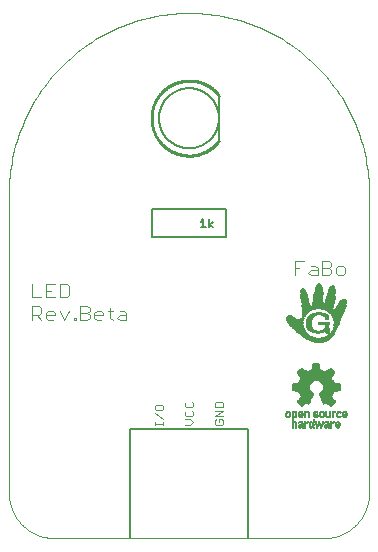
<source format=gto>
G75*
%MOIN*%
%OFA0B0*%
%FSLAX25Y25*%
%IPPOS*%
%LPD*%
%AMOC8*
5,1,8,0,0,1.08239X$1,22.5*
%
%ADD10C,0.00400*%
%ADD11C,0.00800*%
%ADD12C,0.01000*%
%ADD13C,0.00600*%
%ADD14C,0.00500*%
%ADD15C,0.00000*%
%ADD16C,0.00300*%
%ADD17R,0.00226X0.00011*%
%ADD18R,0.00183X0.00011*%
%ADD19R,0.00398X0.00011*%
%ADD20R,0.00301X0.00011*%
%ADD21R,0.00398X0.00011*%
%ADD22R,0.00387X0.00011*%
%ADD23R,0.00419X0.00011*%
%ADD24R,0.00430X0.00011*%
%ADD25R,0.00505X0.00011*%
%ADD26R,0.00398X0.00011*%
%ADD27R,0.00376X0.00011*%
%ADD28R,0.00376X0.00011*%
%ADD29R,0.00419X0.00011*%
%ADD30R,0.00430X0.00011*%
%ADD31R,0.00430X0.00011*%
%ADD32R,0.00570X0.00011*%
%ADD33R,0.00462X0.00011*%
%ADD34R,0.00387X0.00011*%
%ADD35R,0.00580X0.00011*%
%ADD36R,0.00441X0.00011*%
%ADD37R,0.00645X0.00011*%
%ADD38R,0.00527X0.00011*%
%ADD39R,0.00645X0.00011*%
%ADD40R,0.00666X0.00011*%
%ADD41R,0.00699X0.00011*%
%ADD42R,0.00720X0.00011*%
%ADD43R,0.00430X0.00011*%
%ADD44R,0.00752X0.00011*%
%ADD45R,0.00634X0.00011*%
%ADD46R,0.00408X0.00011*%
%ADD47R,0.00742X0.00011*%
%ADD48R,0.00441X0.00011*%
%ADD49R,0.00785X0.00011*%
%ADD50R,0.00795X0.00011*%
%ADD51R,0.00677X0.00011*%
%ADD52R,0.00419X0.00011*%
%ADD53R,0.00785X0.00011*%
%ADD54R,0.00839X0.00011*%
%ADD55R,0.00828X0.00011*%
%ADD56R,0.00709X0.00011*%
%ADD57R,0.00881X0.00011*%
%ADD58R,0.00860X0.00011*%
%ADD59R,0.00752X0.00011*%
%ADD60R,0.00860X0.00011*%
%ADD61R,0.00924X0.00011*%
%ADD62R,0.00903X0.00011*%
%ADD63R,0.00892X0.00011*%
%ADD64R,0.00967X0.00011*%
%ADD65R,0.00817X0.00011*%
%ADD66R,0.00935X0.00011*%
%ADD67R,0.01010X0.00011*%
%ADD68R,0.00957X0.00011*%
%ADD69R,0.00849X0.00011*%
%ADD70R,0.01053X0.00011*%
%ADD71R,0.00978X0.00011*%
%ADD72R,0.00462X0.00011*%
%ADD73R,0.00989X0.00011*%
%ADD74R,0.01075X0.00011*%
%ADD75R,0.01000X0.00011*%
%ADD76R,0.00903X0.00011*%
%ADD77R,0.01118X0.00011*%
%ADD78R,0.01032X0.00011*%
%ADD79R,0.00935X0.00011*%
%ADD80R,0.00462X0.00011*%
%ADD81R,0.00462X0.00011*%
%ADD82R,0.01021X0.00011*%
%ADD83R,0.01140X0.00011*%
%ADD84R,0.01043X0.00011*%
%ADD85R,0.00484X0.00011*%
%ADD86R,0.00484X0.00011*%
%ADD87R,0.01183X0.00011*%
%ADD88R,0.01064X0.00011*%
%ADD89R,0.01215X0.00011*%
%ADD90R,0.01086X0.00011*%
%ADD91R,0.01011X0.00011*%
%ADD92R,0.01086X0.00011*%
%ADD93R,0.01236X0.00011*%
%ADD94R,0.01107X0.00011*%
%ADD95R,0.00495X0.00011*%
%ADD96R,0.01107X0.00011*%
%ADD97R,0.01258X0.00011*%
%ADD98R,0.01559X0.00011*%
%ADD99R,0.00505X0.00011*%
%ADD100R,0.00505X0.00011*%
%ADD101R,0.01569X0.00011*%
%ADD102R,0.01290X0.00011*%
%ADD103R,0.01580X0.00011*%
%ADD104R,0.01311X0.00011*%
%ADD105R,0.01097X0.00011*%
%ADD106R,0.01344X0.00011*%
%ADD107R,0.01591X0.00011*%
%ADD108R,0.01537X0.00011*%
%ADD109R,0.00527X0.00011*%
%ADD110R,0.01365X0.00011*%
%ADD111R,0.01602X0.00011*%
%ADD112R,0.01548X0.00011*%
%ADD113R,0.01387X0.00011*%
%ADD114R,0.01613X0.00011*%
%ADD115R,0.01408X0.00011*%
%ADD116R,0.00548X0.00011*%
%ADD117R,0.01623X0.00011*%
%ADD118R,0.01419X0.00011*%
%ADD119R,0.01623X0.00011*%
%ADD120R,0.01580X0.00011*%
%ADD121R,0.00548X0.00011*%
%ADD122R,0.01623X0.00011*%
%ADD123R,0.01440X0.00011*%
%ADD124R,0.01623X0.00011*%
%ADD125R,0.01634X0.00011*%
%ADD126R,0.01462X0.00011*%
%ADD127R,0.01591X0.00011*%
%ADD128R,0.00570X0.00011*%
%ADD129R,0.00559X0.00011*%
%ADD130R,0.01483X0.00011*%
%ADD131R,0.01645X0.00011*%
%ADD132R,0.01645X0.00011*%
%ADD133R,0.01505X0.00011*%
%ADD134R,0.01645X0.00011*%
%ADD135R,0.01602X0.00011*%
%ADD136R,0.00570X0.00011*%
%ADD137R,0.00570X0.00011*%
%ADD138R,0.01655X0.00011*%
%ADD139R,0.01516X0.00011*%
%ADD140R,0.01655X0.00011*%
%ADD141R,0.00581X0.00011*%
%ADD142R,0.01526X0.00011*%
%ADD143R,0.00591X0.00011*%
%ADD144R,0.00591X0.00011*%
%ADD145R,0.01666X0.00011*%
%ADD146R,0.01527X0.00011*%
%ADD147R,0.01516X0.00011*%
%ADD148R,0.01666X0.00011*%
%ADD149R,0.01634X0.00011*%
%ADD150R,0.00602X0.00011*%
%ADD151R,0.00602X0.00011*%
%ADD152R,0.01677X0.00011*%
%ADD153R,0.01677X0.00011*%
%ADD154R,0.01634X0.00011*%
%ADD155R,0.00613X0.00011*%
%ADD156R,0.01688X0.00011*%
%ADD157R,0.01494X0.00011*%
%ADD158R,0.00656X0.00011*%
%ADD159R,0.00731X0.00011*%
%ADD160R,0.00623X0.00011*%
%ADD161R,0.00602X0.00011*%
%ADD162R,0.00731X0.00011*%
%ADD163R,0.00795X0.00011*%
%ADD164R,0.00634X0.00011*%
%ADD165R,0.00613X0.00011*%
%ADD166R,0.00494X0.00011*%
%ADD167R,0.00548X0.00011*%
%ADD168R,0.00516X0.00011*%
%ADD169R,0.00559X0.00011*%
%ADD170R,0.00634X0.00011*%
%ADD171R,0.00409X0.00011*%
%ADD172R,0.00537X0.00011*%
%ADD173R,0.00656X0.00011*%
%ADD174R,0.00376X0.00011*%
%ADD175R,0.00591X0.00011*%
%ADD176R,0.00645X0.00011*%
%ADD177R,0.00656X0.00011*%
%ADD178R,0.00667X0.00011*%
%ADD179R,0.00537X0.00011*%
%ADD180R,0.00344X0.00011*%
%ADD181R,0.00667X0.00011*%
%ADD182R,0.00473X0.00011*%
%ADD183R,0.00527X0.00011*%
%ADD184R,0.00312X0.00011*%
%ADD185R,0.00677X0.00011*%
%ADD186R,0.00279X0.00011*%
%ADD187R,0.00494X0.00011*%
%ADD188R,0.00258X0.00011*%
%ADD189R,0.00452X0.00011*%
%ADD190R,0.00484X0.00011*%
%ADD191R,0.00580X0.00011*%
%ADD192R,0.00688X0.00011*%
%ADD193R,0.00688X0.00011*%
%ADD194R,0.00451X0.00011*%
%ADD195R,0.00215X0.00011*%
%ADD196R,0.00452X0.00011*%
%ADD197R,0.00688X0.00011*%
%ADD198R,0.00688X0.00011*%
%ADD199R,0.00193X0.00011*%
%ADD200R,0.00473X0.00011*%
%ADD201R,0.00699X0.00011*%
%ADD202R,0.00161X0.00011*%
%ADD203R,0.00140X0.00011*%
%ADD204R,0.00709X0.00011*%
%ADD205R,0.00473X0.00011*%
%ADD206R,0.00118X0.00011*%
%ADD207R,0.00430X0.00011*%
%ADD208R,0.00086X0.00011*%
%ADD209R,0.00731X0.00011*%
%ADD210R,0.00054X0.00011*%
%ADD211R,0.00408X0.00011*%
%ADD212R,0.00451X0.00011*%
%ADD213R,0.00032X0.00011*%
%ADD214R,0.00516X0.00011*%
%ADD215R,0.00742X0.00011*%
%ADD216R,0.00011X0.00011*%
%ADD217R,0.00753X0.00011*%
%ADD218R,0.00473X0.00011*%
%ADD219R,0.00774X0.00011*%
%ADD220R,0.00774X0.00011*%
%ADD221R,0.00409X0.00011*%
%ADD222R,0.00774X0.00011*%
%ADD223R,0.00774X0.00011*%
%ADD224R,0.00376X0.00011*%
%ADD225R,0.00387X0.00011*%
%ADD226R,0.00387X0.00011*%
%ADD227R,0.00398X0.00011*%
%ADD228R,0.00365X0.00011*%
%ADD229R,0.01763X0.00011*%
%ADD230R,0.00366X0.00011*%
%ADD231R,0.01763X0.00011*%
%ADD232R,0.01548X0.00011*%
%ADD233R,0.00366X0.00011*%
%ADD234R,0.01559X0.00011*%
%ADD235R,0.01537X0.00011*%
%ADD236R,0.01505X0.00011*%
%ADD237R,0.01473X0.00011*%
%ADD238R,0.01441X0.00011*%
%ADD239R,0.01397X0.00011*%
%ADD240R,0.01376X0.00011*%
%ADD241R,0.00419X0.00011*%
%ADD242R,0.01376X0.00011*%
%ADD243R,0.01355X0.00011*%
%ADD244R,0.01354X0.00011*%
%ADD245R,0.01322X0.00011*%
%ADD246R,0.01333X0.00011*%
%ADD247R,0.01290X0.00011*%
%ADD248R,0.01301X0.00011*%
%ADD249R,0.01752X0.00011*%
%ADD250R,0.01258X0.00011*%
%ADD251R,0.01204X0.00011*%
%ADD252R,0.01129X0.00011*%
%ADD253R,0.01139X0.00011*%
%ADD254R,0.01752X0.00011*%
%ADD255R,0.00365X0.00011*%
%ADD256R,0.00355X0.00011*%
%ADD257R,0.00441X0.00011*%
%ADD258R,0.00441X0.00011*%
%ADD259R,0.00720X0.00011*%
%ADD260R,0.00495X0.00011*%
%ADD261R,0.00484X0.00011*%
%ADD262R,0.00677X0.00011*%
%ADD263R,0.00011X0.00011*%
%ADD264R,0.00011X0.00011*%
%ADD265R,0.00548X0.00011*%
%ADD266R,0.00032X0.00011*%
%ADD267R,0.00656X0.00011*%
%ADD268R,0.00064X0.00011*%
%ADD269R,0.00075X0.00011*%
%ADD270R,0.00097X0.00011*%
%ADD271R,0.00022X0.00011*%
%ADD272R,0.00054X0.00011*%
%ADD273R,0.00591X0.00011*%
%ADD274R,0.00054X0.00011*%
%ADD275R,0.00613X0.00011*%
%ADD276R,0.00150X0.00011*%
%ADD277R,0.00172X0.00011*%
%ADD278R,0.00107X0.00011*%
%ADD279R,0.00204X0.00011*%
%ADD280R,0.00129X0.00011*%
%ADD281R,0.00666X0.00011*%
%ADD282R,0.00226X0.00011*%
%ADD283R,0.00172X0.00011*%
%ADD284R,0.00236X0.00011*%
%ADD285R,0.00161X0.00011*%
%ADD286R,0.00699X0.00011*%
%ADD287R,0.00269X0.00011*%
%ADD288R,0.00194X0.00011*%
%ADD289R,0.00301X0.00011*%
%ADD290R,0.00236X0.00011*%
%ADD291R,0.00290X0.00011*%
%ADD292R,0.00333X0.00011*%
%ADD293R,0.00344X0.00011*%
%ADD294R,0.00290X0.00011*%
%ADD295R,0.01225X0.00011*%
%ADD296R,0.00602X0.00011*%
%ADD297R,0.00623X0.00011*%
%ADD298R,0.01645X0.00011*%
%ADD299R,0.01236X0.00011*%
%ADD300R,0.01441X0.00011*%
%ADD301R,0.01247X0.00011*%
%ADD302R,0.01451X0.00011*%
%ADD303R,0.01473X0.00011*%
%ADD304R,0.01462X0.00011*%
%ADD305R,0.01451X0.00011*%
%ADD306R,0.01473X0.00011*%
%ADD307R,0.01269X0.00011*%
%ADD308R,0.01430X0.00011*%
%ADD309R,0.01612X0.00011*%
%ADD310R,0.01279X0.00011*%
%ADD311R,0.01279X0.00011*%
%ADD312R,0.01387X0.00011*%
%ADD313R,0.01311X0.00011*%
%ADD314R,0.01301X0.00011*%
%ADD315R,0.01322X0.00011*%
%ADD316R,0.01333X0.00011*%
%ADD317R,0.01569X0.00011*%
%ADD318R,0.01483X0.00011*%
%ADD319R,0.01344X0.00011*%
%ADD320R,0.01301X0.00011*%
%ADD321R,0.01365X0.00011*%
%ADD322R,0.01269X0.00011*%
%ADD323R,0.01537X0.00011*%
%ADD324R,0.01430X0.00011*%
%ADD325R,0.01365X0.00011*%
%ADD326R,0.01086X0.00011*%
%ADD327R,0.01408X0.00011*%
%ADD328R,0.00924X0.00011*%
%ADD329R,0.01097X0.00011*%
%ADD330R,0.01419X0.00011*%
%ADD331R,0.00935X0.00011*%
%ADD332R,0.01225X0.00011*%
%ADD333R,0.00935X0.00011*%
%ADD334R,0.01032X0.00011*%
%ADD335R,0.01021X0.00011*%
%ADD336R,0.01150X0.00011*%
%ADD337R,0.01011X0.00011*%
%ADD338R,0.01000X0.00011*%
%ADD339R,0.00925X0.00011*%
%ADD340R,0.01118X0.00011*%
%ADD341R,0.01301X0.00011*%
%ADD342R,0.01096X0.00011*%
%ADD343R,0.00925X0.00011*%
%ADD344R,0.00946X0.00011*%
%ADD345R,0.00914X0.00011*%
%ADD346R,0.00914X0.00011*%
%ADD347R,0.00903X0.00011*%
%ADD348R,0.00892X0.00011*%
%ADD349R,0.01193X0.00011*%
%ADD350R,0.00871X0.00011*%
%ADD351R,0.01182X0.00011*%
%ADD352R,0.00881X0.00011*%
%ADD353R,0.00989X0.00011*%
%ADD354R,0.01161X0.00011*%
%ADD355R,0.00828X0.00011*%
%ADD356R,0.00806X0.00011*%
%ADD357R,0.00817X0.00011*%
%ADD358R,0.00763X0.00011*%
%ADD359R,0.01053X0.00011*%
%ADD360R,0.00355X0.00011*%
%ADD361R,0.01043X0.00011*%
%ADD362R,0.00753X0.00011*%
%ADD363R,0.00849X0.00011*%
%ADD364R,0.00720X0.00011*%
%ADD365R,0.00763X0.00011*%
%ADD366R,0.00634X0.00011*%
%ADD367R,0.00333X0.00011*%
%ADD368R,0.00323X0.00011*%
%ADD369R,0.00204X0.00011*%
%ADD370R,0.00215X0.00011*%
%ADD371R,0.00150X0.00011*%
%ADD372R,0.00140X0.00011*%
%ADD373R,0.00193X0.00011*%
%ADD374R,0.00204X0.00011*%
%ADD375R,0.00161X0.00011*%
%ADD376R,0.00194X0.00011*%
%ADD377R,0.00742X0.00011*%
%ADD378R,0.00838X0.00011*%
%ADD379R,0.00817X0.00011*%
%ADD380R,0.00699X0.00011*%
%ADD381R,0.00957X0.00011*%
%ADD382R,0.00828X0.00011*%
%ADD383R,0.00828X0.00011*%
%ADD384R,0.01021X0.00011*%
%ADD385R,0.00871X0.00011*%
%ADD386R,0.00892X0.00011*%
%ADD387R,0.00763X0.00011*%
%ADD388R,0.00967X0.00011*%
%ADD389R,0.01107X0.00011*%
%ADD390R,0.00967X0.00011*%
%ADD391R,0.01150X0.00011*%
%ADD392R,0.00978X0.00011*%
%ADD393R,0.01075X0.00011*%
%ADD394R,0.01182X0.00011*%
%ADD395R,0.01107X0.00011*%
%ADD396R,0.01172X0.00011*%
%ADD397R,0.00946X0.00011*%
%ADD398R,0.01129X0.00011*%
%ADD399R,0.01172X0.00011*%
%ADD400R,0.01204X0.00011*%
%ADD401R,0.01139X0.00011*%
%ADD402R,0.00989X0.00011*%
%ADD403R,0.01193X0.00011*%
%ADD404R,0.01172X0.00011*%
%ADD405R,0.01193X0.00011*%
%ADD406R,0.01032X0.00011*%
%ADD407R,0.01279X0.00011*%
%ADD408R,0.01247X0.00011*%
%ADD409R,0.01290X0.00011*%
%ADD410R,0.01268X0.00011*%
%ADD411R,0.01312X0.00011*%
%ADD412R,0.01236X0.00011*%
%ADD413R,0.01258X0.00011*%
%ADD414R,0.01548X0.00011*%
%ADD415R,0.01548X0.00011*%
%ADD416R,0.01397X0.00011*%
%ADD417R,0.01355X0.00011*%
%ADD418R,0.01570X0.00011*%
%ADD419R,0.01376X0.00011*%
%ADD420R,0.01365X0.00011*%
%ADD421R,0.01419X0.00011*%
%ADD422R,0.01698X0.00011*%
%ADD423R,0.01612X0.00011*%
%ADD424R,0.01720X0.00011*%
%ADD425R,0.01613X0.00011*%
%ADD426R,0.01527X0.00011*%
%ADD427R,0.01731X0.00011*%
%ADD428R,0.01763X0.00011*%
%ADD429R,0.01494X0.00011*%
%ADD430R,0.01634X0.00011*%
%ADD431R,0.01526X0.00011*%
%ADD432R,0.01516X0.00011*%
%ADD433R,0.00623X0.00011*%
%ADD434R,0.00699X0.00011*%
%ADD435R,0.00559X0.00011*%
%ADD436R,0.00312X0.00011*%
%ADD437R,0.00280X0.00011*%
%ADD438R,0.00247X0.00011*%
%ADD439R,0.00505X0.00011*%
%ADD440R,0.00559X0.00011*%
%ADD441R,0.00247X0.00011*%
%ADD442R,0.00108X0.00011*%
%ADD443R,0.00527X0.00011*%
%ADD444R,0.00064X0.00011*%
%ADD445R,0.00204X0.00011*%
%ADD446R,0.00043X0.00011*%
%ADD447R,0.00118X0.00011*%
%ADD448R,0.00043X0.00011*%
%ADD449R,0.00021X0.00011*%
%ADD450R,0.00107X0.00011*%
%ADD451R,0.00022X0.00011*%
%ADD452R,0.01193X0.00011*%
%ADD453R,0.01215X0.00011*%
%ADD454R,0.01774X0.00011*%
%ADD455R,0.01774X0.00011*%
%ADD456R,0.01354X0.00011*%
%ADD457R,0.00430X0.00011*%
%ADD458R,0.00043X0.00011*%
%ADD459R,0.00086X0.00011*%
%ADD460R,0.00161X0.00011*%
%ADD461R,0.00118X0.00011*%
%ADD462R,0.00516X0.00011*%
%ADD463R,0.00258X0.00011*%
%ADD464R,0.00312X0.00011*%
%ADD465R,0.00613X0.00011*%
%ADD466R,0.00290X0.00011*%
%ADD467R,0.00097X0.00011*%
%ADD468R,0.00322X0.00011*%
%ADD469R,0.00161X0.00011*%
%ADD470R,0.00709X0.00011*%
%ADD471R,0.00645X0.00011*%
%ADD472R,0.00731X0.00011*%
%ADD473R,0.01505X0.00011*%
%ADD474R,0.00720X0.00011*%
%ADD475R,0.01451X0.00011*%
%ADD476R,0.01430X0.00011*%
%ADD477R,0.01505X0.00011*%
%ADD478R,0.01290X0.00011*%
%ADD479R,0.01484X0.00011*%
%ADD480R,0.01279X0.00011*%
%ADD481R,0.01258X0.00011*%
%ADD482R,0.01247X0.00011*%
%ADD483R,0.01225X0.00011*%
%ADD484R,0.01204X0.00011*%
%ADD485R,0.01064X0.00011*%
%ADD486R,0.01387X0.00011*%
%ADD487R,0.01204X0.00011*%
%ADD488R,0.01032X0.00011*%
%ADD489R,0.01129X0.00011*%
%ADD490R,0.01075X0.00011*%
%ADD491R,0.00892X0.00011*%
%ADD492R,0.01043X0.00011*%
%ADD493R,0.00989X0.00011*%
%ADD494R,0.00860X0.00011*%
%ADD495R,0.00860X0.00011*%
%ADD496R,0.01021X0.00011*%
%ADD497R,0.00849X0.00011*%
%ADD498R,0.00839X0.00011*%
%ADD499R,0.00806X0.00011*%
%ADD500R,0.00849X0.00011*%
%ADD501R,0.00817X0.00011*%
%ADD502R,0.00742X0.00011*%
%ADD503R,0.00688X0.00011*%
%ADD504R,0.00118X0.00011*%
%ADD505R,0.00226X0.00011*%
%ADD506R,0.01096X0.00011*%
%ADD507R,0.01408X0.00011*%
%ADD508R,0.01677X0.00011*%
%ADD509R,0.01731X0.00011*%
%ADD510R,0.01784X0.00011*%
%ADD511R,0.01806X0.00011*%
%ADD512R,0.01806X0.00011*%
%ADD513R,0.01838X0.00011*%
%ADD514R,0.01860X0.00011*%
%ADD515R,0.01892X0.00011*%
%ADD516R,0.00108X0.00011*%
%ADD517R,0.01881X0.00011*%
%ADD518R,0.01913X0.00011*%
%ADD519R,0.01914X0.00011*%
%ADD520R,0.01935X0.00011*%
%ADD521R,0.01967X0.00011*%
%ADD522R,0.01989X0.00011*%
%ADD523R,0.01989X0.00011*%
%ADD524R,0.02021X0.00011*%
%ADD525R,0.02042X0.00011*%
%ADD526R,0.02075X0.00011*%
%ADD527R,0.02096X0.00011*%
%ADD528R,0.02096X0.00011*%
%ADD529R,0.02128X0.00011*%
%ADD530R,0.02150X0.00011*%
%ADD531R,0.02182X0.00011*%
%ADD532R,0.02182X0.00011*%
%ADD533R,0.02204X0.00011*%
%ADD534R,0.02204X0.00011*%
%ADD535R,0.02225X0.00011*%
%ADD536R,0.02257X0.00011*%
%ADD537R,0.02258X0.00011*%
%ADD538R,0.02279X0.00011*%
%ADD539R,0.02311X0.00011*%
%ADD540R,0.00516X0.00011*%
%ADD541R,0.02311X0.00011*%
%ADD542R,0.02333X0.00011*%
%ADD543R,0.02365X0.00011*%
%ADD544R,0.02386X0.00011*%
%ADD545R,0.02419X0.00011*%
%ADD546R,0.02440X0.00011*%
%ADD547R,0.02472X0.00011*%
%ADD548R,0.02494X0.00011*%
%ADD549R,0.02516X0.00011*%
%ADD550R,0.02548X0.00011*%
%ADD551R,0.02569X0.00011*%
%ADD552R,0.02602X0.00011*%
%ADD553R,0.02623X0.00011*%
%ADD554R,0.02655X0.00011*%
%ADD555R,0.02677X0.00011*%
%ADD556R,0.02677X0.00011*%
%ADD557R,0.02709X0.00011*%
%ADD558R,0.02709X0.00011*%
%ADD559R,0.02730X0.00011*%
%ADD560R,0.02763X0.00011*%
%ADD561R,0.02795X0.00011*%
%ADD562R,0.02795X0.00011*%
%ADD563R,0.03870X0.00011*%
%ADD564R,0.03870X0.00011*%
%ADD565R,0.03881X0.00011*%
%ADD566R,0.03881X0.00011*%
%ADD567R,0.03892X0.00011*%
%ADD568R,0.03891X0.00011*%
%ADD569R,0.03913X0.00011*%
%ADD570R,0.03913X0.00011*%
%ADD571R,0.03924X0.00011*%
%ADD572R,0.03945X0.00011*%
%ADD573R,0.03956X0.00011*%
%ADD574R,0.03956X0.00011*%
%ADD575R,0.03967X0.00011*%
%ADD576R,0.03988X0.00011*%
%ADD577R,0.03999X0.00011*%
%ADD578R,0.04020X0.00011*%
%ADD579R,0.04031X0.00011*%
%ADD580R,0.04053X0.00011*%
%ADD581R,0.04053X0.00011*%
%ADD582R,0.04063X0.00011*%
%ADD583R,0.04064X0.00011*%
%ADD584R,0.04074X0.00011*%
%ADD585R,0.04074X0.00011*%
%ADD586R,0.04096X0.00011*%
%ADD587R,0.04106X0.00011*%
%ADD588R,0.04107X0.00011*%
%ADD589R,0.04128X0.00011*%
%ADD590R,0.04139X0.00011*%
%ADD591R,0.04150X0.00011*%
%ADD592R,0.04149X0.00011*%
%ADD593R,0.04171X0.00011*%
%ADD594R,0.04182X0.00011*%
%ADD595R,0.04203X0.00011*%
%ADD596R,0.04203X0.00011*%
%ADD597R,0.04214X0.00011*%
%ADD598R,0.04235X0.00011*%
%ADD599R,0.04225X0.00011*%
%ADD600R,0.04246X0.00011*%
%ADD601R,0.04257X0.00011*%
%ADD602R,0.04278X0.00011*%
%ADD603R,0.04289X0.00011*%
%ADD604R,0.04311X0.00011*%
%ADD605R,0.04311X0.00011*%
%ADD606R,0.04321X0.00011*%
%ADD607R,0.04322X0.00011*%
%ADD608R,0.04332X0.00011*%
%ADD609R,0.04354X0.00011*%
%ADD610R,0.04354X0.00011*%
%ADD611R,0.04364X0.00011*%
%ADD612R,0.04386X0.00011*%
%ADD613R,0.04386X0.00011*%
%ADD614R,0.04397X0.00011*%
%ADD615R,0.04408X0.00011*%
%ADD616R,0.04407X0.00011*%
%ADD617R,0.04418X0.00011*%
%ADD618R,0.04418X0.00011*%
%ADD619R,0.04418X0.00011*%
%ADD620R,0.04418X0.00011*%
%ADD621R,0.04429X0.00011*%
%ADD622R,0.04429X0.00011*%
%ADD623R,0.04429X0.00011*%
%ADD624R,0.04407X0.00011*%
%ADD625R,0.04408X0.00011*%
%ADD626R,0.04397X0.00011*%
%ADD627R,0.04397X0.00011*%
%ADD628R,0.04375X0.00011*%
%ADD629R,0.04375X0.00011*%
%ADD630R,0.04375X0.00011*%
%ADD631R,0.04364X0.00011*%
%ADD632R,0.04354X0.00011*%
%ADD633R,0.04343X0.00011*%
%ADD634R,0.04343X0.00011*%
%ADD635R,0.04343X0.00011*%
%ADD636R,0.04343X0.00011*%
%ADD637R,0.04332X0.00011*%
%ADD638R,0.04332X0.00011*%
%ADD639R,0.04332X0.00011*%
%ADD640R,0.04322X0.00011*%
%ADD641R,0.04321X0.00011*%
%ADD642R,0.04311X0.00011*%
%ADD643R,0.04311X0.00011*%
%ADD644R,0.04300X0.00011*%
%ADD645R,0.04300X0.00011*%
%ADD646R,0.04300X0.00011*%
%ADD647R,0.04278X0.00011*%
%ADD648R,0.04268X0.00011*%
%ADD649R,0.04278X0.00011*%
%ADD650R,0.04268X0.00011*%
%ADD651R,0.04257X0.00011*%
%ADD652R,0.04257X0.00011*%
%ADD653R,0.04257X0.00011*%
%ADD654R,0.04246X0.00011*%
%ADD655R,0.04246X0.00011*%
%ADD656R,0.04235X0.00011*%
%ADD657R,0.04236X0.00011*%
%ADD658R,0.04225X0.00011*%
%ADD659R,0.04236X0.00011*%
%ADD660R,0.04225X0.00011*%
%ADD661R,0.04214X0.00011*%
%ADD662R,0.04192X0.00011*%
%ADD663R,0.04192X0.00011*%
%ADD664R,0.04182X0.00011*%
%ADD665R,0.04171X0.00011*%
%ADD666R,0.04160X0.00011*%
%ADD667R,0.04160X0.00011*%
%ADD668R,0.04160X0.00011*%
%ADD669R,0.04149X0.00011*%
%ADD670R,0.04150X0.00011*%
%ADD671R,0.04139X0.00011*%
%ADD672R,0.04139X0.00011*%
%ADD673R,0.04128X0.00011*%
%ADD674R,0.04128X0.00011*%
%ADD675R,0.04117X0.00011*%
%ADD676R,0.04117X0.00011*%
%ADD677R,0.04128X0.00011*%
%ADD678R,0.04106X0.00011*%
%ADD679R,0.04096X0.00011*%
%ADD680R,0.04096X0.00011*%
%ADD681R,0.04085X0.00011*%
%ADD682R,0.04085X0.00011*%
%ADD683R,0.04074X0.00011*%
%ADD684R,0.04063X0.00011*%
%ADD685R,0.04064X0.00011*%
%ADD686R,0.04053X0.00011*%
%ADD687R,0.04053X0.00011*%
%ADD688R,0.04042X0.00011*%
%ADD689R,0.04042X0.00011*%
%ADD690R,0.04031X0.00011*%
%ADD691R,0.04031X0.00011*%
%ADD692R,0.04020X0.00011*%
%ADD693R,0.04010X0.00011*%
%ADD694R,0.04010X0.00011*%
%ADD695R,0.03999X0.00011*%
%ADD696R,0.03988X0.00011*%
%ADD697R,0.03999X0.00011*%
%ADD698R,0.04042X0.00011*%
%ADD699R,0.04085X0.00011*%
%ADD700R,0.04386X0.00011*%
%ADD701R,0.04450X0.00011*%
%ADD702R,0.04450X0.00011*%
%ADD703R,0.04461X0.00011*%
%ADD704R,0.04472X0.00011*%
%ADD705R,0.04483X0.00011*%
%ADD706R,0.04494X0.00011*%
%ADD707R,0.04504X0.00011*%
%ADD708R,0.04515X0.00011*%
%ADD709R,0.04515X0.00011*%
%ADD710R,0.04526X0.00011*%
%ADD711R,0.04526X0.00011*%
%ADD712R,0.04536X0.00011*%
%ADD713R,0.04547X0.00011*%
%ADD714R,0.04558X0.00011*%
%ADD715R,0.04569X0.00011*%
%ADD716R,0.04580X0.00011*%
%ADD717R,0.04579X0.00011*%
%ADD718R,0.04590X0.00011*%
%ADD719R,0.04590X0.00011*%
%ADD720R,0.04601X0.00011*%
%ADD721R,0.04601X0.00011*%
%ADD722R,0.04612X0.00011*%
%ADD723R,0.04612X0.00011*%
%ADD724R,0.04622X0.00011*%
%ADD725R,0.04633X0.00011*%
%ADD726R,0.04633X0.00011*%
%ADD727R,0.04644X0.00011*%
%ADD728R,0.04655X0.00011*%
%ADD729R,0.04666X0.00011*%
%ADD730R,0.04676X0.00011*%
%ADD731R,0.04676X0.00011*%
%ADD732R,0.04687X0.00011*%
%ADD733R,0.04698X0.00011*%
%ADD734R,0.04698X0.00011*%
%ADD735R,0.04708X0.00011*%
%ADD736R,0.04719X0.00011*%
%ADD737R,0.04741X0.00011*%
%ADD738R,0.04741X0.00011*%
%ADD739R,0.04752X0.00011*%
%ADD740R,0.04762X0.00011*%
%ADD741R,0.04762X0.00011*%
%ADD742R,0.04773X0.00011*%
%ADD743R,0.04773X0.00011*%
%ADD744R,0.04773X0.00011*%
%ADD745R,0.04762X0.00011*%
%ADD746R,0.04752X0.00011*%
%ADD747R,0.04730X0.00011*%
%ADD748R,0.04709X0.00011*%
%ADD749R,0.04708X0.00011*%
%ADD750R,0.04687X0.00011*%
%ADD751R,0.04665X0.00011*%
%ADD752R,0.04666X0.00011*%
%ADD753R,0.04644X0.00011*%
%ADD754R,0.04601X0.00011*%
%ADD755R,0.04601X0.00011*%
%ADD756R,0.04569X0.00011*%
%ADD757R,0.04558X0.00011*%
%ADD758R,0.04515X0.00011*%
%ADD759R,0.04515X0.00011*%
%ADD760R,0.04504X0.00011*%
%ADD761R,0.04504X0.00011*%
%ADD762R,0.04483X0.00011*%
%ADD763R,0.04461X0.00011*%
%ADD764R,0.04451X0.00011*%
%ADD765R,0.04429X0.00011*%
%ADD766R,0.04397X0.00011*%
%ADD767R,0.04386X0.00011*%
%ADD768R,0.04365X0.00011*%
%ADD769R,0.04289X0.00011*%
%ADD770R,0.04268X0.00011*%
%ADD771R,0.04504X0.00011*%
%ADD772R,0.04751X0.00011*%
%ADD773R,0.04795X0.00011*%
%ADD774R,0.04794X0.00011*%
%ADD775R,0.04859X0.00011*%
%ADD776R,0.04859X0.00011*%
%ADD777R,0.04902X0.00011*%
%ADD778R,0.04945X0.00011*%
%ADD779R,0.04999X0.00011*%
%ADD780R,0.05052X0.00011*%
%ADD781R,0.05053X0.00011*%
%ADD782R,0.05106X0.00011*%
%ADD783R,0.05149X0.00011*%
%ADD784R,0.05203X0.00011*%
%ADD785R,0.05203X0.00011*%
%ADD786R,0.05257X0.00011*%
%ADD787R,0.05300X0.00011*%
%ADD788R,0.05300X0.00011*%
%ADD789R,0.05353X0.00011*%
%ADD790R,0.05407X0.00011*%
%ADD791R,0.05407X0.00011*%
%ADD792R,0.05450X0.00011*%
%ADD793R,0.05450X0.00011*%
%ADD794R,0.05515X0.00011*%
%ADD795R,0.05515X0.00011*%
%ADD796R,0.05558X0.00011*%
%ADD797R,0.05601X0.00011*%
%ADD798R,0.05665X0.00011*%
%ADD799R,0.05708X0.00011*%
%ADD800R,0.05762X0.00011*%
%ADD801R,0.05816X0.00011*%
%ADD802R,0.05859X0.00011*%
%ADD803R,0.05923X0.00011*%
%ADD804R,0.05923X0.00011*%
%ADD805R,0.05966X0.00011*%
%ADD806R,0.05988X0.00011*%
%ADD807R,0.05998X0.00011*%
%ADD808R,0.06009X0.00011*%
%ADD809R,0.06009X0.00011*%
%ADD810R,0.06009X0.00011*%
%ADD811R,0.06009X0.00011*%
%ADD812R,0.05998X0.00011*%
%ADD813R,0.05977X0.00011*%
%ADD814R,0.05977X0.00011*%
%ADD815R,0.05955X0.00011*%
%ADD816R,0.05955X0.00011*%
%ADD817R,0.05945X0.00011*%
%ADD818R,0.05945X0.00011*%
%ADD819R,0.05934X0.00011*%
%ADD820R,0.05934X0.00011*%
%ADD821R,0.05934X0.00011*%
%ADD822R,0.05934X0.00011*%
%ADD823R,0.05912X0.00011*%
%ADD824R,0.05912X0.00011*%
%ADD825R,0.05902X0.00011*%
%ADD826R,0.05902X0.00011*%
%ADD827R,0.05891X0.00011*%
%ADD828R,0.05880X0.00011*%
%ADD829R,0.05880X0.00011*%
%ADD830R,0.05869X0.00011*%
%ADD831R,0.05869X0.00011*%
%ADD832R,0.05859X0.00011*%
%ADD833R,0.05859X0.00011*%
%ADD834R,0.05859X0.00011*%
%ADD835R,0.05848X0.00011*%
%ADD836R,0.05848X0.00011*%
%ADD837R,0.05848X0.00011*%
%ADD838R,0.05848X0.00011*%
%ADD839R,0.05837X0.00011*%
%ADD840R,0.05827X0.00011*%
%ADD841R,0.05827X0.00011*%
%ADD842R,0.05816X0.00011*%
%ADD843R,0.05805X0.00011*%
%ADD844R,0.05805X0.00011*%
%ADD845R,0.05794X0.00011*%
%ADD846R,0.05794X0.00011*%
%ADD847R,0.05783X0.00011*%
%ADD848R,0.05783X0.00011*%
%ADD849R,0.05773X0.00011*%
%ADD850R,0.05773X0.00011*%
%ADD851R,0.05762X0.00011*%
%ADD852R,0.05762X0.00011*%
%ADD853R,0.05762X0.00011*%
%ADD854R,0.05837X0.00011*%
%ADD855R,0.05891X0.00011*%
%ADD856R,0.05923X0.00011*%
%ADD857R,0.05945X0.00011*%
%ADD858R,0.05945X0.00011*%
%ADD859R,0.05966X0.00011*%
%ADD860R,0.05988X0.00011*%
%ADD861R,0.06020X0.00011*%
%ADD862R,0.06020X0.00011*%
%ADD863R,0.06020X0.00011*%
%ADD864R,0.06020X0.00011*%
%ADD865R,0.05988X0.00011*%
%ADD866R,0.05956X0.00011*%
%ADD867R,0.05741X0.00011*%
%ADD868R,0.05740X0.00011*%
%ADD869R,0.05697X0.00011*%
%ADD870R,0.05655X0.00011*%
%ADD871R,0.05590X0.00011*%
%ADD872R,0.05590X0.00011*%
%ADD873R,0.05547X0.00011*%
%ADD874R,0.05493X0.00011*%
%ADD875R,0.05493X0.00011*%
%ADD876R,0.05439X0.00011*%
%ADD877R,0.05396X0.00011*%
%ADD878R,0.05397X0.00011*%
%ADD879R,0.05332X0.00011*%
%ADD880R,0.05289X0.00011*%
%ADD881R,0.05246X0.00011*%
%ADD882R,0.05246X0.00011*%
%ADD883R,0.05192X0.00011*%
%ADD884R,0.05138X0.00011*%
%ADD885R,0.05139X0.00011*%
%ADD886R,0.05095X0.00011*%
%ADD887R,0.05042X0.00011*%
%ADD888R,0.05042X0.00011*%
%ADD889R,0.04934X0.00011*%
%ADD890R,0.04934X0.00011*%
%ADD891R,0.04891X0.00011*%
%ADD892R,0.04848X0.00011*%
%ADD893R,0.04848X0.00011*%
%ADD894R,0.04698X0.00011*%
%ADD895R,0.04698X0.00011*%
%ADD896R,0.04547X0.00011*%
%ADD897R,0.04493X0.00011*%
%ADD898R,0.04279X0.00011*%
%ADD899R,0.04289X0.00011*%
%ADD900R,0.04440X0.00011*%
%ADD901R,0.04440X0.00011*%
%ADD902R,0.04472X0.00011*%
%ADD903R,0.04483X0.00011*%
%ADD904R,0.04493X0.00011*%
%ADD905R,0.04494X0.00011*%
%ADD906R,0.04547X0.00011*%
%ADD907R,0.04590X0.00011*%
%ADD908R,0.04644X0.00011*%
%ADD909R,0.04805X0.00011*%
%ADD910R,0.04816X0.00011*%
%ADD911R,0.04827X0.00011*%
%ADD912R,0.04880X0.00011*%
%ADD913R,0.04956X0.00011*%
%ADD914R,0.04956X0.00011*%
%ADD915R,0.04999X0.00011*%
%ADD916R,0.05020X0.00011*%
%ADD917R,0.05031X0.00011*%
%ADD918R,0.05063X0.00011*%
%ADD919R,0.05117X0.00011*%
%ADD920R,0.05160X0.00011*%
%ADD921R,0.05214X0.00011*%
%ADD922R,0.05214X0.00011*%
%ADD923R,0.11105X0.00011*%
%ADD924R,0.11094X0.00011*%
%ADD925R,0.11072X0.00011*%
%ADD926R,0.11072X0.00011*%
%ADD927R,0.11051X0.00011*%
%ADD928R,0.11030X0.00011*%
%ADD929R,0.11030X0.00011*%
%ADD930R,0.11008X0.00011*%
%ADD931R,0.11008X0.00011*%
%ADD932R,0.10986X0.00011*%
%ADD933R,0.10965X0.00011*%
%ADD934R,0.10965X0.00011*%
%ADD935R,0.10944X0.00011*%
%ADD936R,0.10922X0.00011*%
%ADD937R,0.10922X0.00011*%
%ADD938R,0.10900X0.00011*%
%ADD939R,0.10879X0.00011*%
%ADD940R,0.10879X0.00011*%
%ADD941R,0.10857X0.00011*%
%ADD942R,0.10836X0.00011*%
%ADD943R,0.10836X0.00011*%
%ADD944R,0.10814X0.00011*%
%ADD945R,0.10814X0.00011*%
%ADD946R,0.10793X0.00011*%
%ADD947R,0.10772X0.00011*%
%ADD948R,0.10772X0.00011*%
%ADD949R,0.10750X0.00011*%
%ADD950R,0.10728X0.00011*%
%ADD951R,0.10728X0.00011*%
%ADD952R,0.10707X0.00011*%
%ADD953R,0.10685X0.00011*%
%ADD954R,0.10685X0.00011*%
%ADD955R,0.10664X0.00011*%
%ADD956R,0.10642X0.00011*%
%ADD957R,0.10642X0.00011*%
%ADD958R,0.10621X0.00011*%
%ADD959R,0.10621X0.00011*%
%ADD960R,0.10599X0.00011*%
%ADD961R,0.10578X0.00011*%
%ADD962R,0.10578X0.00011*%
%ADD963R,0.10556X0.00011*%
%ADD964R,0.10535X0.00011*%
%ADD965R,0.10535X0.00011*%
%ADD966R,0.10513X0.00011*%
%ADD967R,0.10492X0.00011*%
%ADD968R,0.10492X0.00011*%
%ADD969R,0.10470X0.00011*%
%ADD970R,0.10449X0.00011*%
%ADD971R,0.10449X0.00011*%
%ADD972R,0.10427X0.00011*%
%ADD973R,0.10427X0.00011*%
%ADD974R,0.10750X0.00011*%
%ADD975R,0.10857X0.00011*%
%ADD976R,0.10911X0.00011*%
%ADD977R,0.10944X0.00011*%
%ADD978R,0.11051X0.00011*%
%ADD979R,0.11116X0.00011*%
%ADD980R,0.11137X0.00011*%
%ADD981R,0.11158X0.00011*%
%ADD982R,0.11180X0.00011*%
%ADD983R,0.11202X0.00011*%
%ADD984R,0.11223X0.00011*%
%ADD985R,0.11244X0.00011*%
%ADD986R,0.11244X0.00011*%
%ADD987R,0.11266X0.00011*%
%ADD988R,0.11288X0.00011*%
%ADD989R,0.11309X0.00011*%
%ADD990R,0.11330X0.00011*%
%ADD991R,0.11352X0.00011*%
%ADD992R,0.11373X0.00011*%
%ADD993R,0.11373X0.00011*%
%ADD994R,0.11395X0.00011*%
%ADD995R,0.11416X0.00011*%
%ADD996R,0.11427X0.00011*%
%ADD997R,0.11438X0.00011*%
%ADD998R,0.11459X0.00011*%
%ADD999R,0.11481X0.00011*%
%ADD1000R,0.11481X0.00011*%
%ADD1001R,0.11502X0.00011*%
%ADD1002R,0.11524X0.00011*%
%ADD1003R,0.11545X0.00011*%
%ADD1004R,0.11567X0.00011*%
%ADD1005R,0.11588X0.00011*%
%ADD1006R,0.11610X0.00011*%
%ADD1007R,0.11610X0.00011*%
%ADD1008R,0.11631X0.00011*%
%ADD1009R,0.11653X0.00011*%
%ADD1010R,0.11664X0.00011*%
%ADD1011R,0.11674X0.00011*%
%ADD1012R,0.11696X0.00011*%
%ADD1013R,0.11717X0.00011*%
%ADD1014R,0.11739X0.00011*%
%ADD1015R,0.11760X0.00011*%
%ADD1016R,0.11782X0.00011*%
%ADD1017R,0.11803X0.00011*%
%ADD1018R,0.11803X0.00011*%
%ADD1019R,0.11825X0.00011*%
%ADD1020R,0.11847X0.00011*%
%ADD1021R,0.11847X0.00011*%
%ADD1022R,0.11868X0.00011*%
%ADD1023R,0.11889X0.00011*%
%ADD1024R,0.11911X0.00011*%
%ADD1025R,0.11932X0.00011*%
%ADD1026R,0.11954X0.00011*%
%ADD1027R,0.11975X0.00011*%
%ADD1028R,0.11997X0.00011*%
%ADD1029R,0.12018X0.00011*%
%ADD1030R,0.12040X0.00011*%
%ADD1031R,0.12040X0.00011*%
%ADD1032R,0.12061X0.00011*%
%ADD1033R,0.12083X0.00011*%
%ADD1034R,0.12105X0.00011*%
%ADD1035R,0.12126X0.00011*%
%ADD1036R,0.12147X0.00011*%
%ADD1037R,0.12169X0.00011*%
%ADD1038R,0.12180X0.00011*%
%ADD1039R,0.12191X0.00011*%
%ADD1040R,0.12212X0.00011*%
%ADD1041R,0.12233X0.00011*%
%ADD1042R,0.12233X0.00011*%
%ADD1043R,0.12255X0.00011*%
%ADD1044R,0.12277X0.00011*%
%ADD1045R,0.12277X0.00011*%
%ADD1046R,0.12298X0.00011*%
%ADD1047R,0.12319X0.00011*%
%ADD1048R,0.12341X0.00011*%
%ADD1049R,0.12362X0.00011*%
%ADD1050R,0.12384X0.00011*%
%ADD1051R,0.12405X0.00011*%
%ADD1052R,0.12405X0.00011*%
%ADD1053R,0.12427X0.00011*%
%ADD1054R,0.12448X0.00011*%
%ADD1055R,0.12470X0.00011*%
%ADD1056R,0.12470X0.00011*%
%ADD1057R,0.12491X0.00011*%
%ADD1058R,0.12513X0.00011*%
%ADD1059R,0.12534X0.00011*%
%ADD1060R,0.12556X0.00011*%
%ADD1061R,0.12577X0.00011*%
%ADD1062R,0.12599X0.00011*%
%ADD1063R,0.12599X0.00011*%
%ADD1064R,0.12620X0.00011*%
%ADD1065R,0.12642X0.00011*%
%ADD1066R,0.12642X0.00011*%
%ADD1067R,0.12663X0.00011*%
%ADD1068R,0.12685X0.00011*%
%ADD1069R,0.12706X0.00011*%
%ADD1070R,0.12706X0.00011*%
%ADD1071R,0.12728X0.00011*%
%ADD1072R,0.12749X0.00011*%
%ADD1073R,0.12771X0.00011*%
%ADD1074R,0.12771X0.00011*%
%ADD1075R,0.12792X0.00011*%
%ADD1076R,0.12792X0.00011*%
%ADD1077R,0.12782X0.00011*%
%ADD1078R,0.12728X0.00011*%
%ADD1079R,0.12556X0.00011*%
%ADD1080R,0.12534X0.00011*%
%ADD1081R,0.12448X0.00011*%
%ADD1082R,0.12362X0.00011*%
%ADD1083R,0.12341X0.00011*%
%ADD1084R,0.03075X0.00011*%
%ADD1085R,0.03074X0.00011*%
%ADD1086R,0.03021X0.00011*%
%ADD1087R,0.05912X0.00011*%
%ADD1088R,0.02988X0.00011*%
%ADD1089R,0.02989X0.00011*%
%ADD1090R,0.02956X0.00011*%
%ADD1091R,0.02935X0.00011*%
%ADD1092R,0.02913X0.00011*%
%ADD1093R,0.02902X0.00011*%
%ADD1094R,0.02881X0.00011*%
%ADD1095R,0.02859X0.00011*%
%ADD1096R,0.02827X0.00011*%
%ADD1097R,0.02806X0.00011*%
%ADD1098R,0.05483X0.00011*%
%ADD1099R,0.02806X0.00011*%
%ADD1100R,0.02773X0.00011*%
%ADD1101R,0.02773X0.00011*%
%ADD1102R,0.02752X0.00011*%
%ADD1103R,0.05375X0.00011*%
%ADD1104R,0.02720X0.00011*%
%ADD1105R,0.02698X0.00011*%
%ADD1106R,0.05267X0.00011*%
%ADD1107R,0.02698X0.00011*%
%ADD1108R,0.02666X0.00011*%
%ADD1109R,0.05224X0.00011*%
%ADD1110R,0.02645X0.00011*%
%ADD1111R,0.05181X0.00011*%
%ADD1112R,0.02644X0.00011*%
%ADD1113R,0.02612X0.00011*%
%ADD1114R,0.05117X0.00011*%
%ADD1115R,0.02591X0.00011*%
%ADD1116R,0.05074X0.00011*%
%ADD1117R,0.05009X0.00011*%
%ADD1118R,0.02537X0.00011*%
%ADD1119R,0.04967X0.00011*%
%ADD1120R,0.02483X0.00011*%
%ADD1121R,0.02462X0.00011*%
%ADD1122R,0.04794X0.00011*%
%ADD1123R,0.02430X0.00011*%
%ADD1124R,0.02408X0.00011*%
%ADD1125R,0.02408X0.00011*%
%ADD1126R,0.02376X0.00011*%
%ADD1127R,0.02354X0.00011*%
%ADD1128R,0.02354X0.00011*%
%ADD1129R,0.02322X0.00011*%
%ADD1130R,0.04536X0.00011*%
%ADD1131R,0.02300X0.00011*%
%ADD1132R,0.02247X0.00011*%
%ADD1133R,0.02247X0.00011*%
%ADD1134R,0.02225X0.00011*%
%ADD1135R,0.02193X0.00011*%
%ADD1136R,0.02193X0.00011*%
%ADD1137R,0.02172X0.00011*%
%ADD1138R,0.02171X0.00011*%
%ADD1139R,0.02139X0.00011*%
%ADD1140R,0.02118X0.00011*%
%ADD1141R,0.02085X0.00011*%
%ADD1142R,0.02086X0.00011*%
%ADD1143R,0.02064X0.00011*%
%ADD1144R,0.02064X0.00011*%
%ADD1145R,0.02032X0.00011*%
%ADD1146R,0.03956X0.00011*%
%ADD1147R,0.02010X0.00011*%
%ADD1148R,0.03848X0.00011*%
%ADD1149R,0.01978X0.00011*%
%ADD1150R,0.01956X0.00011*%
%ADD1151R,0.03805X0.00011*%
%ADD1152R,0.03762X0.00011*%
%ADD1153R,0.01903X0.00011*%
%ADD1154R,0.03698X0.00011*%
%ADD1155R,0.03655X0.00011*%
%ADD1156R,0.01849X0.00011*%
%ADD1157R,0.03591X0.00011*%
%ADD1158R,0.01827X0.00011*%
%ADD1159R,0.03547X0.00011*%
%ADD1160R,0.01795X0.00011*%
%ADD1161R,0.03483X0.00011*%
%ADD1162R,0.01795X0.00011*%
%ADD1163R,0.03440X0.00011*%
%ADD1164R,0.01742X0.00011*%
%ADD1165R,0.03375X0.00011*%
%ADD1166R,0.01741X0.00011*%
%ADD1167R,0.01720X0.00011*%
%ADD1168R,0.03333X0.00011*%
%ADD1169R,0.03289X0.00011*%
%ADD1170R,0.03225X0.00011*%
%ADD1171R,0.03182X0.00011*%
%ADD1172R,0.03139X0.00011*%
%ADD1173R,0.03096X0.00011*%
%ADD1174R,0.01559X0.00011*%
%ADD1175R,0.03074X0.00011*%
%ADD1176R,0.03053X0.00011*%
%ADD1177R,0.01505X0.00011*%
%ADD1178R,0.03031X0.00011*%
%ADD1179R,0.03010X0.00011*%
%ADD1180R,0.01451X0.00011*%
%ADD1181R,0.03010X0.00011*%
%ADD1182R,0.02989X0.00011*%
%ADD1183R,0.02967X0.00011*%
%ADD1184R,0.01215X0.00011*%
%ADD1185R,0.02967X0.00011*%
%ADD1186R,0.02945X0.00011*%
%ADD1187R,0.02945X0.00011*%
%ADD1188R,0.02924X0.00011*%
%ADD1189R,0.02924X0.00011*%
%ADD1190R,0.00903X0.00011*%
%ADD1191R,0.02902X0.00011*%
%ADD1192R,0.02881X0.00011*%
%ADD1193R,0.02859X0.00011*%
%ADD1194R,0.02849X0.00011*%
%ADD1195R,0.02838X0.00011*%
%ADD1196R,0.02838X0.00011*%
%ADD1197R,0.02817X0.00011*%
%ADD1198R,0.02817X0.00011*%
%ADD1199R,0.00183X0.00011*%
%ADD1200R,0.02795X0.00011*%
%ADD1201R,0.02773X0.00011*%
%ADD1202R,0.02752X0.00011*%
%ADD1203R,0.02730X0.00011*%
%ADD1204R,0.02709X0.00011*%
%ADD1205R,0.02687X0.00011*%
%ADD1206R,0.02687X0.00011*%
%ADD1207R,0.02666X0.00011*%
%ADD1208R,0.02644X0.00011*%
%ADD1209R,0.02623X0.00011*%
%ADD1210R,0.02602X0.00011*%
%ADD1211R,0.02580X0.00011*%
%ADD1212R,0.02580X0.00011*%
%ADD1213R,0.02558X0.00011*%
%ADD1214R,0.02558X0.00011*%
%ADD1215R,0.02537X0.00011*%
%ADD1216R,0.02516X0.00011*%
%ADD1217R,0.02505X0.00011*%
%ADD1218R,0.02494X0.00011*%
%ADD1219R,0.02472X0.00011*%
%ADD1220R,0.02451X0.00011*%
%ADD1221R,0.02451X0.00011*%
%ADD1222R,0.02430X0.00011*%
%ADD1223R,0.02408X0.00011*%
%ADD1224R,0.02386X0.00011*%
%ADD1225R,0.02365X0.00011*%
%ADD1226R,0.02344X0.00011*%
%ADD1227R,0.02344X0.00011*%
%ADD1228R,0.02333X0.00011*%
%ADD1229R,0.02322X0.00011*%
%ADD1230R,0.02300X0.00011*%
%ADD1231R,0.02279X0.00011*%
%ADD1232R,0.02279X0.00011*%
%ADD1233R,0.02258X0.00011*%
%ADD1234R,0.02236X0.00011*%
%ADD1235R,0.02236X0.00011*%
%ADD1236R,0.02214X0.00011*%
%ADD1237R,0.02193X0.00011*%
%ADD1238R,0.02086X0.00011*%
%ADD1239R,0.00460X0.00011*%
%ADD1240R,0.00920X0.00011*%
%ADD1241R,0.01184X0.00011*%
%ADD1242R,0.01426X0.00011*%
%ADD1243R,0.01610X0.00011*%
%ADD1244R,0.01783X0.00011*%
%ADD1245R,0.01955X0.00011*%
%ADD1246R,0.02093X0.00011*%
%ADD1247R,0.02242X0.00011*%
%ADD1248R,0.02369X0.00011*%
%ADD1249R,0.02495X0.00011*%
%ADD1250R,0.02611X0.00011*%
%ADD1251R,0.02714X0.00011*%
%ADD1252R,0.02829X0.00011*%
%ADD1253R,0.02921X0.00011*%
%ADD1254R,0.03025X0.00011*%
%ADD1255R,0.03128X0.00011*%
%ADD1256R,0.03220X0.00011*%
%ADD1257R,0.03300X0.00011*%
%ADD1258R,0.03392X0.00011*%
%ADD1259R,0.03473X0.00011*%
%ADD1260R,0.03565X0.00011*%
%ADD1261R,0.03645X0.00011*%
%ADD1262R,0.03726X0.00011*%
%ADD1263R,0.03806X0.00011*%
%ADD1264R,0.03875X0.00011*%
%ADD1265R,0.03956X0.00011*%
%ADD1266R,0.04013X0.00011*%
%ADD1267R,0.04082X0.00011*%
%ADD1268R,0.04163X0.00011*%
%ADD1269R,0.04232X0.00011*%
%ADD1270R,0.04301X0.00011*%
%ADD1271R,0.04370X0.00011*%
%ADD1272R,0.04428X0.00011*%
%ADD1273R,0.04497X0.00011*%
%ADD1274R,0.04554X0.00011*%
%ADD1275R,0.04623X0.00011*%
%ADD1276R,0.04680X0.00011*%
%ADD1277R,0.04749X0.00011*%
%ADD1278R,0.04807X0.00011*%
%ADD1279R,0.04864X0.00011*%
%ADD1280R,0.04933X0.00011*%
%ADD1281R,0.04979X0.00011*%
%ADD1282R,0.05037X0.00011*%
%ADD1283R,0.05094X0.00011*%
%ADD1284R,0.05141X0.00011*%
%ADD1285R,0.05209X0.00011*%
%ADD1286R,0.05267X0.00011*%
%ADD1287R,0.05313X0.00011*%
%ADD1288R,0.05370X0.00011*%
%ADD1289R,0.05416X0.00011*%
%ADD1290R,0.05474X0.00011*%
%ADD1291R,0.05520X0.00011*%
%ADD1292R,0.05577X0.00011*%
%ADD1293R,0.05635X0.00011*%
%ADD1294R,0.05681X0.00011*%
%ADD1295R,0.05738X0.00011*%
%ADD1296R,0.05784X0.00011*%
%ADD1297R,0.05842X0.00011*%
%ADD1298R,0.05877X0.00011*%
%ADD1299R,0.05922X0.00011*%
%ADD1300R,0.05980X0.00011*%
%ADD1301R,0.06014X0.00011*%
%ADD1302R,0.06061X0.00011*%
%ADD1303R,0.06118X0.00011*%
%ADD1304R,0.06164X0.00011*%
%ADD1305R,0.06198X0.00011*%
%ADD1306R,0.06256X0.00011*%
%ADD1307R,0.06302X0.00011*%
%ADD1308R,0.06348X0.00011*%
%ADD1309R,0.06394X0.00011*%
%ADD1310R,0.06440X0.00011*%
%ADD1311R,0.06475X0.00011*%
%ADD1312R,0.06532X0.00011*%
%ADD1313R,0.06566X0.00011*%
%ADD1314R,0.06613X0.00011*%
%ADD1315R,0.06647X0.00011*%
%ADD1316R,0.06693X0.00011*%
%ADD1317R,0.06739X0.00011*%
%ADD1318R,0.06773X0.00011*%
%ADD1319R,0.06831X0.00011*%
%ADD1320R,0.06866X0.00011*%
%ADD1321R,0.06911X0.00011*%
%ADD1322R,0.06946X0.00011*%
%ADD1323R,0.06980X0.00011*%
%ADD1324R,0.07027X0.00011*%
%ADD1325R,0.07061X0.00011*%
%ADD1326R,0.07118X0.00011*%
%ADD1327R,0.07153X0.00011*%
%ADD1328R,0.07187X0.00011*%
%ADD1329R,0.07233X0.00011*%
%ADD1330R,0.07268X0.00011*%
%ADD1331R,0.07314X0.00011*%
%ADD1332R,0.07348X0.00011*%
%ADD1333R,0.07372X0.00011*%
%ADD1334R,0.07417X0.00011*%
%ADD1335R,0.07452X0.00011*%
%ADD1336R,0.07486X0.00011*%
%ADD1337R,0.07521X0.00011*%
%ADD1338R,0.07567X0.00011*%
%ADD1339R,0.07602X0.00011*%
%ADD1340R,0.07636X0.00011*%
%ADD1341R,0.07682X0.00011*%
%ADD1342R,0.07716X0.00011*%
%ADD1343R,0.07751X0.00011*%
%ADD1344R,0.07786X0.00011*%
%ADD1345R,0.07831X0.00011*%
%ADD1346R,0.07866X0.00011*%
%ADD1347R,0.07889X0.00011*%
%ADD1348R,0.07923X0.00011*%
%ADD1349R,0.07958X0.00011*%
%ADD1350R,0.08004X0.00011*%
%ADD1351R,0.08038X0.00011*%
%ADD1352R,0.08061X0.00011*%
%ADD1353R,0.08096X0.00011*%
%ADD1354R,0.08130X0.00011*%
%ADD1355R,0.08165X0.00011*%
%ADD1356R,0.08211X0.00011*%
%ADD1357R,0.08234X0.00011*%
%ADD1358R,0.08269X0.00011*%
%ADD1359R,0.08303X0.00011*%
%ADD1360R,0.08338X0.00011*%
%ADD1361R,0.08372X0.00011*%
%ADD1362R,0.08395X0.00011*%
%ADD1363R,0.08430X0.00011*%
%ADD1364R,0.08464X0.00011*%
%ADD1365R,0.08498X0.00011*%
%ADD1366R,0.08533X0.00011*%
%ADD1367R,0.04381X0.00011*%
%ADD1368R,0.03818X0.00011*%
%ADD1369R,0.04140X0.00011*%
%ADD1370R,0.03622X0.00011*%
%ADD1371R,0.04025X0.00011*%
%ADD1372R,0.03496X0.00011*%
%ADD1373R,0.03933X0.00011*%
%ADD1374R,0.03864X0.00011*%
%ADD1375R,0.03312X0.00011*%
%ADD1376R,0.03795X0.00011*%
%ADD1377R,0.03243X0.00011*%
%ADD1378R,0.03737X0.00011*%
%ADD1379R,0.03186X0.00011*%
%ADD1380R,0.03680X0.00011*%
%ADD1381R,0.03128X0.00011*%
%ADD1382R,0.03082X0.00011*%
%ADD1383R,0.03599X0.00011*%
%ADD1384R,0.03036X0.00011*%
%ADD1385R,0.03553X0.00011*%
%ADD1386R,0.02990X0.00011*%
%ADD1387R,0.03530X0.00011*%
%ADD1388R,0.02944X0.00011*%
%ADD1389R,0.02909X0.00011*%
%ADD1390R,0.03461X0.00011*%
%ADD1391R,0.02875X0.00011*%
%ADD1392R,0.03439X0.00011*%
%ADD1393R,0.02840X0.00011*%
%ADD1394R,0.02806X0.00011*%
%ADD1395R,0.03381X0.00011*%
%ADD1396R,0.02783X0.00011*%
%ADD1397R,0.03358X0.00011*%
%ADD1398R,0.02760X0.00011*%
%ADD1399R,0.03335X0.00011*%
%ADD1400R,0.02725X0.00011*%
%ADD1401R,0.02702X0.00011*%
%ADD1402R,0.03289X0.00011*%
%ADD1403R,0.02668X0.00011*%
%ADD1404R,0.03266X0.00011*%
%ADD1405R,0.02645X0.00011*%
%ADD1406R,0.02622X0.00011*%
%ADD1407R,0.03231X0.00011*%
%ADD1408R,0.02599X0.00011*%
%ADD1409R,0.03208X0.00011*%
%ADD1410R,0.02587X0.00011*%
%ADD1411R,0.03197X0.00011*%
%ADD1412R,0.02564X0.00011*%
%ADD1413R,0.03185X0.00011*%
%ADD1414R,0.02541X0.00011*%
%ADD1415R,0.03163X0.00011*%
%ADD1416R,0.02519X0.00011*%
%ADD1417R,0.03151X0.00011*%
%ADD1418R,0.03139X0.00011*%
%ADD1419R,0.02484X0.00011*%
%ADD1420R,0.02449X0.00011*%
%ADD1421R,0.03116X0.00011*%
%ADD1422R,0.02438X0.00011*%
%ADD1423R,0.03105X0.00011*%
%ADD1424R,0.02415X0.00011*%
%ADD1425R,0.02403X0.00011*%
%ADD1426R,0.02380X0.00011*%
%ADD1427R,0.03059X0.00011*%
%ADD1428R,0.03059X0.00011*%
%ADD1429R,0.02357X0.00011*%
%ADD1430R,0.02346X0.00011*%
%ADD1431R,0.02323X0.00011*%
%ADD1432R,0.03024X0.00011*%
%ADD1433R,0.02311X0.00011*%
%ADD1434R,0.02289X0.00011*%
%ADD1435R,0.03002X0.00011*%
%ADD1436R,0.02277X0.00011*%
%ADD1437R,0.02266X0.00011*%
%ADD1438R,0.02231X0.00011*%
%ADD1439R,0.02978X0.00011*%
%ADD1440R,0.02219X0.00011*%
%ADD1441R,0.02967X0.00011*%
%ADD1442R,0.02197X0.00011*%
%ADD1443R,0.02955X0.00011*%
%ADD1444R,0.02185X0.00011*%
%ADD1445R,0.02173X0.00011*%
%ADD1446R,0.02162X0.00011*%
%ADD1447R,0.02150X0.00011*%
%ADD1448R,0.02933X0.00011*%
%ADD1449R,0.02139X0.00011*%
%ADD1450R,0.02932X0.00011*%
%ADD1451R,0.02127X0.00011*%
%ADD1452R,0.02104X0.00011*%
%ADD1453R,0.02105X0.00011*%
%ADD1454R,0.02898X0.00011*%
%ADD1455R,0.02081X0.00011*%
%ADD1456R,0.02070X0.00011*%
%ADD1457R,0.02047X0.00011*%
%ADD1458R,0.02898X0.00011*%
%ADD1459R,0.02886X0.00011*%
%ADD1460R,0.02036X0.00011*%
%ADD1461R,0.02024X0.00011*%
%ADD1462R,0.02001X0.00011*%
%ADD1463R,0.02864X0.00011*%
%ADD1464R,0.01989X0.00011*%
%ADD1465R,0.02863X0.00011*%
%ADD1466R,0.01978X0.00011*%
%ADD1467R,0.02852X0.00011*%
%ADD1468R,0.01943X0.00011*%
%ADD1469R,0.01932X0.00011*%
%ADD1470R,0.01920X0.00011*%
%ADD1471R,0.01909X0.00011*%
%ADD1472R,0.02841X0.00011*%
%ADD1473R,0.01909X0.00011*%
%ADD1474R,0.01897X0.00011*%
%ADD1475R,0.01886X0.00011*%
%ADD1476R,0.01875X0.00011*%
%ADD1477R,0.01874X0.00011*%
%ADD1478R,0.01863X0.00011*%
%ADD1479R,0.01852X0.00011*%
%ADD1480R,0.01840X0.00011*%
%ADD1481R,0.01840X0.00011*%
%ADD1482R,0.01817X0.00011*%
%ADD1483R,0.01817X0.00011*%
%ADD1484R,0.01805X0.00011*%
%ADD1485R,0.01794X0.00011*%
%ADD1486R,0.01771X0.00011*%
%ADD1487R,0.01748X0.00011*%
%ADD1488R,0.01748X0.00011*%
%ADD1489R,0.02829X0.00011*%
%ADD1490R,0.01736X0.00011*%
%ADD1491R,0.01725X0.00011*%
%ADD1492R,0.01713X0.00011*%
%ADD1493R,0.01714X0.00011*%
%ADD1494R,0.01702X0.00011*%
%ADD1495R,0.01691X0.00011*%
%ADD1496R,0.01679X0.00011*%
%ADD1497R,0.01679X0.00011*%
%ADD1498R,0.01667X0.00011*%
%ADD1499R,0.01644X0.00011*%
%ADD1500R,0.01633X0.00011*%
%ADD1501R,0.01622X0.00011*%
%ADD1502R,0.01621X0.00011*%
%ADD1503R,0.01598X0.00011*%
%ADD1504R,0.01587X0.00011*%
%ADD1505R,0.01587X0.00011*%
%ADD1506R,0.01575X0.00011*%
%ADD1507R,0.01564X0.00011*%
%ADD1508R,0.01552X0.00011*%
%ADD1509R,0.01541X0.00011*%
%ADD1510R,0.01553X0.00011*%
%ADD1511R,0.01230X0.00011*%
%ADD1512R,0.01529X0.00011*%
%ADD1513R,0.00690X0.00011*%
%ADD1514R,0.01242X0.00011*%
%ADD1515R,0.01530X0.00011*%
%ADD1516R,0.01000X0.00011*%
%ADD1517R,0.01253X0.00011*%
%ADD1518R,0.01265X0.00011*%
%ADD1519R,0.01518X0.00011*%
%ADD1520R,0.01438X0.00011*%
%ADD1521R,0.01518X0.00011*%
%ADD1522R,0.01277X0.00011*%
%ADD1523R,0.01288X0.00011*%
%ADD1524R,0.01506X0.00011*%
%ADD1525R,0.02058X0.00011*%
%ADD1526R,0.01299X0.00011*%
%ADD1527R,0.01311X0.00011*%
%ADD1528R,0.01495X0.00011*%
%ADD1529R,0.02507X0.00011*%
%ADD1530R,0.01322X0.00011*%
%ADD1531R,0.02610X0.00011*%
%ADD1532R,0.02967X0.00011*%
%ADD1533R,0.02714X0.00011*%
%ADD1534R,0.01334X0.00011*%
%ADD1535R,0.01495X0.00011*%
%ADD1536R,0.02806X0.00011*%
%ADD1537R,0.01345X0.00011*%
%ADD1538R,0.01483X0.00011*%
%ADD1539R,0.03047X0.00011*%
%ADD1540R,0.01472X0.00011*%
%ADD1541R,0.02990X0.00011*%
%ADD1542R,0.01357X0.00011*%
%ADD1543R,0.03427X0.00011*%
%ADD1544R,0.01369X0.00011*%
%ADD1545R,0.03013X0.00011*%
%ADD1546R,0.01460X0.00011*%
%ADD1547R,0.01380X0.00011*%
%ADD1548R,0.01461X0.00011*%
%ADD1549R,0.03691X0.00011*%
%ADD1550R,0.03760X0.00011*%
%ADD1551R,0.01391X0.00011*%
%ADD1552R,0.01449X0.00011*%
%ADD1553R,0.03991X0.00011*%
%ADD1554R,0.04048X0.00011*%
%ADD1555R,0.01403X0.00011*%
%ADD1556R,0.04094X0.00011*%
%ADD1557R,0.04152X0.00011*%
%ADD1558R,0.04197X0.00011*%
%ADD1559R,0.01414X0.00011*%
%ADD1560R,0.03070X0.00011*%
%ADD1561R,0.04266X0.00011*%
%ADD1562R,0.04312X0.00011*%
%ADD1563R,0.04358X0.00011*%
%ADD1564R,0.04404X0.00011*%
%ADD1565R,0.03093X0.00011*%
%ADD1566R,0.04450X0.00011*%
%ADD1567R,0.01426X0.00011*%
%ADD1568R,0.03094X0.00011*%
%ADD1569R,0.04496X0.00011*%
%ADD1570R,0.04589X0.00011*%
%ADD1571R,0.04634X0.00011*%
%ADD1572R,0.04727X0.00011*%
%ADD1573R,0.04750X0.00011*%
%ADD1574R,0.04795X0.00011*%
%ADD1575R,0.04841X0.00011*%
%ADD1576R,0.06359X0.00011*%
%ADD1577R,0.06383X0.00011*%
%ADD1578R,0.06405X0.00011*%
%ADD1579R,0.03151X0.00011*%
%ADD1580R,0.06417X0.00011*%
%ADD1581R,0.06463X0.00011*%
%ADD1582R,0.03174X0.00011*%
%ADD1583R,0.06474X0.00011*%
%ADD1584R,0.06497X0.00011*%
%ADD1585R,0.06520X0.00011*%
%ADD1586R,0.06555X0.00011*%
%ADD1587R,0.02576X0.00011*%
%ADD1588R,0.03277X0.00011*%
%ADD1589R,0.03220X0.00011*%
%ADD1590R,0.02427X0.00011*%
%ADD1591R,0.02392X0.00011*%
%ADD1592R,0.01403X0.00011*%
%ADD1593R,0.02817X0.00011*%
%ADD1594R,0.02771X0.00011*%
%ADD1595R,0.03255X0.00011*%
%ADD1596R,0.02196X0.00011*%
%ADD1597R,0.02691X0.00011*%
%ADD1598R,0.02645X0.00011*%
%ADD1599R,0.01392X0.00011*%
%ADD1600R,0.02576X0.00011*%
%ADD1601R,0.02553X0.00011*%
%ADD1602R,0.02035X0.00011*%
%ADD1603R,0.02461X0.00011*%
%ADD1604R,0.03323X0.00011*%
%ADD1605R,0.02013X0.00011*%
%ADD1606R,0.02001X0.00011*%
%ADD1607R,0.02358X0.00011*%
%ADD1608R,0.02334X0.00011*%
%ADD1609R,0.03346X0.00011*%
%ADD1610R,0.01978X0.00011*%
%ADD1611R,0.01966X0.00011*%
%ADD1612R,0.02288X0.00011*%
%ADD1613R,0.01944X0.00011*%
%ADD1614R,0.03404X0.00011*%
%ADD1615R,0.03404X0.00011*%
%ADD1616R,0.03416X0.00011*%
%ADD1617R,0.02070X0.00011*%
%ADD1618R,0.03438X0.00011*%
%ADD1619R,0.03450X0.00011*%
%ADD1620R,0.01851X0.00011*%
%ADD1621R,0.03473X0.00011*%
%ADD1622R,0.03484X0.00011*%
%ADD1623R,0.01828X0.00011*%
%ADD1624R,0.03519X0.00011*%
%ADD1625R,0.01806X0.00011*%
%ADD1626R,0.03542X0.00011*%
%ADD1627R,0.03565X0.00011*%
%ADD1628R,0.01782X0.00011*%
%ADD1629R,0.03577X0.00011*%
%ADD1630R,0.03588X0.00011*%
%ADD1631R,0.03611X0.00011*%
%ADD1632R,0.01759X0.00011*%
%ADD1633R,0.03634X0.00011*%
%ADD1634R,0.03657X0.00011*%
%ADD1635R,0.03703X0.00011*%
%ADD1636R,0.03714X0.00011*%
%ADD1637R,0.01656X0.00011*%
%ADD1638R,0.03726X0.00011*%
%ADD1639R,0.03761X0.00011*%
%ADD1640R,0.03772X0.00011*%
%ADD1641R,0.03783X0.00011*%
%ADD1642R,0.03795X0.00011*%
%ADD1643R,0.03830X0.00011*%
%ADD1644R,0.03841X0.00011*%
%ADD1645R,0.03852X0.00011*%
%ADD1646R,0.03864X0.00011*%
%ADD1647R,0.03887X0.00011*%
%ADD1648R,0.03898X0.00011*%
%ADD1649R,0.03910X0.00011*%
%ADD1650R,0.03922X0.00011*%
%ADD1651R,0.03944X0.00011*%
%ADD1652R,0.03967X0.00011*%
%ADD1653R,0.03979X0.00011*%
%ADD1654R,0.03990X0.00011*%
%ADD1655R,0.04002X0.00011*%
%ADD1656R,0.04014X0.00011*%
%ADD1657R,0.04059X0.00011*%
%ADD1658R,0.04071X0.00011*%
%ADD1659R,0.04083X0.00011*%
%ADD1660R,0.04105X0.00011*%
%ADD1661R,0.04117X0.00011*%
%ADD1662R,0.04128X0.00011*%
%ADD1663R,0.04151X0.00011*%
%ADD1664R,0.01690X0.00011*%
%ADD1665R,0.04174X0.00011*%
%ADD1666R,0.04186X0.00011*%
%ADD1667R,0.04209X0.00011*%
%ADD1668R,0.04220X0.00011*%
%ADD1669R,0.04244X0.00011*%
%ADD1670R,0.04255X0.00011*%
%ADD1671R,0.04278X0.00011*%
%ADD1672R,0.04289X0.00011*%
%ADD1673R,0.04301X0.00011*%
%ADD1674R,0.04324X0.00011*%
%ADD1675R,0.04336X0.00011*%
%ADD1676R,0.04347X0.00011*%
%ADD1677R,0.04370X0.00011*%
%ADD1678R,0.04393X0.00011*%
%ADD1679R,0.04405X0.00011*%
%ADD1680R,0.04416X0.00011*%
%ADD1681R,0.04427X0.00011*%
%ADD1682R,0.04439X0.00011*%
%ADD1683R,0.04462X0.00011*%
%ADD1684R,0.04473X0.00011*%
%ADD1685R,0.04485X0.00011*%
%ADD1686R,0.04508X0.00011*%
%ADD1687R,0.04519X0.00011*%
%ADD1688R,0.04531X0.00011*%
%ADD1689R,0.04542X0.00011*%
%ADD1690R,0.04566X0.00011*%
%ADD1691R,0.04577X0.00011*%
%ADD1692R,0.04600X0.00011*%
%ADD1693R,0.04611X0.00011*%
%ADD1694R,0.04623X0.00011*%
%ADD1695R,0.04646X0.00011*%
%ADD1696R,0.04658X0.00011*%
%ADD1697R,0.04669X0.00011*%
%ADD1698R,0.04692X0.00011*%
%ADD1699R,0.04703X0.00011*%
%ADD1700R,0.04715X0.00011*%
%ADD1701R,0.04738X0.00011*%
%ADD1702R,0.04761X0.00011*%
%ADD1703R,0.04772X0.00011*%
%ADD1704R,0.04784X0.00011*%
%ADD1705R,0.04818X0.00011*%
%ADD1706R,0.04830X0.00011*%
%ADD1707R,0.04853X0.00011*%
%ADD1708R,0.04876X0.00011*%
%ADD1709R,0.03749X0.00011*%
%ADD1710R,0.04888X0.00011*%
%ADD1711R,0.04899X0.00011*%
%ADD1712R,0.04911X0.00011*%
%ADD1713R,0.04922X0.00011*%
%ADD1714R,0.04945X0.00011*%
%ADD1715R,0.04956X0.00011*%
%ADD1716R,0.04968X0.00011*%
%ADD1717R,0.04980X0.00011*%
%ADD1718R,0.04991X0.00011*%
%ADD1719R,0.05003X0.00011*%
%ADD1720R,0.05014X0.00011*%
%ADD1721R,0.05025X0.00011*%
%ADD1722R,0.05048X0.00011*%
%ADD1723R,0.05060X0.00011*%
%ADD1724R,0.05072X0.00011*%
%ADD1725R,0.05083X0.00011*%
%ADD1726R,0.05106X0.00011*%
%ADD1727R,0.05117X0.00011*%
%ADD1728R,0.05129X0.00011*%
%ADD1729R,0.05152X0.00011*%
%ADD1730R,0.05164X0.00011*%
%ADD1731R,0.05175X0.00011*%
%ADD1732R,0.05186X0.00011*%
%ADD1733R,0.05198X0.00011*%
%ADD1734R,0.05221X0.00011*%
%ADD1735R,0.05232X0.00011*%
%ADD1736R,0.05244X0.00011*%
%ADD1737R,0.05255X0.00011*%
%ADD1738R,0.05278X0.00011*%
%ADD1739R,0.05290X0.00011*%
%ADD1740R,0.05302X0.00011*%
%ADD1741R,0.05324X0.00011*%
%ADD1742R,0.05336X0.00011*%
%ADD1743R,0.05347X0.00011*%
%ADD1744R,0.05359X0.00011*%
%ADD1745R,0.02116X0.00011*%
%ADD1746R,0.05382X0.00011*%
%ADD1747R,0.05394X0.00011*%
%ADD1748R,0.05405X0.00011*%
%ADD1749R,0.02162X0.00011*%
%ADD1750R,0.05428X0.00011*%
%ADD1751R,0.05439X0.00011*%
%ADD1752R,0.05451X0.00011*%
%ADD1753R,0.05462X0.00011*%
%ADD1754R,0.02208X0.00011*%
%ADD1755R,0.05485X0.00011*%
%ADD1756R,0.02231X0.00011*%
%ADD1757R,0.05497X0.00011*%
%ADD1758R,0.05508X0.00011*%
%ADD1759R,0.02254X0.00011*%
%ADD1760R,0.05520X0.00011*%
%ADD1761R,0.05531X0.00011*%
%ADD1762R,0.05543X0.00011*%
%ADD1763R,0.05555X0.00011*%
%ADD1764R,0.05566X0.00011*%
%ADD1765R,0.05578X0.00011*%
%ADD1766R,0.05589X0.00011*%
%ADD1767R,0.05600X0.00011*%
%ADD1768R,0.05612X0.00011*%
%ADD1769R,0.05623X0.00011*%
%ADD1770R,0.02392X0.00011*%
%ADD1771R,0.05646X0.00011*%
%ADD1772R,0.02415X0.00011*%
%ADD1773R,0.05658X0.00011*%
%ADD1774R,0.05669X0.00011*%
%ADD1775R,0.02450X0.00011*%
%ADD1776R,0.05681X0.00011*%
%ADD1777R,0.02472X0.00011*%
%ADD1778R,0.05692X0.00011*%
%ADD1779R,0.05704X0.00011*%
%ADD1780R,0.05716X0.00011*%
%ADD1781R,0.05727X0.00011*%
%ADD1782R,0.02530X0.00011*%
%ADD1783R,0.05739X0.00011*%
%ADD1784R,0.02553X0.00011*%
%ADD1785R,0.01219X0.00011*%
%ADD1786R,0.01196X0.00011*%
%ADD1787R,0.02633X0.00011*%
%ADD1788R,0.03381X0.00011*%
%ADD1789R,0.01173X0.00011*%
%ADD1790R,0.01150X0.00011*%
%ADD1791R,0.02656X0.00011*%
%ADD1792R,0.01127X0.00011*%
%ADD1793R,0.01116X0.00011*%
%ADD1794R,0.03254X0.00011*%
%ADD1795R,0.01092X0.00011*%
%ADD1796R,0.01081X0.00011*%
%ADD1797R,0.01058X0.00011*%
%ADD1798R,0.01047X0.00011*%
%ADD1799R,0.02737X0.00011*%
%ADD1800R,0.01035X0.00011*%
%ADD1801R,0.02748X0.00011*%
%ADD1802R,0.01023X0.00011*%
%ADD1803R,0.01012X0.00011*%
%ADD1804R,0.02794X0.00011*%
%ADD1805R,0.00989X0.00011*%
%ADD1806R,0.00978X0.00011*%
%ADD1807R,0.00966X0.00011*%
%ADD1808R,0.00954X0.00011*%
%ADD1809R,0.00955X0.00011*%
%ADD1810R,0.00943X0.00011*%
%ADD1811R,0.00931X0.00011*%
%ADD1812R,0.02680X0.00011*%
%ADD1813R,0.00920X0.00011*%
%ADD1814R,0.02542X0.00011*%
%ADD1815R,0.02426X0.00011*%
%ADD1816R,0.02323X0.00011*%
%ADD1817R,0.02300X0.00011*%
%ADD1818R,0.03369X0.00011*%
%ADD1819R,0.00977X0.00011*%
%ADD1820R,0.00989X0.00011*%
%ADD1821R,0.01656X0.00011*%
%ADD1822R,0.01012X0.00011*%
%ADD1823R,0.01046X0.00011*%
%ADD1824R,0.01069X0.00011*%
%ADD1825R,0.01139X0.00011*%
%ADD1826R,0.03669X0.00011*%
%ADD1827R,0.00908X0.00011*%
%ADD1828R,0.00828X0.00011*%
%ADD1829R,0.01104X0.00011*%
%ADD1830R,0.00759X0.00011*%
%ADD1831R,0.00678X0.00011*%
%ADD1832R,0.00575X0.00011*%
%ADD1833R,0.00448X0.00011*%
%ADD1834R,0.00264X0.00011*%
%ADD1835R,0.01138X0.00011*%
%ADD1836R,0.01161X0.00011*%
%ADD1837R,0.01173X0.00011*%
%ADD1838R,0.03853X0.00011*%
%ADD1839R,0.01208X0.00011*%
%ADD1840R,0.03921X0.00011*%
%ADD1841R,0.02484X0.00011*%
%ADD1842R,0.02381X0.00011*%
%ADD1843R,0.03979X0.00011*%
%ADD1844R,0.05163X0.00011*%
%ADD1845R,0.04036X0.00011*%
%ADD1846R,0.05002X0.00011*%
%ADD1847R,0.01334X0.00011*%
%ADD1848R,0.04876X0.00011*%
%ADD1849R,0.04692X0.00011*%
%ADD1850R,0.04335X0.00011*%
%ADD1851R,0.03600X0.00011*%
%ADD1852R,0.04531X0.00011*%
%ADD1853R,0.04565X0.00011*%
%ADD1854R,0.04681X0.00011*%
%ADD1855R,0.04784X0.00011*%
%ADD1856R,0.04819X0.00011*%
%ADD1857R,0.00541X0.00011*%
%ADD1858R,0.04910X0.00011*%
%ADD1859R,0.05037X0.00011*%
%ADD1860R,0.05198X0.00011*%
%ADD1861R,0.05393X0.00011*%
%ADD1862R,0.05554X0.00011*%
%ADD1863R,0.05750X0.00011*%
%ADD1864R,0.05761X0.00011*%
%ADD1865R,0.05819X0.00011*%
%ADD1866R,0.05830X0.00011*%
%ADD1867R,0.05865X0.00011*%
%ADD1868R,0.05900X0.00011*%
%ADD1869R,0.05945X0.00011*%
%ADD1870R,0.06003X0.00011*%
%ADD1871R,0.02772X0.00011*%
%ADD1872R,0.06049X0.00011*%
%ADD1873R,0.06072X0.00011*%
%ADD1874R,0.06095X0.00011*%
%ADD1875R,0.06141X0.00011*%
%ADD1876R,0.06175X0.00011*%
%ADD1877R,0.06187X0.00011*%
%ADD1878R,0.06210X0.00011*%
%ADD1879R,0.06244X0.00011*%
%ADD1880R,0.06267X0.00011*%
%ADD1881R,0.06325X0.00011*%
%ADD1882R,0.03117X0.00011*%
%ADD1883R,0.03634X0.00011*%
%ADD1884R,0.03507X0.00011*%
%ADD1885R,0.03508X0.00011*%
%ADD1886R,0.03415X0.00011*%
%ADD1887R,0.04209X0.00011*%
%ADD1888R,0.04439X0.00011*%
%ADD1889R,0.03347X0.00011*%
%ADD1890R,0.10235X0.00011*%
%ADD1891R,0.10247X0.00011*%
%ADD1892R,0.10258X0.00011*%
%ADD1893R,0.10269X0.00011*%
%ADD1894R,0.03312X0.00011*%
%ADD1895R,0.10281X0.00011*%
%ADD1896R,0.10292X0.00011*%
%ADD1897R,0.03278X0.00011*%
%ADD1898R,0.10304X0.00011*%
%ADD1899R,0.10316X0.00011*%
%ADD1900R,0.10327X0.00011*%
%ADD1901R,0.10338X0.00011*%
%ADD1902R,0.10350X0.00011*%
%ADD1903R,0.10361X0.00011*%
%ADD1904R,0.10373X0.00011*%
%ADD1905R,0.10384X0.00011*%
%ADD1906R,0.10396X0.00011*%
%ADD1907R,0.10419X0.00011*%
%ADD1908R,0.10430X0.00011*%
%ADD1909R,0.10442X0.00011*%
%ADD1910R,0.10453X0.00011*%
%ADD1911R,0.10465X0.00011*%
%ADD1912R,0.10477X0.00011*%
%ADD1913R,0.10488X0.00011*%
%ADD1914R,0.10500X0.00011*%
%ADD1915R,0.04140X0.00011*%
%ADD1916R,0.03887X0.00011*%
%ADD1917R,0.02737X0.00011*%
%ADD1918R,0.02703X0.00011*%
%ADD1919R,0.00851X0.00011*%
%ADD1920R,0.00770X0.00011*%
%ADD1921R,0.00655X0.00011*%
%ADD1922R,0.00552X0.00011*%
%ADD1923R,0.00379X0.00011*%
%ADD1924R,0.00011X0.00011*%
%ADD1925R,0.02679X0.00011*%
%ADD1926R,0.02518X0.00011*%
%ADD1927R,0.02128X0.00011*%
%ADD1928R,0.01081X0.00011*%
%ADD1929R,0.00885X0.00011*%
%ADD1930R,0.00863X0.00011*%
%ADD1931R,0.00839X0.00011*%
%ADD1932R,0.00794X0.00011*%
%ADD1933R,0.00747X0.00011*%
%ADD1934R,0.00713X0.00011*%
%ADD1935R,0.00690X0.00011*%
%ADD1936R,0.00644X0.00011*%
%ADD1937R,0.00609X0.00011*%
%ADD1938R,0.00529X0.00011*%
%ADD1939R,0.00471X0.00011*%
%ADD1940R,0.00425X0.00011*%
%ADD1941R,0.00287X0.00011*%
%ADD1942R,0.00195X0.00011*%
%ADD1943R,0.01207X0.00011*%
%ADD1944R,0.01115X0.00011*%
%ADD1945R,0.00886X0.00011*%
%ADD1946R,0.00805X0.00011*%
%ADD1947R,0.00782X0.00011*%
%ADD1948R,0.00724X0.00011*%
%ADD1949R,0.00702X0.00011*%
%ADD1950R,0.00632X0.00011*%
%ADD1951R,0.00598X0.00011*%
%ADD1952R,0.00517X0.00011*%
%ADD1953R,0.00368X0.00011*%
%ADD1954R,0.00322X0.00011*%
%ADD1955R,0.00230X0.00011*%
%ADD1956R,0.00115X0.00011*%
%ADD1957R,0.01368X0.00011*%
%ADD1958R,0.00897X0.00011*%
%ADD1959R,0.00874X0.00011*%
%ADD1960R,0.00817X0.00011*%
%ADD1961R,0.00736X0.00011*%
%ADD1962R,0.00633X0.00011*%
%ADD1963R,0.00586X0.00011*%
%ADD1964R,0.00506X0.00011*%
%ADD1965R,0.00207X0.00011*%
%ADD1966R,0.00103X0.00011*%
D10*
X0009200Y0074200D02*
X0009200Y0078804D01*
X0011502Y0078804D01*
X0012269Y0078037D01*
X0012269Y0076502D01*
X0011502Y0075735D01*
X0009200Y0075735D01*
X0010735Y0075735D02*
X0012269Y0074200D01*
X0013804Y0074967D02*
X0014571Y0074200D01*
X0016106Y0074200D01*
X0016873Y0075735D02*
X0013804Y0075735D01*
X0013804Y0076502D02*
X0014571Y0077269D01*
X0016106Y0077269D01*
X0016873Y0076502D01*
X0016873Y0075735D01*
X0018408Y0077269D02*
X0019942Y0074200D01*
X0021477Y0077269D01*
X0023012Y0074967D02*
X0023779Y0074967D01*
X0023779Y0074200D01*
X0023012Y0074200D01*
X0023012Y0074967D01*
X0025314Y0074200D02*
X0025314Y0078804D01*
X0027616Y0078804D01*
X0028383Y0078037D01*
X0028383Y0077269D01*
X0027616Y0076502D01*
X0025314Y0076502D01*
X0025314Y0074200D02*
X0027616Y0074200D01*
X0028383Y0074967D01*
X0028383Y0075735D01*
X0027616Y0076502D01*
X0029918Y0076502D02*
X0030685Y0077269D01*
X0032220Y0077269D01*
X0032987Y0076502D01*
X0032987Y0075735D01*
X0029918Y0075735D01*
X0029918Y0076502D02*
X0029918Y0074967D01*
X0030685Y0074200D01*
X0032220Y0074200D01*
X0035289Y0074967D02*
X0035289Y0078037D01*
X0034522Y0077269D02*
X0036056Y0077269D01*
X0035289Y0074967D02*
X0036056Y0074200D01*
X0037591Y0074967D02*
X0038358Y0075735D01*
X0040660Y0075735D01*
X0040660Y0076502D02*
X0040660Y0074200D01*
X0038358Y0074200D01*
X0037591Y0074967D01*
X0038358Y0077269D02*
X0039893Y0077269D01*
X0040660Y0076502D01*
X0021477Y0082467D02*
X0021477Y0085537D01*
X0020710Y0086304D01*
X0018408Y0086304D01*
X0018408Y0081700D01*
X0020710Y0081700D01*
X0021477Y0082467D01*
X0016873Y0081700D02*
X0013804Y0081700D01*
X0013804Y0086304D01*
X0016873Y0086304D01*
X0015339Y0084002D02*
X0013804Y0084002D01*
X0012269Y0081700D02*
X0009200Y0081700D01*
X0009200Y0086304D01*
X0013804Y0076502D02*
X0013804Y0074967D01*
X0096700Y0089200D02*
X0096700Y0093804D01*
X0099769Y0093804D01*
X0102071Y0092269D02*
X0103606Y0092269D01*
X0104373Y0091502D01*
X0104373Y0089200D01*
X0102071Y0089200D01*
X0101304Y0089967D01*
X0102071Y0090735D01*
X0104373Y0090735D01*
X0105908Y0091502D02*
X0108210Y0091502D01*
X0108977Y0090735D01*
X0108977Y0089967D01*
X0108210Y0089200D01*
X0105908Y0089200D01*
X0105908Y0093804D01*
X0108210Y0093804D01*
X0108977Y0093037D01*
X0108977Y0092269D01*
X0108210Y0091502D01*
X0110512Y0091502D02*
X0110512Y0089967D01*
X0111279Y0089200D01*
X0112814Y0089200D01*
X0113581Y0089967D01*
X0113581Y0091502D01*
X0112814Y0092269D01*
X0111279Y0092269D01*
X0110512Y0091502D01*
X0098235Y0091502D02*
X0096700Y0091502D01*
D11*
X0073902Y0101776D02*
X0049098Y0101776D01*
X0049098Y0111224D01*
X0073902Y0111224D01*
X0073902Y0101776D01*
X0071500Y0134000D02*
X0071500Y0149000D01*
D12*
X0071313Y0149243D01*
X0071121Y0149481D01*
X0070922Y0149714D01*
X0070718Y0149942D01*
X0070509Y0150165D01*
X0070294Y0150383D01*
X0070074Y0150596D01*
X0069849Y0150803D01*
X0069618Y0151005D01*
X0069383Y0151201D01*
X0069143Y0151391D01*
X0068899Y0151575D01*
X0068650Y0151753D01*
X0068396Y0151925D01*
X0068139Y0152091D01*
X0067878Y0152251D01*
X0067613Y0152404D01*
X0067344Y0152550D01*
X0067071Y0152690D01*
X0066796Y0152823D01*
X0066517Y0152949D01*
X0066235Y0153069D01*
X0065950Y0153181D01*
X0065663Y0153286D01*
X0065373Y0153385D01*
X0065081Y0153476D01*
X0064786Y0153560D01*
X0064490Y0153637D01*
X0064192Y0153707D01*
X0063892Y0153769D01*
X0063591Y0153824D01*
X0063289Y0153871D01*
X0062985Y0153911D01*
X0062681Y0153944D01*
X0062376Y0153969D01*
X0062070Y0153987D01*
X0061764Y0153997D01*
X0061458Y0154000D01*
X0061152Y0153995D01*
X0060846Y0153983D01*
X0060540Y0153963D01*
X0060236Y0153936D01*
X0059931Y0153901D01*
X0059628Y0153859D01*
X0059326Y0153810D01*
X0059025Y0153753D01*
X0058726Y0153688D01*
X0058428Y0153617D01*
X0058133Y0153538D01*
X0057839Y0153452D01*
X0057547Y0153359D01*
X0057258Y0153258D01*
X0056971Y0153151D01*
X0056687Y0153036D01*
X0056406Y0152915D01*
X0056128Y0152787D01*
X0055853Y0152652D01*
X0055582Y0152510D01*
X0055314Y0152362D01*
X0055050Y0152207D01*
X0054790Y0152046D01*
X0054534Y0151879D01*
X0054281Y0151705D01*
X0054034Y0151525D01*
X0053790Y0151339D01*
X0053552Y0151148D01*
X0053318Y0150950D01*
X0053089Y0150747D01*
X0052865Y0150538D01*
X0052646Y0150324D01*
X0052433Y0150104D01*
X0052225Y0149880D01*
X0052022Y0149650D01*
X0051826Y0149416D01*
X0051635Y0149176D01*
X0051450Y0148933D01*
X0051271Y0148684D01*
X0051098Y0148432D01*
X0050931Y0148175D01*
X0050771Y0147914D01*
X0050617Y0147649D01*
X0050470Y0147381D01*
X0050329Y0147109D01*
X0050195Y0146834D01*
X0050068Y0146555D01*
X0049947Y0146274D01*
X0049834Y0145989D01*
X0049728Y0145702D01*
X0049628Y0145413D01*
X0049536Y0145121D01*
X0049451Y0144827D01*
X0049373Y0144531D01*
X0049302Y0144233D01*
X0049239Y0143933D01*
X0049183Y0143632D01*
X0049135Y0143330D01*
X0049094Y0143027D01*
X0049060Y0142723D01*
X0049034Y0142418D01*
X0049015Y0142112D01*
X0049004Y0141806D01*
X0049000Y0141500D01*
X0049004Y0141194D01*
X0049015Y0140888D01*
X0049034Y0140582D01*
X0049060Y0140277D01*
X0049094Y0139973D01*
X0049135Y0139670D01*
X0049183Y0139368D01*
X0049239Y0139067D01*
X0049302Y0138767D01*
X0049373Y0138469D01*
X0049451Y0138173D01*
X0049536Y0137879D01*
X0049628Y0137587D01*
X0049728Y0137298D01*
X0049834Y0137011D01*
X0049947Y0136726D01*
X0050068Y0136445D01*
X0050195Y0136166D01*
X0050329Y0135891D01*
X0050470Y0135619D01*
X0050617Y0135351D01*
X0050771Y0135086D01*
X0050931Y0134825D01*
X0051098Y0134568D01*
X0051271Y0134316D01*
X0051450Y0134067D01*
X0051635Y0133824D01*
X0051826Y0133584D01*
X0052022Y0133350D01*
X0052225Y0133120D01*
X0052433Y0132896D01*
X0052646Y0132676D01*
X0052865Y0132462D01*
X0053089Y0132253D01*
X0053318Y0132050D01*
X0053552Y0131852D01*
X0053790Y0131661D01*
X0054034Y0131475D01*
X0054281Y0131295D01*
X0054534Y0131121D01*
X0054790Y0130954D01*
X0055050Y0130793D01*
X0055314Y0130638D01*
X0055582Y0130490D01*
X0055853Y0130348D01*
X0056128Y0130213D01*
X0056406Y0130085D01*
X0056687Y0129964D01*
X0056971Y0129849D01*
X0057258Y0129742D01*
X0057547Y0129641D01*
X0057839Y0129548D01*
X0058133Y0129462D01*
X0058428Y0129383D01*
X0058726Y0129312D01*
X0059025Y0129247D01*
X0059326Y0129190D01*
X0059628Y0129141D01*
X0059931Y0129099D01*
X0060236Y0129064D01*
X0060540Y0129037D01*
X0060846Y0129017D01*
X0061152Y0129005D01*
X0061458Y0129000D01*
X0061764Y0129003D01*
X0062070Y0129013D01*
X0062376Y0129031D01*
X0062681Y0129056D01*
X0062985Y0129089D01*
X0063289Y0129129D01*
X0063591Y0129176D01*
X0063892Y0129231D01*
X0064192Y0129293D01*
X0064490Y0129363D01*
X0064786Y0129440D01*
X0065081Y0129524D01*
X0065373Y0129615D01*
X0065663Y0129714D01*
X0065950Y0129819D01*
X0066235Y0129931D01*
X0066517Y0130051D01*
X0066796Y0130177D01*
X0067071Y0130310D01*
X0067344Y0130450D01*
X0067613Y0130596D01*
X0067878Y0130749D01*
X0068139Y0130909D01*
X0068396Y0131075D01*
X0068650Y0131247D01*
X0068899Y0131425D01*
X0069143Y0131609D01*
X0069383Y0131799D01*
X0069618Y0131995D01*
X0069849Y0132197D01*
X0070074Y0132404D01*
X0070294Y0132617D01*
X0070509Y0132835D01*
X0070718Y0133058D01*
X0070922Y0133286D01*
X0071121Y0133519D01*
X0071313Y0133757D01*
X0071500Y0134000D01*
D13*
X0051500Y0141500D02*
X0051503Y0141745D01*
X0051512Y0141991D01*
X0051527Y0142236D01*
X0051548Y0142480D01*
X0051575Y0142724D01*
X0051608Y0142967D01*
X0051647Y0143210D01*
X0051692Y0143451D01*
X0051743Y0143691D01*
X0051800Y0143930D01*
X0051862Y0144167D01*
X0051931Y0144403D01*
X0052005Y0144637D01*
X0052085Y0144869D01*
X0052170Y0145099D01*
X0052261Y0145327D01*
X0052358Y0145552D01*
X0052460Y0145776D01*
X0052568Y0145996D01*
X0052681Y0146214D01*
X0052799Y0146429D01*
X0052923Y0146641D01*
X0053051Y0146850D01*
X0053185Y0147056D01*
X0053324Y0147258D01*
X0053468Y0147457D01*
X0053617Y0147652D01*
X0053770Y0147844D01*
X0053928Y0148032D01*
X0054090Y0148216D01*
X0054258Y0148395D01*
X0054429Y0148571D01*
X0054605Y0148742D01*
X0054784Y0148910D01*
X0054968Y0149072D01*
X0055156Y0149230D01*
X0055348Y0149383D01*
X0055543Y0149532D01*
X0055742Y0149676D01*
X0055944Y0149815D01*
X0056150Y0149949D01*
X0056359Y0150077D01*
X0056571Y0150201D01*
X0056786Y0150319D01*
X0057004Y0150432D01*
X0057224Y0150540D01*
X0057448Y0150642D01*
X0057673Y0150739D01*
X0057901Y0150830D01*
X0058131Y0150915D01*
X0058363Y0150995D01*
X0058597Y0151069D01*
X0058833Y0151138D01*
X0059070Y0151200D01*
X0059309Y0151257D01*
X0059549Y0151308D01*
X0059790Y0151353D01*
X0060033Y0151392D01*
X0060276Y0151425D01*
X0060520Y0151452D01*
X0060764Y0151473D01*
X0061009Y0151488D01*
X0061255Y0151497D01*
X0061500Y0151500D01*
X0061745Y0151497D01*
X0061991Y0151488D01*
X0062236Y0151473D01*
X0062480Y0151452D01*
X0062724Y0151425D01*
X0062967Y0151392D01*
X0063210Y0151353D01*
X0063451Y0151308D01*
X0063691Y0151257D01*
X0063930Y0151200D01*
X0064167Y0151138D01*
X0064403Y0151069D01*
X0064637Y0150995D01*
X0064869Y0150915D01*
X0065099Y0150830D01*
X0065327Y0150739D01*
X0065552Y0150642D01*
X0065776Y0150540D01*
X0065996Y0150432D01*
X0066214Y0150319D01*
X0066429Y0150201D01*
X0066641Y0150077D01*
X0066850Y0149949D01*
X0067056Y0149815D01*
X0067258Y0149676D01*
X0067457Y0149532D01*
X0067652Y0149383D01*
X0067844Y0149230D01*
X0068032Y0149072D01*
X0068216Y0148910D01*
X0068395Y0148742D01*
X0068571Y0148571D01*
X0068742Y0148395D01*
X0068910Y0148216D01*
X0069072Y0148032D01*
X0069230Y0147844D01*
X0069383Y0147652D01*
X0069532Y0147457D01*
X0069676Y0147258D01*
X0069815Y0147056D01*
X0069949Y0146850D01*
X0070077Y0146641D01*
X0070201Y0146429D01*
X0070319Y0146214D01*
X0070432Y0145996D01*
X0070540Y0145776D01*
X0070642Y0145552D01*
X0070739Y0145327D01*
X0070830Y0145099D01*
X0070915Y0144869D01*
X0070995Y0144637D01*
X0071069Y0144403D01*
X0071138Y0144167D01*
X0071200Y0143930D01*
X0071257Y0143691D01*
X0071308Y0143451D01*
X0071353Y0143210D01*
X0071392Y0142967D01*
X0071425Y0142724D01*
X0071452Y0142480D01*
X0071473Y0142236D01*
X0071488Y0141991D01*
X0071497Y0141745D01*
X0071500Y0141500D01*
X0071497Y0141255D01*
X0071488Y0141009D01*
X0071473Y0140764D01*
X0071452Y0140520D01*
X0071425Y0140276D01*
X0071392Y0140033D01*
X0071353Y0139790D01*
X0071308Y0139549D01*
X0071257Y0139309D01*
X0071200Y0139070D01*
X0071138Y0138833D01*
X0071069Y0138597D01*
X0070995Y0138363D01*
X0070915Y0138131D01*
X0070830Y0137901D01*
X0070739Y0137673D01*
X0070642Y0137448D01*
X0070540Y0137224D01*
X0070432Y0137004D01*
X0070319Y0136786D01*
X0070201Y0136571D01*
X0070077Y0136359D01*
X0069949Y0136150D01*
X0069815Y0135944D01*
X0069676Y0135742D01*
X0069532Y0135543D01*
X0069383Y0135348D01*
X0069230Y0135156D01*
X0069072Y0134968D01*
X0068910Y0134784D01*
X0068742Y0134605D01*
X0068571Y0134429D01*
X0068395Y0134258D01*
X0068216Y0134090D01*
X0068032Y0133928D01*
X0067844Y0133770D01*
X0067652Y0133617D01*
X0067457Y0133468D01*
X0067258Y0133324D01*
X0067056Y0133185D01*
X0066850Y0133051D01*
X0066641Y0132923D01*
X0066429Y0132799D01*
X0066214Y0132681D01*
X0065996Y0132568D01*
X0065776Y0132460D01*
X0065552Y0132358D01*
X0065327Y0132261D01*
X0065099Y0132170D01*
X0064869Y0132085D01*
X0064637Y0132005D01*
X0064403Y0131931D01*
X0064167Y0131862D01*
X0063930Y0131800D01*
X0063691Y0131743D01*
X0063451Y0131692D01*
X0063210Y0131647D01*
X0062967Y0131608D01*
X0062724Y0131575D01*
X0062480Y0131548D01*
X0062236Y0131527D01*
X0061991Y0131512D01*
X0061745Y0131503D01*
X0061500Y0131500D01*
X0061255Y0131503D01*
X0061009Y0131512D01*
X0060764Y0131527D01*
X0060520Y0131548D01*
X0060276Y0131575D01*
X0060033Y0131608D01*
X0059790Y0131647D01*
X0059549Y0131692D01*
X0059309Y0131743D01*
X0059070Y0131800D01*
X0058833Y0131862D01*
X0058597Y0131931D01*
X0058363Y0132005D01*
X0058131Y0132085D01*
X0057901Y0132170D01*
X0057673Y0132261D01*
X0057448Y0132358D01*
X0057224Y0132460D01*
X0057004Y0132568D01*
X0056786Y0132681D01*
X0056571Y0132799D01*
X0056359Y0132923D01*
X0056150Y0133051D01*
X0055944Y0133185D01*
X0055742Y0133324D01*
X0055543Y0133468D01*
X0055348Y0133617D01*
X0055156Y0133770D01*
X0054968Y0133928D01*
X0054784Y0134090D01*
X0054605Y0134258D01*
X0054429Y0134429D01*
X0054258Y0134605D01*
X0054090Y0134784D01*
X0053928Y0134968D01*
X0053770Y0135156D01*
X0053617Y0135348D01*
X0053468Y0135543D01*
X0053324Y0135742D01*
X0053185Y0135944D01*
X0053051Y0136150D01*
X0052923Y0136359D01*
X0052799Y0136571D01*
X0052681Y0136786D01*
X0052568Y0137004D01*
X0052460Y0137224D01*
X0052358Y0137448D01*
X0052261Y0137673D01*
X0052170Y0137901D01*
X0052085Y0138131D01*
X0052005Y0138363D01*
X0051931Y0138597D01*
X0051862Y0138833D01*
X0051800Y0139070D01*
X0051743Y0139309D01*
X0051692Y0139549D01*
X0051647Y0139790D01*
X0051608Y0140033D01*
X0051575Y0140276D01*
X0051548Y0140520D01*
X0051527Y0140764D01*
X0051512Y0141009D01*
X0051503Y0141255D01*
X0051500Y0141500D01*
D14*
X0066249Y0107752D02*
X0066249Y0105050D01*
X0065348Y0105050D02*
X0067150Y0105050D01*
X0068295Y0105050D02*
X0068295Y0107752D01*
X0069646Y0106852D02*
X0068295Y0105951D01*
X0069646Y0105050D01*
X0066249Y0107752D02*
X0065348Y0106852D01*
X0081185Y0037750D02*
X0041815Y0037750D01*
X0041815Y0001500D01*
X0081185Y0001500D02*
X0081185Y0037750D01*
D15*
X0001500Y0016500D02*
X0001500Y0116500D01*
X0001518Y0117961D01*
X0001571Y0119421D01*
X0001660Y0120880D01*
X0001784Y0122336D01*
X0001944Y0123788D01*
X0002139Y0125236D01*
X0002370Y0126679D01*
X0002635Y0128116D01*
X0002935Y0129546D01*
X0003270Y0130968D01*
X0003640Y0132382D01*
X0004044Y0133786D01*
X0004482Y0135180D01*
X0004954Y0136563D01*
X0005459Y0137934D01*
X0005998Y0139292D01*
X0006569Y0140637D01*
X0007173Y0141967D01*
X0007809Y0143283D01*
X0008477Y0144582D01*
X0009177Y0145865D01*
X0009908Y0147130D01*
X0010669Y0148378D01*
X0011460Y0149606D01*
X0012281Y0150815D01*
X0013131Y0152003D01*
X0014010Y0153170D01*
X0014917Y0154316D01*
X0015852Y0155439D01*
X0016814Y0156539D01*
X0017802Y0157615D01*
X0018816Y0158667D01*
X0019856Y0159694D01*
X0020920Y0160695D01*
X0022008Y0161671D01*
X0023120Y0162619D01*
X0024254Y0163540D01*
X0025411Y0164433D01*
X0026588Y0165297D01*
X0027787Y0166133D01*
X0029006Y0166939D01*
X0030244Y0167716D01*
X0031500Y0168462D01*
X0032774Y0169177D01*
X0034065Y0169861D01*
X0035373Y0170513D01*
X0036696Y0171133D01*
X0038034Y0171721D01*
X0039385Y0172276D01*
X0040750Y0172798D01*
X0042127Y0173286D01*
X0043516Y0173741D01*
X0044915Y0174162D01*
X0046324Y0174549D01*
X0047742Y0174901D01*
X0049168Y0175219D01*
X0050602Y0175502D01*
X0052042Y0175750D01*
X0053487Y0175963D01*
X0054938Y0176140D01*
X0056392Y0176282D01*
X0057849Y0176389D01*
X0059309Y0176460D01*
X0060769Y0176496D01*
X0062231Y0176496D01*
X0063691Y0176460D01*
X0065151Y0176389D01*
X0066608Y0176282D01*
X0068062Y0176140D01*
X0069513Y0175963D01*
X0070958Y0175750D01*
X0072398Y0175502D01*
X0073832Y0175219D01*
X0075258Y0174901D01*
X0076676Y0174549D01*
X0078085Y0174162D01*
X0079484Y0173741D01*
X0080873Y0173286D01*
X0082250Y0172798D01*
X0083615Y0172276D01*
X0084966Y0171721D01*
X0086304Y0171133D01*
X0087627Y0170513D01*
X0088935Y0169861D01*
X0090226Y0169177D01*
X0091500Y0168462D01*
X0092756Y0167716D01*
X0093994Y0166939D01*
X0095213Y0166133D01*
X0096412Y0165297D01*
X0097589Y0164433D01*
X0098746Y0163540D01*
X0099880Y0162619D01*
X0100992Y0161671D01*
X0102080Y0160695D01*
X0103144Y0159694D01*
X0104184Y0158667D01*
X0105198Y0157615D01*
X0106186Y0156539D01*
X0107148Y0155439D01*
X0108083Y0154316D01*
X0108990Y0153170D01*
X0109869Y0152003D01*
X0110719Y0150815D01*
X0111540Y0149606D01*
X0112331Y0148378D01*
X0113092Y0147130D01*
X0113823Y0145865D01*
X0114523Y0144582D01*
X0115191Y0143283D01*
X0115827Y0141967D01*
X0116431Y0140637D01*
X0117002Y0139292D01*
X0117541Y0137934D01*
X0118046Y0136563D01*
X0118518Y0135180D01*
X0118956Y0133786D01*
X0119360Y0132382D01*
X0119730Y0130968D01*
X0120065Y0129546D01*
X0120365Y0128116D01*
X0120630Y0126679D01*
X0120861Y0125236D01*
X0121056Y0123788D01*
X0121216Y0122336D01*
X0121340Y0120880D01*
X0121429Y0119421D01*
X0121482Y0117961D01*
X0121500Y0116500D01*
X0121500Y0016500D01*
X0121496Y0016138D01*
X0121482Y0015775D01*
X0121461Y0015413D01*
X0121430Y0015052D01*
X0121391Y0014692D01*
X0121343Y0014333D01*
X0121286Y0013975D01*
X0121221Y0013618D01*
X0121147Y0013263D01*
X0121064Y0012910D01*
X0120973Y0012559D01*
X0120874Y0012211D01*
X0120766Y0011865D01*
X0120650Y0011521D01*
X0120525Y0011181D01*
X0120393Y0010844D01*
X0120252Y0010510D01*
X0120103Y0010179D01*
X0119946Y0009852D01*
X0119782Y0009529D01*
X0119610Y0009210D01*
X0119430Y0008896D01*
X0119242Y0008585D01*
X0119047Y0008280D01*
X0118845Y0007979D01*
X0118635Y0007683D01*
X0118419Y0007393D01*
X0118195Y0007107D01*
X0117965Y0006827D01*
X0117728Y0006553D01*
X0117484Y0006285D01*
X0117234Y0006022D01*
X0116978Y0005766D01*
X0116715Y0005516D01*
X0116447Y0005272D01*
X0116173Y0005035D01*
X0115893Y0004805D01*
X0115607Y0004581D01*
X0115317Y0004365D01*
X0115021Y0004155D01*
X0114720Y0003953D01*
X0114415Y0003758D01*
X0114104Y0003570D01*
X0113790Y0003390D01*
X0113471Y0003218D01*
X0113148Y0003054D01*
X0112821Y0002897D01*
X0112490Y0002748D01*
X0112156Y0002607D01*
X0111819Y0002475D01*
X0111479Y0002350D01*
X0111135Y0002234D01*
X0110789Y0002126D01*
X0110441Y0002027D01*
X0110090Y0001936D01*
X0109737Y0001853D01*
X0109382Y0001779D01*
X0109025Y0001714D01*
X0108667Y0001657D01*
X0108308Y0001609D01*
X0107948Y0001570D01*
X0107587Y0001539D01*
X0107225Y0001518D01*
X0106862Y0001504D01*
X0106500Y0001500D01*
X0016500Y0001500D01*
X0016138Y0001504D01*
X0015775Y0001518D01*
X0015413Y0001539D01*
X0015052Y0001570D01*
X0014692Y0001609D01*
X0014333Y0001657D01*
X0013975Y0001714D01*
X0013618Y0001779D01*
X0013263Y0001853D01*
X0012910Y0001936D01*
X0012559Y0002027D01*
X0012211Y0002126D01*
X0011865Y0002234D01*
X0011521Y0002350D01*
X0011181Y0002475D01*
X0010844Y0002607D01*
X0010510Y0002748D01*
X0010179Y0002897D01*
X0009852Y0003054D01*
X0009529Y0003218D01*
X0009210Y0003390D01*
X0008896Y0003570D01*
X0008585Y0003758D01*
X0008280Y0003953D01*
X0007979Y0004155D01*
X0007683Y0004365D01*
X0007393Y0004581D01*
X0007107Y0004805D01*
X0006827Y0005035D01*
X0006553Y0005272D01*
X0006285Y0005516D01*
X0006022Y0005766D01*
X0005766Y0006022D01*
X0005516Y0006285D01*
X0005272Y0006553D01*
X0005035Y0006827D01*
X0004805Y0007107D01*
X0004581Y0007393D01*
X0004365Y0007683D01*
X0004155Y0007979D01*
X0003953Y0008280D01*
X0003758Y0008585D01*
X0003570Y0008896D01*
X0003390Y0009210D01*
X0003218Y0009529D01*
X0003054Y0009852D01*
X0002897Y0010179D01*
X0002748Y0010510D01*
X0002607Y0010844D01*
X0002475Y0011181D01*
X0002350Y0011521D01*
X0002234Y0011865D01*
X0002126Y0012211D01*
X0002027Y0012559D01*
X0001936Y0012910D01*
X0001853Y0013263D01*
X0001779Y0013618D01*
X0001714Y0013975D01*
X0001657Y0014333D01*
X0001609Y0014692D01*
X0001570Y0015052D01*
X0001539Y0015413D01*
X0001518Y0015775D01*
X0001504Y0016138D01*
X0001500Y0016500D01*
D16*
X0050048Y0039150D02*
X0050048Y0040117D01*
X0050048Y0039634D02*
X0052950Y0039634D01*
X0052950Y0040117D02*
X0052950Y0039150D01*
X0052950Y0041114D02*
X0050048Y0043049D01*
X0050531Y0044061D02*
X0050048Y0044545D01*
X0050048Y0045512D01*
X0050531Y0045996D01*
X0052466Y0045996D01*
X0052950Y0045512D01*
X0052950Y0044545D01*
X0052466Y0044061D01*
X0050531Y0044061D01*
X0060048Y0043548D02*
X0060048Y0042580D01*
X0060531Y0042097D01*
X0062466Y0042097D01*
X0062950Y0042580D01*
X0062950Y0043548D01*
X0062466Y0044031D01*
X0062466Y0045043D02*
X0060531Y0045043D01*
X0060048Y0045527D01*
X0060048Y0046494D01*
X0060531Y0046978D01*
X0062466Y0046978D02*
X0062950Y0046494D01*
X0062950Y0045527D01*
X0062466Y0045043D01*
X0060531Y0044031D02*
X0060048Y0043548D01*
X0060048Y0041085D02*
X0061983Y0041085D01*
X0062950Y0040117D01*
X0061983Y0039150D01*
X0060048Y0039150D01*
X0070048Y0039634D02*
X0070531Y0039150D01*
X0072466Y0039150D01*
X0072950Y0039634D01*
X0072950Y0040601D01*
X0072466Y0041085D01*
X0071499Y0041085D01*
X0071499Y0040117D01*
X0070531Y0041085D02*
X0070048Y0040601D01*
X0070048Y0039634D01*
X0070048Y0042097D02*
X0072950Y0044031D01*
X0070048Y0044031D01*
X0070048Y0045043D02*
X0070048Y0046494D01*
X0070531Y0046978D01*
X0072466Y0046978D01*
X0072950Y0046494D01*
X0072950Y0045043D01*
X0070048Y0045043D01*
X0070048Y0042097D02*
X0072950Y0042097D01*
D17*
X0096817Y0043569D03*
X0099247Y0041902D03*
X0100967Y0043569D03*
X0104332Y0043063D03*
X0107288Y0038000D03*
X0111126Y0038000D03*
X0112082Y0041934D03*
X0113910Y0041902D03*
X0110244Y0043569D03*
X0098613Y0038000D03*
D18*
X0102225Y0038000D03*
X0103160Y0041977D03*
X0112082Y0043009D03*
X0099118Y0057973D03*
D19*
X0099139Y0057887D03*
X0106439Y0046073D03*
X0105815Y0043558D03*
X0103805Y0041397D03*
X0103181Y0041891D03*
X0104966Y0040032D03*
X0104966Y0040021D03*
X0103998Y0039075D03*
X0104009Y0039043D03*
X0104020Y0039000D03*
X0104063Y0038860D03*
X0104063Y0038849D03*
X0104074Y0038817D03*
X0104084Y0038795D03*
X0104095Y0038752D03*
X0104106Y0038709D03*
X0105611Y0038054D03*
X0105611Y0038043D03*
X0105815Y0038677D03*
X0105858Y0038817D03*
X0105869Y0038849D03*
X0105869Y0038860D03*
X0105880Y0038881D03*
X0105880Y0038892D03*
X0105880Y0038903D03*
X0105891Y0038924D03*
X0105891Y0038935D03*
X0105901Y0038957D03*
X0098613Y0038011D03*
X0098054Y0038709D03*
X0098054Y0038720D03*
X0094581Y0043558D03*
D20*
X0102230Y0038011D03*
X0112077Y0041902D03*
D21*
X0111609Y0043558D03*
X0107288Y0038011D03*
X0105826Y0038709D03*
X0105837Y0038752D03*
X0105848Y0038795D03*
X0105912Y0039000D03*
X0105923Y0039043D03*
X0105934Y0039075D03*
X0104117Y0038677D03*
X0104052Y0038881D03*
X0104052Y0038892D03*
X0104052Y0038903D03*
X0104041Y0038924D03*
X0104041Y0038935D03*
X0104031Y0038957D03*
X0104321Y0038054D03*
X0104321Y0038043D03*
X0101526Y0046073D03*
X0108825Y0057887D03*
D22*
X0099231Y0041848D03*
X0098296Y0039763D03*
X0104068Y0038838D03*
X0104079Y0038806D03*
X0104090Y0038774D03*
X0104090Y0038763D03*
X0104101Y0038731D03*
X0104101Y0038720D03*
X0104520Y0038688D03*
X0104520Y0038677D03*
X0104531Y0038709D03*
X0104531Y0038720D03*
X0104541Y0038752D03*
X0105412Y0038688D03*
X0105412Y0038677D03*
X0105810Y0038666D03*
X0105864Y0038838D03*
X0105606Y0038032D03*
X0111120Y0038011D03*
D23*
X0110416Y0038742D03*
X0110405Y0038785D03*
X0110405Y0038828D03*
X0110395Y0038914D03*
X0110395Y0039322D03*
X0110405Y0039365D03*
X0110416Y0039451D03*
X0108933Y0038021D03*
X0106740Y0038559D03*
X0106729Y0038602D03*
X0106740Y0038785D03*
X0105966Y0039182D03*
X0106030Y0039408D03*
X0106062Y0039505D03*
X0106073Y0039548D03*
X0104966Y0039989D03*
X0103902Y0039408D03*
X0103912Y0039365D03*
X0103923Y0039322D03*
X0103966Y0039182D03*
X0102999Y0038021D03*
X0098054Y0038602D03*
X0096044Y0038021D03*
X0098075Y0042139D03*
X0098064Y0042192D03*
X0098064Y0042235D03*
X0098054Y0042676D03*
X0098064Y0042730D03*
X0098064Y0042773D03*
X0098075Y0042816D03*
X0098086Y0042859D03*
X0101515Y0046084D03*
X0106449Y0046084D03*
X0112738Y0042816D03*
X0112738Y0042773D03*
X0112727Y0042730D03*
X0112727Y0042676D03*
X0112727Y0042235D03*
D24*
X0112733Y0042192D03*
X0112744Y0042139D03*
X0112754Y0042096D03*
X0112722Y0042278D03*
X0112754Y0042859D03*
X0112765Y0042902D03*
X0110862Y0042504D03*
X0110862Y0042461D03*
X0110884Y0042235D03*
X0110454Y0039548D03*
X0110432Y0039505D03*
X0110400Y0038871D03*
X0110432Y0038699D03*
X0111722Y0039322D03*
X0108938Y0039322D03*
X0108938Y0039279D03*
X0108938Y0039236D03*
X0108938Y0039182D03*
X0108938Y0039139D03*
X0108938Y0039096D03*
X0108938Y0039053D03*
X0108938Y0039010D03*
X0108938Y0038967D03*
X0108938Y0038914D03*
X0108938Y0038871D03*
X0108938Y0038828D03*
X0108938Y0038785D03*
X0108938Y0038742D03*
X0108938Y0038699D03*
X0108938Y0038645D03*
X0108938Y0038602D03*
X0108938Y0038559D03*
X0108938Y0038516D03*
X0108938Y0038473D03*
X0108938Y0038430D03*
X0108938Y0038376D03*
X0108938Y0038333D03*
X0108938Y0038290D03*
X0108938Y0038247D03*
X0108938Y0038204D03*
X0108938Y0038161D03*
X0108938Y0038107D03*
X0108938Y0038064D03*
X0108938Y0039365D03*
X0108938Y0039946D03*
X0108938Y0039989D03*
X0108938Y0040042D03*
X0108938Y0040085D03*
X0108938Y0040128D03*
X0108024Y0039548D03*
X0108024Y0039505D03*
X0106111Y0039677D03*
X0106100Y0039634D03*
X0106089Y0039591D03*
X0106046Y0039451D03*
X0106476Y0042278D03*
X0106476Y0042321D03*
X0106476Y0042364D03*
X0106476Y0042590D03*
X0106476Y0042633D03*
X0106476Y0042676D03*
X0107283Y0042676D03*
X0107283Y0042633D03*
X0107283Y0042590D03*
X0107283Y0042547D03*
X0107283Y0042504D03*
X0107283Y0042461D03*
X0107283Y0042407D03*
X0107283Y0042364D03*
X0107283Y0042321D03*
X0107283Y0042278D03*
X0107283Y0042235D03*
X0107283Y0042730D03*
X0107283Y0042773D03*
X0107283Y0042816D03*
X0107283Y0042859D03*
X0107283Y0042902D03*
X0107283Y0042945D03*
X0107283Y0042999D03*
X0107283Y0043042D03*
X0107283Y0043085D03*
X0107283Y0043128D03*
X0107283Y0043171D03*
X0107283Y0043214D03*
X0107283Y0043267D03*
X0107283Y0043310D03*
X0107283Y0043353D03*
X0107283Y0043396D03*
X0107283Y0043439D03*
X0107283Y0043482D03*
X0107283Y0043536D03*
X0108562Y0043536D03*
X0108562Y0043482D03*
X0108562Y0043439D03*
X0108562Y0043396D03*
X0108562Y0043353D03*
X0108562Y0043310D03*
X0108562Y0043267D03*
X0108562Y0043214D03*
X0108562Y0043171D03*
X0108562Y0043128D03*
X0108562Y0043085D03*
X0108562Y0043042D03*
X0108562Y0042999D03*
X0108562Y0042945D03*
X0108562Y0042902D03*
X0108562Y0042859D03*
X0108562Y0042816D03*
X0108562Y0042773D03*
X0108562Y0042730D03*
X0108562Y0042676D03*
X0108562Y0042633D03*
X0108562Y0042590D03*
X0108562Y0042547D03*
X0108562Y0042504D03*
X0108562Y0042461D03*
X0108562Y0042407D03*
X0108562Y0042364D03*
X0108562Y0042321D03*
X0108562Y0042278D03*
X0108562Y0042235D03*
X0108562Y0042192D03*
X0108562Y0041601D03*
X0108562Y0041558D03*
X0108562Y0041515D03*
X0108562Y0041472D03*
X0108562Y0041429D03*
X0109465Y0041429D03*
X0109465Y0041472D03*
X0109465Y0041515D03*
X0109465Y0041558D03*
X0109465Y0041601D03*
X0109465Y0041655D03*
X0109465Y0041698D03*
X0109465Y0041741D03*
X0109465Y0041784D03*
X0109465Y0041827D03*
X0109465Y0041870D03*
X0109465Y0041924D03*
X0109465Y0041967D03*
X0109465Y0042010D03*
X0109465Y0042053D03*
X0109465Y0042096D03*
X0109465Y0042139D03*
X0109465Y0042192D03*
X0109465Y0042235D03*
X0109465Y0042278D03*
X0109465Y0042321D03*
X0109465Y0042364D03*
X0109465Y0042407D03*
X0109465Y0042461D03*
X0109465Y0042504D03*
X0109465Y0042547D03*
X0109465Y0042590D03*
X0109465Y0042633D03*
X0109465Y0042676D03*
X0109465Y0043353D03*
X0109465Y0043396D03*
X0109465Y0043439D03*
X0109465Y0043482D03*
X0109465Y0043536D03*
X0108820Y0045364D03*
X0105154Y0042730D03*
X0105154Y0042676D03*
X0105143Y0042547D03*
X0105143Y0042504D03*
X0105143Y0042461D03*
X0105143Y0042407D03*
X0105154Y0042278D03*
X0105154Y0042235D03*
X0104466Y0042096D03*
X0104466Y0042053D03*
X0104466Y0042010D03*
X0104283Y0043128D03*
X0103208Y0042945D03*
X0103208Y0042902D03*
X0101467Y0042773D03*
X0101467Y0042730D03*
X0101467Y0042676D03*
X0101467Y0042633D03*
X0101467Y0042590D03*
X0101467Y0042547D03*
X0101467Y0042504D03*
X0101467Y0042461D03*
X0101467Y0042407D03*
X0101467Y0042364D03*
X0101467Y0042321D03*
X0101467Y0042278D03*
X0101467Y0042235D03*
X0101467Y0042192D03*
X0101467Y0042139D03*
X0101467Y0042096D03*
X0101467Y0042053D03*
X0101467Y0042010D03*
X0101467Y0041967D03*
X0101467Y0041924D03*
X0101467Y0041870D03*
X0101467Y0041827D03*
X0101467Y0041784D03*
X0101467Y0041741D03*
X0101467Y0041698D03*
X0101467Y0041655D03*
X0101467Y0041601D03*
X0101467Y0041558D03*
X0101467Y0041515D03*
X0101467Y0041472D03*
X0101467Y0041429D03*
X0100188Y0041429D03*
X0100188Y0041472D03*
X0100188Y0041515D03*
X0100188Y0041558D03*
X0100188Y0041601D03*
X0100188Y0041655D03*
X0100188Y0041698D03*
X0100188Y0041741D03*
X0100188Y0041784D03*
X0100188Y0041827D03*
X0100188Y0041870D03*
X0100188Y0041924D03*
X0100188Y0041967D03*
X0100188Y0042010D03*
X0100188Y0042053D03*
X0100188Y0042096D03*
X0100188Y0042139D03*
X0100188Y0042192D03*
X0100188Y0042235D03*
X0100188Y0042278D03*
X0100188Y0042321D03*
X0100188Y0042364D03*
X0100188Y0042407D03*
X0100188Y0042461D03*
X0100188Y0042504D03*
X0100188Y0042547D03*
X0100188Y0042590D03*
X0100188Y0042633D03*
X0100188Y0042676D03*
X0100188Y0042730D03*
X0100188Y0043353D03*
X0100188Y0043396D03*
X0100188Y0043439D03*
X0100188Y0043482D03*
X0100188Y0043536D03*
X0099381Y0042773D03*
X0099381Y0042730D03*
X0098102Y0042902D03*
X0098059Y0042278D03*
X0098091Y0042096D03*
X0098102Y0042053D03*
X0097328Y0042321D03*
X0097328Y0042364D03*
X0097328Y0042407D03*
X0097328Y0042461D03*
X0097328Y0042504D03*
X0097328Y0042547D03*
X0097328Y0042590D03*
X0097328Y0042633D03*
X0097328Y0039322D03*
X0097328Y0039279D03*
X0097328Y0039236D03*
X0097328Y0039182D03*
X0097328Y0039139D03*
X0097328Y0039096D03*
X0097328Y0039053D03*
X0097328Y0039010D03*
X0097328Y0038967D03*
X0097328Y0038914D03*
X0097328Y0038871D03*
X0097328Y0038828D03*
X0097328Y0038785D03*
X0097328Y0038742D03*
X0097328Y0038699D03*
X0097328Y0038645D03*
X0097328Y0038602D03*
X0097328Y0038559D03*
X0097328Y0038516D03*
X0097328Y0038473D03*
X0097328Y0038430D03*
X0097328Y0038376D03*
X0097328Y0038333D03*
X0097328Y0038290D03*
X0097328Y0038247D03*
X0097328Y0038204D03*
X0097328Y0038161D03*
X0097328Y0038107D03*
X0097328Y0038064D03*
X0097328Y0038021D03*
X0098070Y0038559D03*
X0098070Y0038785D03*
X0099360Y0038785D03*
X0099360Y0038828D03*
X0099360Y0038871D03*
X0099360Y0038914D03*
X0099360Y0038742D03*
X0099360Y0038204D03*
X0099360Y0038161D03*
X0099360Y0038107D03*
X0099360Y0038064D03*
X0099360Y0038021D03*
X0100263Y0038021D03*
X0100263Y0038064D03*
X0100263Y0038107D03*
X0100263Y0038161D03*
X0100263Y0038204D03*
X0100263Y0038247D03*
X0100263Y0038290D03*
X0100263Y0038333D03*
X0100263Y0038376D03*
X0100263Y0038430D03*
X0100263Y0038473D03*
X0100263Y0038516D03*
X0100263Y0038559D03*
X0100263Y0038602D03*
X0100263Y0038645D03*
X0100263Y0038699D03*
X0100263Y0038742D03*
X0100263Y0038785D03*
X0100263Y0038828D03*
X0100263Y0038871D03*
X0100263Y0038914D03*
X0100263Y0038967D03*
X0100263Y0039010D03*
X0100263Y0039053D03*
X0100263Y0039096D03*
X0100263Y0039139D03*
X0100263Y0039182D03*
X0100263Y0039236D03*
X0100263Y0039279D03*
X0100263Y0039322D03*
X0100263Y0039946D03*
X0100263Y0039989D03*
X0100263Y0040042D03*
X0100263Y0040085D03*
X0100263Y0040128D03*
X0099349Y0039591D03*
X0099360Y0039505D03*
X0099360Y0039451D03*
X0099360Y0039408D03*
X0099360Y0039365D03*
X0099360Y0039322D03*
X0101725Y0039322D03*
X0101725Y0039279D03*
X0101725Y0039236D03*
X0101725Y0039182D03*
X0101725Y0039010D03*
X0101725Y0038967D03*
X0101725Y0038914D03*
X0101725Y0038871D03*
X0103004Y0039053D03*
X0103004Y0039096D03*
X0103004Y0039139D03*
X0103004Y0039946D03*
X0103004Y0039989D03*
X0103004Y0040042D03*
X0103004Y0040085D03*
X0103004Y0040128D03*
X0103004Y0040171D03*
X0103004Y0040214D03*
X0103004Y0040257D03*
X0103004Y0040311D03*
X0103004Y0040354D03*
X0103004Y0040397D03*
X0103004Y0040440D03*
X0103004Y0040483D03*
X0103004Y0040526D03*
X0103004Y0040580D03*
X0103004Y0040623D03*
X0103004Y0040666D03*
X0103004Y0040709D03*
X0103004Y0040752D03*
X0103004Y0040795D03*
X0103004Y0040849D03*
X0103004Y0040892D03*
X0103004Y0040935D03*
X0103004Y0040978D03*
X0103004Y0041021D03*
X0103821Y0039677D03*
X0103832Y0039634D03*
X0103843Y0039591D03*
X0103886Y0039451D03*
X0103004Y0038204D03*
X0103004Y0038161D03*
X0103004Y0038107D03*
X0103004Y0038064D03*
X0099145Y0045364D03*
X0095232Y0042773D03*
X0095243Y0042676D03*
X0095243Y0042633D03*
X0095243Y0042590D03*
X0095243Y0042547D03*
X0095243Y0042504D03*
X0095243Y0042461D03*
X0095243Y0042407D03*
X0095243Y0042364D03*
X0095243Y0042321D03*
X0095243Y0042278D03*
X0095232Y0042192D03*
X0093920Y0042235D03*
X0093920Y0042278D03*
X0093920Y0042676D03*
X0093920Y0042730D03*
X0093931Y0042816D03*
D25*
X0095141Y0041924D03*
X0096087Y0042010D03*
X0096828Y0041429D03*
X0097269Y0041967D03*
X0097269Y0042999D03*
X0098699Y0040171D03*
X0099290Y0039720D03*
X0100300Y0039591D03*
X0101784Y0038559D03*
X0104321Y0038204D03*
X0104966Y0039860D03*
X0104407Y0041870D03*
X0104407Y0042235D03*
X0106374Y0041924D03*
X0107965Y0039720D03*
X0108976Y0039591D03*
X0110524Y0038516D03*
X0111115Y0038021D03*
X0107288Y0038021D03*
X0112867Y0043085D03*
X0098613Y0038021D03*
X0097280Y0039591D03*
D26*
X0102225Y0038021D03*
X0104084Y0038785D03*
X0104074Y0038828D03*
X0104063Y0038871D03*
X0104020Y0039010D03*
X0104966Y0040042D03*
X0105901Y0038967D03*
X0105869Y0038871D03*
X0105858Y0038828D03*
D27*
X0105407Y0038699D03*
X0105396Y0038742D03*
X0105364Y0038828D03*
X0105321Y0038967D03*
X0105310Y0039010D03*
X0105299Y0039053D03*
X0104676Y0039182D03*
X0104665Y0039139D03*
X0104590Y0038914D03*
X0104579Y0038871D03*
X0104568Y0038828D03*
X0104321Y0038021D03*
D28*
X0104525Y0038699D03*
X0104536Y0038742D03*
X0104611Y0038967D03*
X0104622Y0039010D03*
X0104633Y0039053D03*
X0105256Y0039182D03*
X0105342Y0038914D03*
X0105353Y0038871D03*
X0105611Y0038021D03*
X0112072Y0043085D03*
D29*
X0108030Y0038021D03*
X0106009Y0039322D03*
X0106020Y0039365D03*
X0103870Y0039505D03*
X0103859Y0039548D03*
D30*
X0110873Y0042300D03*
X0110873Y0042311D03*
X0110873Y0042332D03*
X0110873Y0042343D03*
X0110873Y0042354D03*
X0110873Y0042375D03*
X0110873Y0042580D03*
X0110873Y0042601D03*
X0110873Y0042612D03*
X0110873Y0042623D03*
X0110873Y0042644D03*
X0110873Y0042655D03*
X0114055Y0042687D03*
X0114055Y0042698D03*
X0096049Y0042655D03*
X0096049Y0042644D03*
X0096049Y0042623D03*
X0096049Y0042612D03*
X0096049Y0042601D03*
X0096049Y0042580D03*
X0096049Y0042569D03*
X0096049Y0042558D03*
X0096049Y0042537D03*
X0096049Y0042526D03*
X0096049Y0042515D03*
X0096049Y0042494D03*
X0096049Y0042483D03*
X0096049Y0042472D03*
X0096049Y0042451D03*
X0096049Y0042440D03*
X0096049Y0042429D03*
X0096049Y0042418D03*
X0096049Y0042397D03*
X0096049Y0042386D03*
X0096049Y0042375D03*
X0096049Y0042354D03*
X0096049Y0042343D03*
X0096049Y0042332D03*
X0096049Y0042311D03*
X0096049Y0042300D03*
X0096049Y0041623D03*
X0096049Y0041612D03*
X0096049Y0041591D03*
X0096049Y0041580D03*
X0096049Y0041569D03*
X0096049Y0041548D03*
X0096049Y0041537D03*
X0096049Y0041526D03*
X0096049Y0041505D03*
X0096049Y0041494D03*
X0096049Y0041483D03*
X0096049Y0041462D03*
X0096049Y0041451D03*
X0096049Y0041440D03*
X0096049Y0041419D03*
X0096049Y0041408D03*
X0096049Y0041397D03*
X0096049Y0041376D03*
X0096049Y0041365D03*
X0096049Y0041354D03*
X0096049Y0041343D03*
X0096049Y0041322D03*
X0096049Y0041311D03*
X0096049Y0041300D03*
X0096049Y0041279D03*
X0096049Y0041268D03*
X0096049Y0041257D03*
X0096049Y0041236D03*
X0096049Y0041225D03*
X0096049Y0041214D03*
X0096049Y0041193D03*
X0096049Y0041182D03*
X0096049Y0041171D03*
X0096049Y0041150D03*
X0096049Y0041139D03*
X0096049Y0041128D03*
X0096049Y0041107D03*
X0096049Y0041096D03*
X0096049Y0041085D03*
X0096049Y0041074D03*
X0096049Y0041053D03*
X0096049Y0041042D03*
X0096049Y0041031D03*
X0096049Y0041010D03*
X0096049Y0040999D03*
X0096049Y0040988D03*
X0096049Y0040967D03*
X0096049Y0040956D03*
X0096049Y0040945D03*
X0096049Y0040924D03*
X0096049Y0040913D03*
X0096049Y0040902D03*
X0096049Y0040881D03*
X0096049Y0040870D03*
X0096049Y0040859D03*
X0096049Y0040838D03*
X0096049Y0040827D03*
X0096049Y0040816D03*
X0096049Y0040806D03*
X0096049Y0040784D03*
X0096049Y0040773D03*
X0096049Y0040763D03*
X0096049Y0040741D03*
X0096049Y0040730D03*
X0096049Y0040720D03*
X0096049Y0040698D03*
X0096049Y0040688D03*
X0096049Y0040677D03*
X0096049Y0040655D03*
X0096049Y0040645D03*
X0096049Y0040634D03*
X0096049Y0040612D03*
X0096049Y0040602D03*
X0096049Y0040591D03*
X0096049Y0040569D03*
X0096049Y0040559D03*
X0096049Y0040548D03*
X0096049Y0040537D03*
X0096049Y0040516D03*
X0096049Y0040505D03*
X0096049Y0040494D03*
X0096049Y0040473D03*
X0096049Y0040462D03*
X0096049Y0040451D03*
X0096049Y0040430D03*
X0096049Y0040419D03*
X0096049Y0040408D03*
X0096049Y0040387D03*
X0096049Y0040376D03*
X0096049Y0040365D03*
X0096049Y0040344D03*
X0096049Y0040333D03*
X0096049Y0040322D03*
X0096049Y0040301D03*
X0096049Y0040290D03*
X0096049Y0040279D03*
X0096049Y0040268D03*
X0096049Y0040247D03*
X0096049Y0040236D03*
X0096049Y0040225D03*
X0096049Y0040204D03*
X0096049Y0040193D03*
X0096049Y0040182D03*
X0096049Y0040161D03*
X0096049Y0040150D03*
X0096049Y0040139D03*
X0096049Y0040118D03*
X0096049Y0040107D03*
X0096049Y0040096D03*
X0096049Y0040075D03*
X0096049Y0040064D03*
X0096049Y0040053D03*
X0096049Y0040032D03*
X0096049Y0040021D03*
X0096049Y0040010D03*
X0096049Y0039999D03*
X0096049Y0039978D03*
X0096049Y0039967D03*
X0096049Y0039956D03*
X0096049Y0039387D03*
X0096049Y0039376D03*
X0096049Y0039355D03*
X0096049Y0039344D03*
X0096049Y0039333D03*
X0096049Y0039312D03*
X0096049Y0039301D03*
X0096049Y0039290D03*
X0096049Y0039269D03*
X0096049Y0039258D03*
X0096049Y0039247D03*
X0096049Y0039226D03*
X0096049Y0039215D03*
X0096049Y0039204D03*
X0096049Y0039193D03*
X0096049Y0039172D03*
X0096049Y0039161D03*
X0096049Y0039150D03*
X0096049Y0039129D03*
X0096049Y0039118D03*
X0096049Y0039107D03*
X0096049Y0039086D03*
X0096049Y0039075D03*
X0096049Y0039064D03*
X0096049Y0039043D03*
X0096049Y0039032D03*
X0096049Y0039021D03*
X0096049Y0039000D03*
X0096049Y0038989D03*
X0096049Y0038978D03*
X0096049Y0038957D03*
X0096049Y0038946D03*
X0096049Y0038935D03*
X0096049Y0038924D03*
X0096049Y0038903D03*
X0096049Y0038892D03*
X0096049Y0038881D03*
X0096049Y0038860D03*
X0096049Y0038849D03*
X0096049Y0038838D03*
X0096049Y0038817D03*
X0096049Y0038806D03*
X0096049Y0038795D03*
X0096049Y0038774D03*
X0096049Y0038763D03*
X0096049Y0038752D03*
X0096049Y0038731D03*
X0096049Y0038720D03*
X0096049Y0038709D03*
X0096049Y0038688D03*
X0096049Y0038677D03*
X0096049Y0038666D03*
X0096049Y0038656D03*
X0096049Y0038634D03*
X0096049Y0038623D03*
X0096049Y0038613D03*
X0096049Y0038591D03*
X0096049Y0038580D03*
X0096049Y0038570D03*
X0096049Y0038548D03*
X0096049Y0038538D03*
X0096049Y0038527D03*
X0096049Y0038505D03*
X0096049Y0038495D03*
X0096049Y0038484D03*
X0096049Y0038462D03*
X0096049Y0038452D03*
X0096049Y0038441D03*
X0096049Y0038419D03*
X0096049Y0038409D03*
X0096049Y0038398D03*
X0096049Y0038387D03*
X0096049Y0038366D03*
X0096049Y0038355D03*
X0096049Y0038344D03*
X0096049Y0038323D03*
X0096049Y0038312D03*
X0096049Y0038301D03*
X0096049Y0038280D03*
X0096049Y0038269D03*
X0096049Y0038258D03*
X0096049Y0038237D03*
X0096049Y0038226D03*
X0096049Y0038215D03*
X0096049Y0038194D03*
X0096049Y0038183D03*
X0096049Y0038172D03*
X0096049Y0038151D03*
X0096049Y0038140D03*
X0096049Y0038129D03*
X0096049Y0038118D03*
X0096049Y0038097D03*
X0096049Y0038086D03*
X0096049Y0038075D03*
X0096049Y0038054D03*
X0096049Y0038043D03*
X0096049Y0038032D03*
X0093910Y0042343D03*
X0093910Y0042354D03*
X0093910Y0042375D03*
X0093910Y0042386D03*
X0093910Y0042397D03*
X0093910Y0042418D03*
X0093910Y0042429D03*
X0093910Y0042440D03*
X0093910Y0042451D03*
X0093910Y0042472D03*
X0093910Y0042483D03*
X0093910Y0042494D03*
X0093910Y0042515D03*
X0093910Y0042526D03*
X0093910Y0042537D03*
X0093910Y0042558D03*
X0093910Y0042569D03*
X0093910Y0042580D03*
X0093910Y0042601D03*
X0093910Y0042612D03*
X0093910Y0042623D03*
X0096049Y0043343D03*
X0096049Y0043364D03*
X0096049Y0043375D03*
X0096049Y0043386D03*
X0096049Y0043407D03*
X0096049Y0043418D03*
X0096049Y0043429D03*
X0096049Y0043450D03*
X0096049Y0043461D03*
X0096049Y0043472D03*
X0096049Y0043493D03*
X0096049Y0043504D03*
X0096049Y0043515D03*
X0096049Y0043526D03*
X0096049Y0043547D03*
D31*
X0095232Y0042784D03*
X0095232Y0042762D03*
X0095232Y0042752D03*
X0095243Y0042698D03*
X0095243Y0042687D03*
X0095243Y0042666D03*
X0095243Y0042655D03*
X0095243Y0042644D03*
X0095243Y0042623D03*
X0095243Y0042612D03*
X0095243Y0042601D03*
X0095243Y0042580D03*
X0095243Y0042569D03*
X0095243Y0042558D03*
X0095243Y0042537D03*
X0095243Y0042526D03*
X0095243Y0042515D03*
X0095243Y0042494D03*
X0095243Y0042483D03*
X0095243Y0042472D03*
X0095243Y0042451D03*
X0095243Y0042440D03*
X0095243Y0042429D03*
X0095243Y0042418D03*
X0095243Y0042397D03*
X0095243Y0042386D03*
X0095243Y0042375D03*
X0095243Y0042354D03*
X0095243Y0042343D03*
X0095243Y0042332D03*
X0095243Y0042311D03*
X0095243Y0042300D03*
X0095243Y0042289D03*
X0095243Y0042268D03*
X0095243Y0042257D03*
X0095232Y0042214D03*
X0095232Y0042203D03*
X0095232Y0042182D03*
X0093931Y0042160D03*
X0093931Y0042149D03*
X0093920Y0042214D03*
X0093920Y0042225D03*
X0093920Y0042246D03*
X0093920Y0042257D03*
X0093920Y0042268D03*
X0093920Y0042289D03*
X0093920Y0042687D03*
X0093920Y0042698D03*
X0093920Y0042709D03*
X0093920Y0042719D03*
X0093920Y0042741D03*
X0093931Y0042805D03*
X0097328Y0042655D03*
X0097328Y0042644D03*
X0097328Y0042623D03*
X0097328Y0042612D03*
X0097328Y0042601D03*
X0097328Y0042580D03*
X0097328Y0042569D03*
X0097328Y0042558D03*
X0097328Y0042537D03*
X0097328Y0042526D03*
X0097328Y0042515D03*
X0097328Y0042494D03*
X0097328Y0042483D03*
X0097328Y0042472D03*
X0097328Y0042451D03*
X0097328Y0042440D03*
X0097328Y0042429D03*
X0097328Y0042418D03*
X0097328Y0042397D03*
X0097328Y0042386D03*
X0097328Y0042375D03*
X0097328Y0042354D03*
X0097328Y0042343D03*
X0097328Y0042332D03*
X0097328Y0042311D03*
X0097328Y0042300D03*
X0098059Y0042289D03*
X0098059Y0042268D03*
X0098059Y0042257D03*
X0098070Y0042182D03*
X0098070Y0042171D03*
X0098081Y0042128D03*
X0098081Y0042117D03*
X0098091Y0042085D03*
X0098091Y0042074D03*
X0098102Y0042063D03*
X0098059Y0042687D03*
X0098091Y0042870D03*
X0098091Y0042880D03*
X0098102Y0042913D03*
X0098113Y0042923D03*
X0098113Y0042934D03*
X0098124Y0042966D03*
X0099381Y0042762D03*
X0099381Y0042752D03*
X0099381Y0042741D03*
X0100188Y0042719D03*
X0100188Y0042709D03*
X0100188Y0042698D03*
X0100188Y0042687D03*
X0100188Y0042666D03*
X0100188Y0042655D03*
X0100188Y0042644D03*
X0100188Y0042623D03*
X0100188Y0042612D03*
X0100188Y0042601D03*
X0100188Y0042580D03*
X0100188Y0042569D03*
X0100188Y0042558D03*
X0100188Y0042537D03*
X0100188Y0042526D03*
X0100188Y0042515D03*
X0100188Y0042494D03*
X0100188Y0042483D03*
X0100188Y0042472D03*
X0100188Y0042451D03*
X0100188Y0042440D03*
X0100188Y0042429D03*
X0100188Y0042418D03*
X0100188Y0042397D03*
X0100188Y0042386D03*
X0100188Y0042375D03*
X0100188Y0042354D03*
X0100188Y0042343D03*
X0100188Y0042332D03*
X0100188Y0042311D03*
X0100188Y0042300D03*
X0100188Y0042289D03*
X0100188Y0042268D03*
X0100188Y0042257D03*
X0100188Y0042246D03*
X0100188Y0042225D03*
X0100188Y0042214D03*
X0100188Y0042203D03*
X0100188Y0042182D03*
X0100188Y0042171D03*
X0100188Y0042160D03*
X0100188Y0042149D03*
X0100188Y0042128D03*
X0100188Y0042117D03*
X0100188Y0042106D03*
X0100188Y0042085D03*
X0100188Y0042074D03*
X0100188Y0042063D03*
X0100188Y0042042D03*
X0100188Y0042031D03*
X0100188Y0042020D03*
X0100188Y0041999D03*
X0100188Y0041988D03*
X0100188Y0041977D03*
X0100188Y0041956D03*
X0100188Y0041945D03*
X0100188Y0041934D03*
X0100188Y0041913D03*
X0100188Y0041902D03*
X0100188Y0041891D03*
X0100188Y0041881D03*
X0100188Y0041859D03*
X0100188Y0041848D03*
X0100188Y0041838D03*
X0100188Y0041816D03*
X0100188Y0041805D03*
X0100188Y0041795D03*
X0100188Y0041773D03*
X0100188Y0041763D03*
X0100188Y0041752D03*
X0100188Y0041730D03*
X0100188Y0041720D03*
X0100188Y0041709D03*
X0100188Y0041687D03*
X0100188Y0041677D03*
X0100188Y0041666D03*
X0100188Y0041644D03*
X0100188Y0041634D03*
X0100188Y0041623D03*
X0100188Y0041612D03*
X0100188Y0041591D03*
X0100188Y0041580D03*
X0100188Y0041569D03*
X0100188Y0041548D03*
X0100188Y0041537D03*
X0100188Y0041526D03*
X0100188Y0041505D03*
X0100188Y0041494D03*
X0100188Y0041483D03*
X0100188Y0041462D03*
X0100188Y0041451D03*
X0100188Y0041440D03*
X0100188Y0041419D03*
X0100188Y0041408D03*
X0100263Y0040161D03*
X0100263Y0040150D03*
X0100263Y0040139D03*
X0100263Y0040118D03*
X0100263Y0040107D03*
X0100263Y0040096D03*
X0100263Y0040075D03*
X0100263Y0040064D03*
X0100263Y0040053D03*
X0100263Y0040032D03*
X0100263Y0040021D03*
X0100263Y0040010D03*
X0100263Y0039999D03*
X0100263Y0039978D03*
X0100263Y0039967D03*
X0100263Y0039956D03*
X0100263Y0039355D03*
X0100263Y0039344D03*
X0100263Y0039333D03*
X0100263Y0039312D03*
X0100263Y0039301D03*
X0100263Y0039290D03*
X0100263Y0039269D03*
X0100263Y0039258D03*
X0100263Y0039247D03*
X0100263Y0039226D03*
X0100263Y0039215D03*
X0100263Y0039204D03*
X0100263Y0039193D03*
X0100263Y0039172D03*
X0100263Y0039161D03*
X0100263Y0039150D03*
X0100263Y0039129D03*
X0100263Y0039118D03*
X0100263Y0039107D03*
X0100263Y0039086D03*
X0100263Y0039075D03*
X0100263Y0039064D03*
X0100263Y0039043D03*
X0100263Y0039032D03*
X0100263Y0039021D03*
X0100263Y0039000D03*
X0100263Y0038989D03*
X0100263Y0038978D03*
X0100263Y0038957D03*
X0100263Y0038946D03*
X0100263Y0038935D03*
X0100263Y0038924D03*
X0100263Y0038903D03*
X0100263Y0038892D03*
X0100263Y0038881D03*
X0100263Y0038860D03*
X0100263Y0038849D03*
X0100263Y0038838D03*
X0100263Y0038817D03*
X0100263Y0038806D03*
X0100263Y0038795D03*
X0100263Y0038774D03*
X0100263Y0038763D03*
X0100263Y0038752D03*
X0100263Y0038731D03*
X0100263Y0038720D03*
X0100263Y0038709D03*
X0100263Y0038688D03*
X0100263Y0038677D03*
X0100263Y0038666D03*
X0100263Y0038656D03*
X0100263Y0038634D03*
X0100263Y0038623D03*
X0100263Y0038613D03*
X0100263Y0038591D03*
X0100263Y0038580D03*
X0100263Y0038570D03*
X0100263Y0038548D03*
X0100263Y0038538D03*
X0100263Y0038527D03*
X0100263Y0038505D03*
X0100263Y0038495D03*
X0100263Y0038484D03*
X0100263Y0038462D03*
X0100263Y0038452D03*
X0100263Y0038441D03*
X0100263Y0038419D03*
X0100263Y0038409D03*
X0100263Y0038398D03*
X0100263Y0038387D03*
X0100263Y0038366D03*
X0100263Y0038355D03*
X0100263Y0038344D03*
X0100263Y0038323D03*
X0100263Y0038312D03*
X0100263Y0038301D03*
X0100263Y0038280D03*
X0100263Y0038269D03*
X0100263Y0038258D03*
X0100263Y0038237D03*
X0100263Y0038226D03*
X0100263Y0038215D03*
X0100263Y0038194D03*
X0100263Y0038183D03*
X0100263Y0038172D03*
X0100263Y0038151D03*
X0100263Y0038140D03*
X0100263Y0038129D03*
X0100263Y0038118D03*
X0100263Y0038097D03*
X0100263Y0038086D03*
X0100263Y0038075D03*
X0100263Y0038054D03*
X0100263Y0038043D03*
X0100263Y0038032D03*
X0099360Y0038032D03*
X0099360Y0038043D03*
X0099360Y0038054D03*
X0099360Y0038075D03*
X0099360Y0038086D03*
X0099360Y0038097D03*
X0099360Y0038118D03*
X0099360Y0038129D03*
X0099360Y0038140D03*
X0099360Y0038151D03*
X0099360Y0038172D03*
X0099360Y0038183D03*
X0099360Y0038194D03*
X0099360Y0038752D03*
X0099360Y0038763D03*
X0099360Y0038774D03*
X0099360Y0038795D03*
X0099360Y0038806D03*
X0099360Y0038817D03*
X0099360Y0038838D03*
X0099360Y0038849D03*
X0099360Y0038860D03*
X0099360Y0038881D03*
X0099360Y0038892D03*
X0099360Y0038903D03*
X0099360Y0038924D03*
X0099360Y0039290D03*
X0099360Y0039301D03*
X0099360Y0039312D03*
X0099360Y0039333D03*
X0099360Y0039344D03*
X0099360Y0039355D03*
X0099360Y0039376D03*
X0099360Y0039387D03*
X0099360Y0039398D03*
X0099360Y0039419D03*
X0099360Y0039430D03*
X0099360Y0039441D03*
X0099360Y0039462D03*
X0099360Y0039473D03*
X0099360Y0039484D03*
X0099360Y0039494D03*
X0099360Y0039516D03*
X0099360Y0039527D03*
X0099349Y0039580D03*
X0098081Y0038817D03*
X0098081Y0038806D03*
X0098070Y0038548D03*
X0097328Y0038548D03*
X0097328Y0038538D03*
X0097328Y0038527D03*
X0097328Y0038505D03*
X0097328Y0038495D03*
X0097328Y0038484D03*
X0097328Y0038462D03*
X0097328Y0038452D03*
X0097328Y0038441D03*
X0097328Y0038419D03*
X0097328Y0038409D03*
X0097328Y0038398D03*
X0097328Y0038387D03*
X0097328Y0038366D03*
X0097328Y0038355D03*
X0097328Y0038344D03*
X0097328Y0038323D03*
X0097328Y0038312D03*
X0097328Y0038301D03*
X0097328Y0038280D03*
X0097328Y0038269D03*
X0097328Y0038258D03*
X0097328Y0038237D03*
X0097328Y0038226D03*
X0097328Y0038215D03*
X0097328Y0038194D03*
X0097328Y0038183D03*
X0097328Y0038172D03*
X0097328Y0038151D03*
X0097328Y0038140D03*
X0097328Y0038129D03*
X0097328Y0038118D03*
X0097328Y0038097D03*
X0097328Y0038086D03*
X0097328Y0038075D03*
X0097328Y0038054D03*
X0097328Y0038043D03*
X0097328Y0038032D03*
X0097328Y0038570D03*
X0097328Y0038580D03*
X0097328Y0038591D03*
X0097328Y0038613D03*
X0097328Y0038623D03*
X0097328Y0038634D03*
X0097328Y0038656D03*
X0097328Y0038666D03*
X0097328Y0038677D03*
X0097328Y0038688D03*
X0097328Y0038709D03*
X0097328Y0038720D03*
X0097328Y0038731D03*
X0097328Y0038752D03*
X0097328Y0038763D03*
X0097328Y0038774D03*
X0097328Y0038795D03*
X0097328Y0038806D03*
X0097328Y0038817D03*
X0097328Y0038838D03*
X0097328Y0038849D03*
X0097328Y0038860D03*
X0097328Y0038881D03*
X0097328Y0038892D03*
X0097328Y0038903D03*
X0097328Y0038924D03*
X0097328Y0038935D03*
X0097328Y0038946D03*
X0097328Y0038957D03*
X0097328Y0038978D03*
X0097328Y0038989D03*
X0097328Y0039000D03*
X0097328Y0039021D03*
X0097328Y0039032D03*
X0097328Y0039043D03*
X0097328Y0039064D03*
X0097328Y0039075D03*
X0097328Y0039086D03*
X0097328Y0039107D03*
X0097328Y0039118D03*
X0097328Y0039129D03*
X0097328Y0039150D03*
X0097328Y0039161D03*
X0097328Y0039172D03*
X0097328Y0039193D03*
X0097328Y0039204D03*
X0097328Y0039215D03*
X0097328Y0039226D03*
X0097328Y0039247D03*
X0097328Y0039258D03*
X0097328Y0039269D03*
X0097328Y0039290D03*
X0097328Y0039301D03*
X0097328Y0039312D03*
X0097328Y0039333D03*
X0097328Y0039344D03*
X0100188Y0043332D03*
X0100188Y0043343D03*
X0100188Y0043364D03*
X0100188Y0043375D03*
X0100188Y0043386D03*
X0100188Y0043407D03*
X0100188Y0043418D03*
X0100188Y0043429D03*
X0100188Y0043450D03*
X0100188Y0043461D03*
X0100188Y0043472D03*
X0100188Y0043493D03*
X0100188Y0043504D03*
X0100188Y0043515D03*
X0100188Y0043526D03*
X0100188Y0043547D03*
X0100962Y0043547D03*
X0101467Y0042784D03*
X0101467Y0042762D03*
X0101467Y0042752D03*
X0101467Y0042741D03*
X0101467Y0042719D03*
X0101467Y0042709D03*
X0101467Y0042698D03*
X0101467Y0042687D03*
X0101467Y0042666D03*
X0101467Y0042655D03*
X0101467Y0042644D03*
X0101467Y0042623D03*
X0101467Y0042612D03*
X0101467Y0042601D03*
X0101467Y0042580D03*
X0101467Y0042569D03*
X0101467Y0042558D03*
X0101467Y0042537D03*
X0101467Y0042526D03*
X0101467Y0042515D03*
X0101467Y0042494D03*
X0101467Y0042483D03*
X0101467Y0042472D03*
X0101467Y0042451D03*
X0101467Y0042440D03*
X0101467Y0042429D03*
X0101467Y0042418D03*
X0101467Y0042397D03*
X0101467Y0042386D03*
X0101467Y0042375D03*
X0101467Y0042354D03*
X0101467Y0042343D03*
X0101467Y0042332D03*
X0101467Y0042311D03*
X0101467Y0042300D03*
X0101467Y0042289D03*
X0101467Y0042268D03*
X0101467Y0042257D03*
X0101467Y0042246D03*
X0101467Y0042225D03*
X0101467Y0042214D03*
X0101467Y0042203D03*
X0101467Y0042182D03*
X0101467Y0042171D03*
X0101467Y0042160D03*
X0101467Y0042149D03*
X0101467Y0042128D03*
X0101467Y0042117D03*
X0101467Y0042106D03*
X0101467Y0042085D03*
X0101467Y0042074D03*
X0101467Y0042063D03*
X0101467Y0042042D03*
X0101467Y0042031D03*
X0101467Y0042020D03*
X0101467Y0041999D03*
X0101467Y0041988D03*
X0101467Y0041977D03*
X0101467Y0041956D03*
X0101467Y0041945D03*
X0101467Y0041934D03*
X0101467Y0041913D03*
X0101467Y0041902D03*
X0101467Y0041891D03*
X0101467Y0041881D03*
X0101467Y0041859D03*
X0101467Y0041848D03*
X0101467Y0041838D03*
X0101467Y0041816D03*
X0101467Y0041805D03*
X0101467Y0041795D03*
X0101467Y0041773D03*
X0101467Y0041763D03*
X0101467Y0041752D03*
X0101467Y0041730D03*
X0101467Y0041720D03*
X0101467Y0041709D03*
X0101467Y0041687D03*
X0101467Y0041677D03*
X0101467Y0041666D03*
X0101467Y0041644D03*
X0101467Y0041634D03*
X0101467Y0041623D03*
X0101467Y0041612D03*
X0101467Y0041591D03*
X0101467Y0041580D03*
X0101467Y0041569D03*
X0101467Y0041548D03*
X0101467Y0041537D03*
X0101467Y0041526D03*
X0101467Y0041505D03*
X0101467Y0041494D03*
X0101467Y0041483D03*
X0101467Y0041462D03*
X0101467Y0041451D03*
X0101467Y0041440D03*
X0101467Y0041419D03*
X0103004Y0041010D03*
X0103004Y0040999D03*
X0103004Y0040988D03*
X0103004Y0040967D03*
X0103004Y0040956D03*
X0103004Y0040945D03*
X0103004Y0040924D03*
X0103004Y0040913D03*
X0103004Y0040902D03*
X0103004Y0040881D03*
X0103004Y0040870D03*
X0103004Y0040859D03*
X0103004Y0040838D03*
X0103004Y0040827D03*
X0103004Y0040816D03*
X0103004Y0040806D03*
X0103004Y0040784D03*
X0103004Y0040773D03*
X0103004Y0040763D03*
X0103004Y0040741D03*
X0103004Y0040730D03*
X0103004Y0040720D03*
X0103004Y0040698D03*
X0103004Y0040688D03*
X0103004Y0040677D03*
X0103004Y0040655D03*
X0103004Y0040645D03*
X0103004Y0040634D03*
X0103004Y0040612D03*
X0103004Y0040602D03*
X0103004Y0040591D03*
X0103004Y0040569D03*
X0103004Y0040559D03*
X0103004Y0040548D03*
X0103004Y0040537D03*
X0103004Y0040516D03*
X0103004Y0040505D03*
X0103004Y0040494D03*
X0103004Y0040473D03*
X0103004Y0040462D03*
X0103004Y0040451D03*
X0103004Y0040430D03*
X0103004Y0040419D03*
X0103004Y0040408D03*
X0103004Y0040387D03*
X0103004Y0040376D03*
X0103004Y0040365D03*
X0103004Y0040344D03*
X0103004Y0040333D03*
X0103004Y0040322D03*
X0103004Y0040301D03*
X0103004Y0040290D03*
X0103004Y0040279D03*
X0103004Y0040268D03*
X0103004Y0040247D03*
X0103004Y0040236D03*
X0103004Y0040225D03*
X0103004Y0040204D03*
X0103004Y0040193D03*
X0103004Y0040182D03*
X0103004Y0040161D03*
X0103004Y0040150D03*
X0103004Y0040139D03*
X0103004Y0040118D03*
X0103004Y0040107D03*
X0103004Y0040096D03*
X0103004Y0040075D03*
X0103004Y0040064D03*
X0103004Y0040053D03*
X0103004Y0040032D03*
X0103004Y0040021D03*
X0103004Y0040010D03*
X0103004Y0039999D03*
X0103004Y0039978D03*
X0103004Y0039967D03*
X0103004Y0039956D03*
X0103004Y0039161D03*
X0103004Y0039150D03*
X0103004Y0039129D03*
X0103004Y0039118D03*
X0103004Y0039107D03*
X0103004Y0039086D03*
X0103004Y0039075D03*
X0103004Y0039064D03*
X0103004Y0039043D03*
X0103004Y0039032D03*
X0103004Y0038237D03*
X0103004Y0038226D03*
X0103004Y0038215D03*
X0103004Y0038194D03*
X0103004Y0038183D03*
X0103004Y0038172D03*
X0103004Y0038151D03*
X0103004Y0038140D03*
X0103004Y0038129D03*
X0103004Y0038118D03*
X0103004Y0038097D03*
X0103004Y0038086D03*
X0103004Y0038075D03*
X0103004Y0038054D03*
X0103004Y0038043D03*
X0103004Y0038032D03*
X0104326Y0038097D03*
X0105606Y0038097D03*
X0106745Y0038548D03*
X0106745Y0038795D03*
X0106756Y0038817D03*
X0106036Y0039419D03*
X0106046Y0039462D03*
X0106057Y0039484D03*
X0106057Y0039494D03*
X0106068Y0039516D03*
X0106068Y0039527D03*
X0106068Y0039537D03*
X0106079Y0039559D03*
X0106079Y0039570D03*
X0106079Y0039580D03*
X0106089Y0039602D03*
X0106089Y0039613D03*
X0106100Y0039623D03*
X0106100Y0039645D03*
X0106111Y0039666D03*
X0106122Y0039709D03*
X0106132Y0039741D03*
X0108024Y0039580D03*
X0108024Y0039570D03*
X0108024Y0039559D03*
X0108024Y0039537D03*
X0108024Y0039527D03*
X0108024Y0039516D03*
X0108024Y0039494D03*
X0108024Y0039484D03*
X0108938Y0039398D03*
X0108938Y0039387D03*
X0108938Y0039376D03*
X0108938Y0039355D03*
X0108938Y0039344D03*
X0108938Y0039333D03*
X0108938Y0039312D03*
X0108938Y0039301D03*
X0108938Y0039290D03*
X0108938Y0039269D03*
X0108938Y0039258D03*
X0108938Y0039247D03*
X0108938Y0039226D03*
X0108938Y0039215D03*
X0108938Y0039204D03*
X0108938Y0039193D03*
X0108938Y0039172D03*
X0108938Y0039161D03*
X0108938Y0039150D03*
X0108938Y0039129D03*
X0108938Y0039118D03*
X0108938Y0039107D03*
X0108938Y0039086D03*
X0108938Y0039075D03*
X0108938Y0039064D03*
X0108938Y0039043D03*
X0108938Y0039032D03*
X0108938Y0039021D03*
X0108938Y0039000D03*
X0108938Y0038989D03*
X0108938Y0038978D03*
X0108938Y0038957D03*
X0108938Y0038946D03*
X0108938Y0038935D03*
X0108938Y0038924D03*
X0108938Y0038903D03*
X0108938Y0038892D03*
X0108938Y0038881D03*
X0108938Y0038860D03*
X0108938Y0038849D03*
X0108938Y0038838D03*
X0108938Y0038817D03*
X0108938Y0038806D03*
X0108938Y0038795D03*
X0108938Y0038774D03*
X0108938Y0038763D03*
X0108938Y0038752D03*
X0108938Y0038731D03*
X0108938Y0038720D03*
X0108938Y0038709D03*
X0108938Y0038688D03*
X0108938Y0038677D03*
X0108938Y0038666D03*
X0108938Y0038656D03*
X0108938Y0038634D03*
X0108938Y0038623D03*
X0108938Y0038613D03*
X0108938Y0038591D03*
X0108938Y0038580D03*
X0108938Y0038570D03*
X0108938Y0038548D03*
X0108938Y0038538D03*
X0108938Y0038527D03*
X0108938Y0038505D03*
X0108938Y0038495D03*
X0108938Y0038484D03*
X0108938Y0038462D03*
X0108938Y0038452D03*
X0108938Y0038441D03*
X0108938Y0038419D03*
X0108938Y0038409D03*
X0108938Y0038398D03*
X0108938Y0038387D03*
X0108938Y0038366D03*
X0108938Y0038355D03*
X0108938Y0038344D03*
X0108938Y0038323D03*
X0108938Y0038312D03*
X0108938Y0038301D03*
X0108938Y0038280D03*
X0108938Y0038269D03*
X0108938Y0038258D03*
X0108938Y0038237D03*
X0108938Y0038226D03*
X0108938Y0038215D03*
X0108938Y0038194D03*
X0108938Y0038183D03*
X0108938Y0038172D03*
X0108938Y0038151D03*
X0108938Y0038140D03*
X0108938Y0038129D03*
X0108938Y0038118D03*
X0108938Y0038097D03*
X0108938Y0038086D03*
X0108938Y0038075D03*
X0108938Y0038054D03*
X0108938Y0038043D03*
X0108938Y0038032D03*
X0110443Y0038656D03*
X0110432Y0038688D03*
X0110422Y0038720D03*
X0110422Y0038731D03*
X0110411Y0038774D03*
X0110400Y0038838D03*
X0110400Y0038849D03*
X0110400Y0038860D03*
X0110400Y0039333D03*
X0110432Y0039494D03*
X0110443Y0039527D03*
X0110443Y0039537D03*
X0110454Y0039559D03*
X0110465Y0039580D03*
X0111722Y0039355D03*
X0111722Y0039344D03*
X0111722Y0039333D03*
X0111722Y0039312D03*
X0111722Y0039301D03*
X0111722Y0039290D03*
X0112765Y0042063D03*
X0112765Y0042074D03*
X0112754Y0042085D03*
X0112754Y0042106D03*
X0112722Y0042289D03*
X0112722Y0042300D03*
X0112722Y0042311D03*
X0112754Y0042870D03*
X0112776Y0042923D03*
X0112776Y0042934D03*
X0112787Y0042956D03*
X0114044Y0042784D03*
X0110884Y0042719D03*
X0110884Y0042709D03*
X0110884Y0042698D03*
X0110862Y0042515D03*
X0110862Y0042494D03*
X0110862Y0042483D03*
X0110862Y0042472D03*
X0110862Y0042451D03*
X0110862Y0042440D03*
X0110884Y0042257D03*
X0110884Y0042246D03*
X0109465Y0042246D03*
X0109465Y0042257D03*
X0109465Y0042268D03*
X0109465Y0042289D03*
X0109465Y0042300D03*
X0109465Y0042311D03*
X0109465Y0042332D03*
X0109465Y0042343D03*
X0109465Y0042354D03*
X0109465Y0042375D03*
X0109465Y0042386D03*
X0109465Y0042397D03*
X0109465Y0042418D03*
X0109465Y0042429D03*
X0109465Y0042440D03*
X0109465Y0042451D03*
X0109465Y0042472D03*
X0109465Y0042483D03*
X0109465Y0042494D03*
X0109465Y0042515D03*
X0109465Y0042526D03*
X0109465Y0042537D03*
X0109465Y0042558D03*
X0109465Y0042569D03*
X0109465Y0042580D03*
X0109465Y0042601D03*
X0109465Y0042612D03*
X0109465Y0042623D03*
X0109465Y0042644D03*
X0109465Y0042655D03*
X0109465Y0042666D03*
X0109465Y0042687D03*
X0109465Y0042698D03*
X0109465Y0042225D03*
X0109465Y0042214D03*
X0109465Y0042203D03*
X0109465Y0042182D03*
X0109465Y0042171D03*
X0109465Y0042160D03*
X0109465Y0042149D03*
X0109465Y0042128D03*
X0109465Y0042117D03*
X0109465Y0042106D03*
X0109465Y0042085D03*
X0109465Y0042074D03*
X0109465Y0042063D03*
X0109465Y0042042D03*
X0109465Y0042031D03*
X0109465Y0042020D03*
X0109465Y0041999D03*
X0109465Y0041988D03*
X0109465Y0041977D03*
X0109465Y0041956D03*
X0109465Y0041945D03*
X0109465Y0041934D03*
X0109465Y0041913D03*
X0109465Y0041902D03*
X0109465Y0041891D03*
X0109465Y0041881D03*
X0109465Y0041859D03*
X0109465Y0041848D03*
X0109465Y0041838D03*
X0109465Y0041816D03*
X0109465Y0041805D03*
X0109465Y0041795D03*
X0109465Y0041773D03*
X0109465Y0041763D03*
X0109465Y0041752D03*
X0109465Y0041730D03*
X0109465Y0041720D03*
X0109465Y0041709D03*
X0109465Y0041687D03*
X0109465Y0041677D03*
X0109465Y0041666D03*
X0109465Y0041644D03*
X0109465Y0041634D03*
X0109465Y0041623D03*
X0109465Y0041612D03*
X0109465Y0041591D03*
X0109465Y0041580D03*
X0109465Y0041569D03*
X0109465Y0041548D03*
X0109465Y0041537D03*
X0109465Y0041526D03*
X0109465Y0041505D03*
X0109465Y0041494D03*
X0109465Y0041483D03*
X0109465Y0041462D03*
X0109465Y0041451D03*
X0109465Y0041440D03*
X0109465Y0041419D03*
X0108562Y0041419D03*
X0108562Y0041440D03*
X0108562Y0041451D03*
X0108562Y0041462D03*
X0108562Y0041483D03*
X0108562Y0041494D03*
X0108562Y0041505D03*
X0108562Y0041526D03*
X0108562Y0041537D03*
X0108562Y0041548D03*
X0108562Y0041569D03*
X0108562Y0041580D03*
X0108562Y0041591D03*
X0108562Y0041612D03*
X0108562Y0041623D03*
X0108562Y0041634D03*
X0108562Y0042203D03*
X0108562Y0042214D03*
X0108562Y0042225D03*
X0108562Y0042246D03*
X0108562Y0042257D03*
X0108562Y0042268D03*
X0108562Y0042289D03*
X0108562Y0042300D03*
X0108562Y0042311D03*
X0108562Y0042332D03*
X0108562Y0042343D03*
X0108562Y0042354D03*
X0108562Y0042375D03*
X0108562Y0042386D03*
X0108562Y0042397D03*
X0108562Y0042418D03*
X0108562Y0042429D03*
X0108562Y0042440D03*
X0108562Y0042451D03*
X0108562Y0042472D03*
X0108562Y0042483D03*
X0108562Y0042494D03*
X0108562Y0042515D03*
X0108562Y0042526D03*
X0108562Y0042537D03*
X0108562Y0042558D03*
X0108562Y0042569D03*
X0108562Y0042580D03*
X0108562Y0042601D03*
X0108562Y0042612D03*
X0108562Y0042623D03*
X0108562Y0042644D03*
X0108562Y0042655D03*
X0108562Y0042666D03*
X0108562Y0042687D03*
X0108562Y0042698D03*
X0108562Y0042709D03*
X0108562Y0042719D03*
X0108562Y0042741D03*
X0108562Y0042752D03*
X0108562Y0042762D03*
X0108562Y0042784D03*
X0108562Y0042795D03*
X0108562Y0042805D03*
X0108562Y0042827D03*
X0108562Y0042838D03*
X0108562Y0042848D03*
X0108562Y0042870D03*
X0108562Y0042880D03*
X0108562Y0042891D03*
X0108562Y0042913D03*
X0108562Y0042923D03*
X0108562Y0042934D03*
X0108562Y0042956D03*
X0108562Y0042966D03*
X0108562Y0042977D03*
X0108562Y0042988D03*
X0108562Y0043009D03*
X0108562Y0043020D03*
X0108562Y0043031D03*
X0108562Y0043052D03*
X0108562Y0043063D03*
X0108562Y0043074D03*
X0108562Y0043095D03*
X0108562Y0043106D03*
X0108562Y0043117D03*
X0108562Y0043138D03*
X0108562Y0043149D03*
X0108562Y0043160D03*
X0108562Y0043181D03*
X0108562Y0043192D03*
X0108562Y0043203D03*
X0108562Y0043224D03*
X0108562Y0043235D03*
X0108562Y0043246D03*
X0108562Y0043257D03*
X0108562Y0043278D03*
X0108562Y0043289D03*
X0108562Y0043300D03*
X0108562Y0043321D03*
X0108562Y0043332D03*
X0108562Y0043343D03*
X0108562Y0043364D03*
X0108562Y0043375D03*
X0108562Y0043386D03*
X0108562Y0043407D03*
X0108562Y0043418D03*
X0108562Y0043429D03*
X0108562Y0043450D03*
X0108562Y0043461D03*
X0108562Y0043472D03*
X0108562Y0043493D03*
X0108562Y0043504D03*
X0108562Y0043515D03*
X0108562Y0043526D03*
X0108562Y0043547D03*
X0109465Y0043547D03*
X0109465Y0043526D03*
X0109465Y0043515D03*
X0109465Y0043504D03*
X0109465Y0043493D03*
X0109465Y0043472D03*
X0109465Y0043461D03*
X0109465Y0043450D03*
X0109465Y0043429D03*
X0109465Y0043418D03*
X0109465Y0043407D03*
X0109465Y0043386D03*
X0109465Y0043375D03*
X0109465Y0043364D03*
X0109465Y0043343D03*
X0109465Y0043332D03*
X0107283Y0043332D03*
X0107283Y0043343D03*
X0107283Y0043364D03*
X0107283Y0043375D03*
X0107283Y0043386D03*
X0107283Y0043407D03*
X0107283Y0043418D03*
X0107283Y0043429D03*
X0107283Y0043450D03*
X0107283Y0043461D03*
X0107283Y0043472D03*
X0107283Y0043493D03*
X0107283Y0043504D03*
X0107283Y0043515D03*
X0107283Y0043526D03*
X0107283Y0043547D03*
X0107283Y0043321D03*
X0107283Y0043300D03*
X0107283Y0043289D03*
X0107283Y0043278D03*
X0107283Y0043257D03*
X0107283Y0043246D03*
X0107283Y0043235D03*
X0107283Y0043224D03*
X0107283Y0043203D03*
X0107283Y0043192D03*
X0107283Y0043181D03*
X0107283Y0043160D03*
X0107283Y0043149D03*
X0107283Y0043138D03*
X0107283Y0043117D03*
X0107283Y0043106D03*
X0107283Y0043095D03*
X0107283Y0043074D03*
X0107283Y0043063D03*
X0107283Y0043052D03*
X0107283Y0043031D03*
X0107283Y0043020D03*
X0107283Y0043009D03*
X0107283Y0042988D03*
X0107283Y0042977D03*
X0107283Y0042966D03*
X0107283Y0042956D03*
X0107283Y0042934D03*
X0107283Y0042923D03*
X0107283Y0042913D03*
X0107283Y0042891D03*
X0107283Y0042880D03*
X0107283Y0042870D03*
X0107283Y0042848D03*
X0107283Y0042838D03*
X0107283Y0042827D03*
X0107283Y0042805D03*
X0107283Y0042795D03*
X0107283Y0042784D03*
X0107283Y0042762D03*
X0107283Y0042752D03*
X0107283Y0042741D03*
X0107283Y0042719D03*
X0107283Y0042709D03*
X0107283Y0042698D03*
X0107283Y0042687D03*
X0107283Y0042666D03*
X0107283Y0042655D03*
X0107283Y0042644D03*
X0107283Y0042623D03*
X0107283Y0042612D03*
X0107283Y0042601D03*
X0107283Y0042580D03*
X0107283Y0042569D03*
X0107283Y0042558D03*
X0107283Y0042537D03*
X0107283Y0042526D03*
X0107283Y0042515D03*
X0107283Y0042494D03*
X0107283Y0042483D03*
X0107283Y0042472D03*
X0107283Y0042451D03*
X0107283Y0042440D03*
X0107283Y0042429D03*
X0107283Y0042418D03*
X0107283Y0042397D03*
X0107283Y0042386D03*
X0107283Y0042375D03*
X0107283Y0042354D03*
X0107283Y0042343D03*
X0107283Y0042332D03*
X0107283Y0042311D03*
X0107283Y0042300D03*
X0107283Y0042289D03*
X0107283Y0042268D03*
X0107283Y0042257D03*
X0107283Y0042246D03*
X0107283Y0042225D03*
X0106476Y0042246D03*
X0106476Y0042257D03*
X0106476Y0042268D03*
X0106476Y0042289D03*
X0106476Y0042300D03*
X0106476Y0042311D03*
X0106476Y0042332D03*
X0106476Y0042343D03*
X0106476Y0042354D03*
X0106476Y0042375D03*
X0106476Y0042386D03*
X0106476Y0042397D03*
X0106476Y0042569D03*
X0106476Y0042580D03*
X0106476Y0042601D03*
X0106476Y0042612D03*
X0106476Y0042623D03*
X0106476Y0042644D03*
X0106476Y0042655D03*
X0106476Y0042666D03*
X0106476Y0042687D03*
X0106476Y0042698D03*
X0106476Y0042709D03*
X0105165Y0042795D03*
X0105165Y0042805D03*
X0105154Y0042719D03*
X0105154Y0042709D03*
X0105154Y0042698D03*
X0105154Y0042687D03*
X0105154Y0042666D03*
X0105154Y0042655D03*
X0105143Y0042558D03*
X0105143Y0042537D03*
X0105143Y0042526D03*
X0105143Y0042515D03*
X0105143Y0042494D03*
X0105143Y0042483D03*
X0105143Y0042472D03*
X0105143Y0042451D03*
X0105143Y0042440D03*
X0105143Y0042429D03*
X0105143Y0042418D03*
X0105154Y0042311D03*
X0105154Y0042300D03*
X0105154Y0042289D03*
X0105154Y0042268D03*
X0105154Y0042257D03*
X0105154Y0042246D03*
X0105165Y0042171D03*
X0105165Y0042160D03*
X0105165Y0042149D03*
X0104466Y0042117D03*
X0104466Y0042106D03*
X0104466Y0042085D03*
X0104466Y0042074D03*
X0104466Y0042063D03*
X0104466Y0042042D03*
X0104466Y0042031D03*
X0104466Y0042020D03*
X0103187Y0041881D03*
X0103208Y0042880D03*
X0103208Y0042891D03*
X0103208Y0042913D03*
X0103208Y0042923D03*
X0103208Y0042934D03*
X0103208Y0042956D03*
X0103208Y0042966D03*
X0103789Y0039784D03*
X0103800Y0039741D03*
X0103810Y0039709D03*
X0103821Y0039666D03*
X0103832Y0039645D03*
X0103832Y0039623D03*
X0103843Y0039613D03*
X0103843Y0039602D03*
X0103853Y0039580D03*
X0103853Y0039570D03*
X0103853Y0039559D03*
X0103875Y0039494D03*
X0103875Y0039484D03*
X0103886Y0039462D03*
X0103896Y0039419D03*
X0103907Y0039387D03*
X0101725Y0039333D03*
X0101725Y0039312D03*
X0101725Y0039301D03*
X0101725Y0039290D03*
X0101725Y0039269D03*
X0101725Y0039258D03*
X0101725Y0039247D03*
X0101725Y0039226D03*
X0101725Y0039215D03*
X0101725Y0039204D03*
X0101725Y0039193D03*
X0101725Y0039172D03*
X0101725Y0039000D03*
X0101725Y0038989D03*
X0101725Y0038978D03*
X0101725Y0038957D03*
X0101725Y0038946D03*
X0101725Y0038935D03*
X0101725Y0038924D03*
X0101725Y0038903D03*
X0101725Y0038892D03*
X0101725Y0038881D03*
X0101725Y0038860D03*
X0101725Y0038849D03*
X0108938Y0039956D03*
X0108938Y0039967D03*
X0108938Y0039978D03*
X0108938Y0039999D03*
X0108938Y0040010D03*
X0108938Y0040021D03*
X0108938Y0040032D03*
X0108938Y0040053D03*
X0108938Y0040064D03*
X0108938Y0040075D03*
X0108938Y0040096D03*
X0108938Y0040107D03*
X0108938Y0040118D03*
X0108938Y0040139D03*
X0108938Y0040150D03*
X0108938Y0040161D03*
X0099145Y0057877D03*
D32*
X0101472Y0046148D03*
X0101838Y0039698D03*
X0102934Y0039655D03*
X0102934Y0038527D03*
X0102225Y0038054D03*
X0101838Y0038484D03*
X0100333Y0039655D03*
X0098613Y0038032D03*
X0096119Y0039655D03*
X0096119Y0041913D03*
X0096119Y0043052D03*
X0104966Y0039784D03*
X0104966Y0039763D03*
X0104966Y0039752D03*
X0105611Y0038323D03*
X0107922Y0039752D03*
X0107793Y0041440D03*
X0107385Y0041891D03*
X0106492Y0046148D03*
X0111556Y0039731D03*
X0110588Y0038452D03*
X0113448Y0041419D03*
D33*
X0112813Y0041956D03*
X0112803Y0041977D03*
X0112050Y0041848D03*
X0110932Y0042063D03*
X0110932Y0042074D03*
X0110932Y0042891D03*
X0109481Y0042880D03*
X0109481Y0042870D03*
X0108546Y0042085D03*
X0108546Y0042074D03*
X0107793Y0041419D03*
X0106428Y0042031D03*
X0105815Y0041408D03*
X0105192Y0042042D03*
X0104450Y0041945D03*
X0105192Y0042913D03*
X0106428Y0042923D03*
X0106428Y0042934D03*
X0106256Y0040161D03*
X0104966Y0039935D03*
X0104966Y0039924D03*
X0105611Y0038151D03*
X0105611Y0038140D03*
X0106772Y0038495D03*
X0108019Y0038570D03*
X0108019Y0038580D03*
X0108019Y0038591D03*
X0108954Y0039494D03*
X0108954Y0039516D03*
X0110502Y0039645D03*
X0110502Y0039655D03*
X0110481Y0038580D03*
X0110481Y0038570D03*
X0111556Y0038441D03*
X0111685Y0039527D03*
X0111674Y0039559D03*
X0112813Y0043009D03*
X0113996Y0042966D03*
X0113996Y0042956D03*
X0114007Y0042934D03*
X0114007Y0042923D03*
X0108815Y0045374D03*
X0102988Y0039441D03*
X0102988Y0039430D03*
X0102988Y0039419D03*
X0102988Y0038774D03*
X0102988Y0038763D03*
X0102988Y0038752D03*
X0102988Y0038731D03*
X0102225Y0038032D03*
X0101752Y0038666D03*
X0101752Y0038677D03*
X0101752Y0038688D03*
X0101741Y0038709D03*
X0101741Y0038720D03*
X0101741Y0039462D03*
X0101741Y0039473D03*
X0101741Y0039484D03*
X0101752Y0039516D03*
X0101752Y0039527D03*
X0100279Y0039494D03*
X0100279Y0039484D03*
X0099344Y0038570D03*
X0098097Y0038505D03*
X0097312Y0039473D03*
X0097312Y0039484D03*
X0097312Y0039494D03*
X0095194Y0042031D03*
X0094582Y0041408D03*
X0093969Y0042020D03*
X0093969Y0042031D03*
X0093958Y0042042D03*
X0093958Y0042913D03*
X0093958Y0042923D03*
X0093969Y0042934D03*
X0095194Y0042934D03*
X0095194Y0042923D03*
X0098161Y0043031D03*
X0098720Y0043547D03*
X0099333Y0042956D03*
X0099344Y0042934D03*
X0099344Y0042923D03*
X0099150Y0045374D03*
D34*
X0104294Y0043117D03*
X0106971Y0039763D03*
X0105853Y0038806D03*
X0105842Y0038774D03*
X0105842Y0038763D03*
X0105831Y0038731D03*
X0105831Y0038720D03*
X0105821Y0038688D03*
X0105401Y0038709D03*
X0105401Y0038720D03*
X0105391Y0038752D03*
X0105369Y0038817D03*
X0104563Y0038817D03*
X0104122Y0038666D03*
X0104111Y0038688D03*
X0104326Y0038032D03*
D35*
X0105616Y0038344D03*
X0107283Y0038032D03*
X0109013Y0039666D03*
X0108487Y0041913D03*
X0109540Y0043052D03*
X0111540Y0039741D03*
X0111120Y0038032D03*
X0106315Y0041859D03*
X0105315Y0041859D03*
X0106315Y0043095D03*
X0103810Y0043547D03*
X0103219Y0041838D03*
X0102929Y0039666D03*
X0100338Y0039666D03*
X0099285Y0038441D03*
X0097221Y0039688D03*
X0096124Y0039666D03*
X0096124Y0041902D03*
X0095081Y0043095D03*
X0094082Y0041859D03*
X0098253Y0041838D03*
X0098779Y0041419D03*
X0099156Y0057812D03*
D36*
X0101505Y0046095D03*
X0101461Y0042827D03*
X0101461Y0042805D03*
X0101461Y0042795D03*
X0100193Y0042795D03*
X0100193Y0042805D03*
X0100193Y0042784D03*
X0100193Y0042762D03*
X0100193Y0042752D03*
X0100193Y0042741D03*
X0099387Y0042719D03*
X0099387Y0042709D03*
X0099387Y0042698D03*
X0099387Y0042687D03*
X0099376Y0042784D03*
X0099376Y0042795D03*
X0099376Y0042805D03*
X0099365Y0042838D03*
X0099365Y0042848D03*
X0098129Y0042977D03*
X0098118Y0042956D03*
X0097312Y0042827D03*
X0097323Y0042762D03*
X0097323Y0042752D03*
X0097323Y0042741D03*
X0097323Y0042719D03*
X0097323Y0042709D03*
X0097323Y0042698D03*
X0097323Y0042687D03*
X0097323Y0042666D03*
X0097323Y0042289D03*
X0097323Y0042268D03*
X0097323Y0042257D03*
X0097323Y0042246D03*
X0097323Y0042225D03*
X0097323Y0042214D03*
X0097323Y0042203D03*
X0097312Y0042149D03*
X0098107Y0042042D03*
X0098107Y0042031D03*
X0098118Y0042020D03*
X0099344Y0039623D03*
X0099344Y0039613D03*
X0099344Y0039602D03*
X0099355Y0039570D03*
X0099355Y0039559D03*
X0099355Y0039537D03*
X0099355Y0038731D03*
X0099355Y0038720D03*
X0099355Y0038709D03*
X0099355Y0038688D03*
X0099355Y0038677D03*
X0099355Y0038666D03*
X0099355Y0038656D03*
X0099355Y0038634D03*
X0100268Y0039376D03*
X0100268Y0039387D03*
X0100268Y0039398D03*
X0100268Y0039419D03*
X0100268Y0039430D03*
X0100268Y0039441D03*
X0101730Y0039398D03*
X0101730Y0039387D03*
X0101730Y0039376D03*
X0101730Y0039355D03*
X0101730Y0039344D03*
X0101719Y0039161D03*
X0101719Y0039150D03*
X0101719Y0039129D03*
X0101719Y0039118D03*
X0101719Y0039107D03*
X0101719Y0039086D03*
X0101719Y0039075D03*
X0101719Y0039064D03*
X0101719Y0039043D03*
X0101719Y0039032D03*
X0101719Y0039021D03*
X0101730Y0038838D03*
X0101730Y0038817D03*
X0101730Y0038806D03*
X0101730Y0038795D03*
X0102999Y0038849D03*
X0102999Y0038860D03*
X0102999Y0038881D03*
X0102999Y0038892D03*
X0102999Y0038903D03*
X0102999Y0038924D03*
X0102999Y0038935D03*
X0102999Y0038946D03*
X0102999Y0038957D03*
X0102999Y0038978D03*
X0102999Y0038989D03*
X0102999Y0039000D03*
X0102999Y0039021D03*
X0102999Y0039172D03*
X0102999Y0039193D03*
X0102999Y0039204D03*
X0102999Y0039215D03*
X0102999Y0039226D03*
X0102999Y0039247D03*
X0102999Y0039258D03*
X0102999Y0039269D03*
X0102999Y0039290D03*
X0102999Y0039301D03*
X0102999Y0039312D03*
X0102999Y0039333D03*
X0103827Y0039655D03*
X0103816Y0039688D03*
X0103816Y0039698D03*
X0103805Y0039731D03*
X0103794Y0039752D03*
X0103794Y0039763D03*
X0103783Y0039795D03*
X0103783Y0039806D03*
X0103773Y0039827D03*
X0103773Y0039838D03*
X0103773Y0039849D03*
X0103762Y0039870D03*
X0103762Y0039881D03*
X0103751Y0039913D03*
X0103730Y0039978D03*
X0104966Y0039978D03*
X0104966Y0039967D03*
X0104966Y0039956D03*
X0106105Y0039655D03*
X0106116Y0039688D03*
X0106116Y0039698D03*
X0106127Y0039731D03*
X0106138Y0039752D03*
X0106138Y0039763D03*
X0106148Y0039784D03*
X0106148Y0039795D03*
X0106148Y0039806D03*
X0106159Y0039827D03*
X0106159Y0039838D03*
X0106159Y0039849D03*
X0106170Y0039870D03*
X0106170Y0039881D03*
X0106181Y0039913D03*
X0106202Y0039978D03*
X0106751Y0038538D03*
X0106751Y0038527D03*
X0105611Y0038129D03*
X0105611Y0038118D03*
X0104321Y0038118D03*
X0104321Y0038129D03*
X0104461Y0041977D03*
X0104461Y0041988D03*
X0104461Y0041999D03*
X0104461Y0042128D03*
X0104461Y0042149D03*
X0104450Y0042171D03*
X0105159Y0042182D03*
X0105159Y0042203D03*
X0105159Y0042214D03*
X0105159Y0042225D03*
X0105170Y0042128D03*
X0105170Y0042117D03*
X0105181Y0042085D03*
X0105149Y0042332D03*
X0105149Y0042343D03*
X0105149Y0042354D03*
X0105149Y0042375D03*
X0105149Y0042386D03*
X0105149Y0042397D03*
X0105149Y0042569D03*
X0105149Y0042580D03*
X0105149Y0042601D03*
X0105149Y0042612D03*
X0105149Y0042623D03*
X0105149Y0042644D03*
X0105159Y0042741D03*
X0105159Y0042752D03*
X0105159Y0042762D03*
X0105159Y0042784D03*
X0105170Y0042827D03*
X0105170Y0042838D03*
X0105170Y0042848D03*
X0105181Y0042870D03*
X0106460Y0042838D03*
X0106460Y0042827D03*
X0106460Y0042805D03*
X0106471Y0042762D03*
X0106471Y0042752D03*
X0106471Y0042741D03*
X0106471Y0042719D03*
X0106482Y0042558D03*
X0106482Y0042537D03*
X0106482Y0042526D03*
X0106482Y0042515D03*
X0106482Y0042494D03*
X0106482Y0042483D03*
X0106482Y0042472D03*
X0106482Y0042451D03*
X0106482Y0042440D03*
X0106482Y0042429D03*
X0106482Y0042418D03*
X0106471Y0042225D03*
X0106471Y0042214D03*
X0106471Y0042203D03*
X0106460Y0042149D03*
X0106460Y0042128D03*
X0106460Y0042117D03*
X0107288Y0042149D03*
X0107288Y0042160D03*
X0107288Y0042171D03*
X0107288Y0042182D03*
X0107288Y0042203D03*
X0107288Y0042214D03*
X0108556Y0042182D03*
X0108556Y0042171D03*
X0108556Y0042160D03*
X0108556Y0042149D03*
X0109470Y0042709D03*
X0109470Y0042719D03*
X0109470Y0042741D03*
X0109470Y0042752D03*
X0109470Y0042762D03*
X0109470Y0042784D03*
X0109470Y0042795D03*
X0109470Y0042805D03*
X0110879Y0042687D03*
X0110879Y0042666D03*
X0110889Y0042741D03*
X0110889Y0042752D03*
X0110889Y0042762D03*
X0110900Y0042784D03*
X0110900Y0042795D03*
X0110911Y0042827D03*
X0110868Y0042569D03*
X0110868Y0042558D03*
X0110868Y0042537D03*
X0110868Y0042526D03*
X0110868Y0042429D03*
X0110868Y0042418D03*
X0110868Y0042397D03*
X0110868Y0042386D03*
X0110879Y0042289D03*
X0110879Y0042268D03*
X0110889Y0042225D03*
X0110889Y0042214D03*
X0110889Y0042203D03*
X0110900Y0042182D03*
X0110900Y0042171D03*
X0110900Y0042160D03*
X0110911Y0042128D03*
X0112770Y0042042D03*
X0112781Y0042031D03*
X0112781Y0042020D03*
X0112792Y0041999D03*
X0112792Y0042966D03*
X0112792Y0042977D03*
X0112803Y0042988D03*
X0114028Y0042870D03*
X0114039Y0042827D03*
X0114039Y0042805D03*
X0114039Y0042795D03*
X0114050Y0042762D03*
X0114050Y0042752D03*
X0114050Y0042741D03*
X0114050Y0042719D03*
X0114050Y0042709D03*
X0111695Y0039494D03*
X0111706Y0039462D03*
X0111706Y0039441D03*
X0111706Y0039430D03*
X0111717Y0039419D03*
X0111717Y0039398D03*
X0111717Y0039387D03*
X0111717Y0039376D03*
X0110459Y0039570D03*
X0110438Y0038677D03*
X0110438Y0038666D03*
X0110448Y0038634D03*
X0110459Y0038623D03*
X0108943Y0039419D03*
X0108943Y0039430D03*
X0108943Y0039441D03*
X0108030Y0039441D03*
X0108030Y0039430D03*
X0108030Y0039419D03*
X0108030Y0039398D03*
X0108030Y0039387D03*
X0108030Y0039376D03*
X0108030Y0039355D03*
X0108030Y0039344D03*
X0108030Y0039333D03*
X0108030Y0039312D03*
X0108030Y0039301D03*
X0108030Y0039290D03*
X0108030Y0039462D03*
X0108030Y0039473D03*
X0108019Y0039602D03*
X0108019Y0039613D03*
X0108008Y0039645D03*
X0108030Y0038924D03*
X0108030Y0038903D03*
X0108030Y0038892D03*
X0108030Y0038881D03*
X0108030Y0038860D03*
X0108030Y0038849D03*
X0108030Y0038838D03*
X0108030Y0038817D03*
X0108030Y0038806D03*
X0108030Y0038795D03*
X0108030Y0038774D03*
X0108030Y0038763D03*
X0108030Y0038752D03*
X0108030Y0038731D03*
X0108030Y0038720D03*
X0108030Y0038709D03*
X0108030Y0038688D03*
X0108030Y0038677D03*
X0108030Y0038666D03*
X0108030Y0038656D03*
X0108030Y0038194D03*
X0108030Y0038183D03*
X0108030Y0038172D03*
X0108030Y0038151D03*
X0108030Y0038140D03*
X0108030Y0038129D03*
X0108030Y0038118D03*
X0108030Y0038097D03*
X0108030Y0038086D03*
X0108030Y0038075D03*
X0108030Y0038054D03*
X0108030Y0038043D03*
X0108030Y0038032D03*
X0103214Y0042848D03*
X0103214Y0042870D03*
X0103214Y0042977D03*
X0103214Y0042988D03*
X0103225Y0043020D03*
X0106460Y0046095D03*
X0098097Y0038838D03*
X0098075Y0038538D03*
X0097323Y0039355D03*
X0097323Y0039376D03*
X0097323Y0039387D03*
X0097323Y0039398D03*
X0097323Y0039419D03*
X0095216Y0042106D03*
X0095216Y0042117D03*
X0095226Y0042128D03*
X0095226Y0042149D03*
X0095226Y0042160D03*
X0095226Y0042171D03*
X0095237Y0042225D03*
X0095237Y0042246D03*
X0095237Y0042709D03*
X0095237Y0042719D03*
X0095237Y0042741D03*
X0095226Y0042795D03*
X0095226Y0042805D03*
X0095226Y0042827D03*
X0095226Y0042838D03*
X0095216Y0042848D03*
X0095216Y0042870D03*
X0093947Y0042880D03*
X0093926Y0042795D03*
X0093926Y0042784D03*
X0093926Y0042762D03*
X0093926Y0042752D03*
X0093926Y0042203D03*
X0093926Y0042182D03*
X0093926Y0042171D03*
X0093947Y0042085D03*
D37*
X0096156Y0041859D03*
X0096823Y0043504D03*
X0096156Y0039709D03*
X0098607Y0038043D03*
X0100370Y0039709D03*
X0104316Y0038452D03*
X0104316Y0038441D03*
X0104316Y0041805D03*
X0106519Y0046181D03*
X0109572Y0043095D03*
X0110647Y0038419D03*
X0101445Y0046181D03*
D38*
X0101397Y0043020D03*
X0101408Y0043009D03*
X0100236Y0042988D03*
X0098204Y0041881D03*
X0099279Y0039731D03*
X0100311Y0039613D03*
X0101032Y0040139D03*
X0101795Y0039645D03*
X0101805Y0039655D03*
X0101795Y0038538D03*
X0101805Y0038527D03*
X0102225Y0038043D03*
X0102956Y0038580D03*
X0102956Y0038591D03*
X0102956Y0039602D03*
X0104321Y0038269D03*
X0104321Y0038258D03*
X0105611Y0038258D03*
X0105611Y0038269D03*
X0104966Y0039827D03*
X0104966Y0039838D03*
X0104966Y0039849D03*
X0105815Y0041419D03*
X0107342Y0041956D03*
X0107352Y0041945D03*
X0107352Y0041934D03*
X0106363Y0043052D03*
X0106353Y0043063D03*
X0105267Y0043052D03*
X0104256Y0043149D03*
X0104396Y0042246D03*
X0104396Y0041859D03*
X0103278Y0042752D03*
X0108986Y0039613D03*
X0111599Y0039688D03*
X0112899Y0043117D03*
X0113910Y0043095D03*
X0108814Y0057834D03*
X0099150Y0057834D03*
X0095130Y0043052D03*
X0094033Y0043052D03*
X0094033Y0041902D03*
X0095119Y0041902D03*
X0095130Y0041913D03*
D39*
X0094576Y0043526D03*
X0097167Y0041838D03*
X0097167Y0039731D03*
X0099166Y0045450D03*
X0100962Y0043504D03*
X0101316Y0043117D03*
X0102897Y0039709D03*
X0105616Y0038452D03*
X0105616Y0038441D03*
X0107283Y0038043D03*
X0109046Y0039709D03*
X0112002Y0041816D03*
X0108798Y0045450D03*
D40*
X0109583Y0043106D03*
X0107799Y0041462D03*
X0109701Y0040107D03*
X0111120Y0038043D03*
X0113389Y0043515D03*
X0106530Y0046191D03*
X0104316Y0038484D03*
X0102886Y0038462D03*
X0101897Y0038441D03*
X0100306Y0043106D03*
X0098726Y0043515D03*
X0096167Y0041848D03*
D41*
X0097129Y0043138D03*
X0098344Y0041795D03*
X0100322Y0043117D03*
X0099172Y0045471D03*
X0104278Y0041795D03*
X0104966Y0039580D03*
X0104966Y0039570D03*
X0104966Y0039559D03*
X0104321Y0038538D03*
X0102870Y0038452D03*
X0098613Y0038054D03*
X0105815Y0043515D03*
X0108793Y0045471D03*
X0111609Y0043515D03*
X0113007Y0041795D03*
X0110674Y0038409D03*
X0107277Y0038054D03*
D42*
X0109083Y0039741D03*
X0111115Y0038054D03*
X0113448Y0041440D03*
X0108793Y0045482D03*
X0106224Y0041816D03*
X0105815Y0041451D03*
X0105407Y0041816D03*
X0104966Y0039537D03*
X0104966Y0039527D03*
X0104321Y0038570D03*
X0105611Y0038570D03*
X0102859Y0039741D03*
X0101032Y0040096D03*
X0098720Y0043504D03*
X0099172Y0045482D03*
X0094173Y0041816D03*
X0099172Y0057759D03*
X0108793Y0057759D03*
D43*
X0110873Y0042633D03*
X0110873Y0042590D03*
X0110873Y0042364D03*
X0110873Y0042321D03*
X0114055Y0042676D03*
X0096049Y0042633D03*
X0096049Y0042590D03*
X0096049Y0042547D03*
X0096049Y0042504D03*
X0096049Y0042461D03*
X0096049Y0042407D03*
X0096049Y0042364D03*
X0096049Y0042321D03*
X0096049Y0041601D03*
X0096049Y0041558D03*
X0096049Y0041515D03*
X0096049Y0041472D03*
X0096049Y0041429D03*
X0096049Y0041386D03*
X0096049Y0041332D03*
X0096049Y0041289D03*
X0096049Y0041246D03*
X0096049Y0041203D03*
X0096049Y0041160D03*
X0096049Y0041117D03*
X0096049Y0041064D03*
X0096049Y0041021D03*
X0096049Y0040978D03*
X0096049Y0040935D03*
X0096049Y0040892D03*
X0096049Y0040849D03*
X0096049Y0040795D03*
X0096049Y0040752D03*
X0096049Y0040709D03*
X0096049Y0040666D03*
X0096049Y0040623D03*
X0096049Y0040580D03*
X0096049Y0040526D03*
X0096049Y0040483D03*
X0096049Y0040440D03*
X0096049Y0040397D03*
X0096049Y0040354D03*
X0096049Y0040311D03*
X0096049Y0040257D03*
X0096049Y0040214D03*
X0096049Y0040171D03*
X0096049Y0040128D03*
X0096049Y0040085D03*
X0096049Y0040042D03*
X0096049Y0039989D03*
X0096049Y0039946D03*
X0096049Y0039365D03*
X0096049Y0039322D03*
X0096049Y0039279D03*
X0096049Y0039236D03*
X0096049Y0039182D03*
X0096049Y0039139D03*
X0096049Y0039096D03*
X0096049Y0039053D03*
X0096049Y0039010D03*
X0096049Y0038967D03*
X0096049Y0038914D03*
X0096049Y0038871D03*
X0096049Y0038828D03*
X0096049Y0038785D03*
X0096049Y0038742D03*
X0096049Y0038699D03*
X0096049Y0038645D03*
X0096049Y0038602D03*
X0096049Y0038559D03*
X0096049Y0038516D03*
X0096049Y0038473D03*
X0096049Y0038430D03*
X0096049Y0038376D03*
X0096049Y0038333D03*
X0096049Y0038290D03*
X0096049Y0038247D03*
X0096049Y0038204D03*
X0096049Y0038161D03*
X0096049Y0038107D03*
X0096049Y0038064D03*
X0093910Y0042364D03*
X0093910Y0042407D03*
X0093910Y0042461D03*
X0093910Y0042504D03*
X0093910Y0042547D03*
X0093910Y0042590D03*
X0096049Y0043353D03*
X0096049Y0043396D03*
X0096049Y0043439D03*
X0096049Y0043482D03*
X0096049Y0043536D03*
D44*
X0098607Y0038064D03*
X0102219Y0040085D03*
D45*
X0102225Y0038064D03*
X0104966Y0039677D03*
X0105611Y0038430D03*
X0108460Y0041870D03*
X0110642Y0039774D03*
D46*
X0106734Y0038742D03*
X0105885Y0038914D03*
X0105939Y0039096D03*
X0105950Y0039139D03*
X0105982Y0039236D03*
X0105993Y0039279D03*
X0105606Y0038064D03*
X0104326Y0038064D03*
X0104004Y0039053D03*
X0103993Y0039096D03*
X0103982Y0039139D03*
X0103939Y0039279D03*
X0098059Y0038742D03*
X0098048Y0038699D03*
X0098048Y0038645D03*
D47*
X0101031Y0040085D03*
X0099096Y0043171D03*
X0105611Y0038602D03*
X0107277Y0038064D03*
D48*
X0108030Y0038064D03*
X0108030Y0038107D03*
X0108030Y0038161D03*
X0108030Y0038204D03*
X0108030Y0038699D03*
X0108030Y0038742D03*
X0108030Y0038785D03*
X0108030Y0038828D03*
X0108030Y0038871D03*
X0108030Y0038914D03*
X0108030Y0039322D03*
X0108030Y0039365D03*
X0108030Y0039408D03*
X0108030Y0039451D03*
X0108019Y0039591D03*
X0108008Y0039634D03*
X0108943Y0039451D03*
X0108943Y0039408D03*
X0110470Y0039591D03*
X0110448Y0038645D03*
X0111717Y0039365D03*
X0111717Y0039408D03*
X0111706Y0039451D03*
X0110911Y0042139D03*
X0110889Y0042192D03*
X0110879Y0042278D03*
X0110868Y0042407D03*
X0110868Y0042547D03*
X0110879Y0042676D03*
X0110889Y0042730D03*
X0110900Y0042773D03*
X0109470Y0042773D03*
X0109470Y0042730D03*
X0108556Y0042139D03*
X0107288Y0042192D03*
X0106471Y0042192D03*
X0106471Y0042235D03*
X0106460Y0042139D03*
X0106482Y0042407D03*
X0106482Y0042461D03*
X0106482Y0042504D03*
X0106482Y0042547D03*
X0106471Y0042730D03*
X0106460Y0042816D03*
X0105170Y0042816D03*
X0105159Y0042773D03*
X0105149Y0042633D03*
X0105149Y0042590D03*
X0105149Y0042364D03*
X0105149Y0042321D03*
X0105159Y0042192D03*
X0105170Y0042139D03*
X0105181Y0042096D03*
X0104461Y0042139D03*
X0103214Y0042859D03*
X0103214Y0042999D03*
X0101461Y0042816D03*
X0100193Y0042773D03*
X0099387Y0042676D03*
X0099376Y0042816D03*
X0099365Y0042859D03*
X0098118Y0042945D03*
X0097312Y0042816D03*
X0097323Y0042730D03*
X0097323Y0042676D03*
X0097323Y0042278D03*
X0097323Y0042235D03*
X0097312Y0042139D03*
X0098118Y0042010D03*
X0097323Y0039408D03*
X0097323Y0039365D03*
X0098086Y0038828D03*
X0099355Y0038699D03*
X0099355Y0038645D03*
X0099355Y0039548D03*
X0100268Y0039408D03*
X0100268Y0039365D03*
X0101730Y0039365D03*
X0101730Y0039408D03*
X0101719Y0039139D03*
X0101719Y0039096D03*
X0101719Y0039053D03*
X0101730Y0038828D03*
X0101730Y0038785D03*
X0102999Y0038871D03*
X0102999Y0038914D03*
X0102999Y0038967D03*
X0102999Y0039010D03*
X0102999Y0039182D03*
X0102999Y0039236D03*
X0102999Y0039279D03*
X0102999Y0039322D03*
X0103805Y0039720D03*
X0103794Y0039774D03*
X0103783Y0039817D03*
X0103762Y0039860D03*
X0103751Y0039903D03*
X0103741Y0039946D03*
X0104321Y0038107D03*
X0105611Y0038107D03*
X0106761Y0038828D03*
X0106127Y0039720D03*
X0106138Y0039774D03*
X0106148Y0039817D03*
X0106170Y0039860D03*
X0106181Y0039903D03*
X0106191Y0039946D03*
X0112770Y0042053D03*
X0112781Y0042945D03*
X0114028Y0042859D03*
X0114039Y0042816D03*
X0114050Y0042773D03*
X0114050Y0042730D03*
X0095237Y0042730D03*
X0095226Y0042816D03*
X0095216Y0042859D03*
X0095237Y0042235D03*
X0095226Y0042139D03*
X0095216Y0042096D03*
X0093926Y0042192D03*
X0093926Y0042773D03*
D49*
X0102225Y0038107D03*
X0111115Y0038064D03*
D50*
X0111206Y0041816D03*
X0105810Y0043493D03*
X0100962Y0043461D03*
X0098607Y0038075D03*
X0096812Y0040075D03*
X0096823Y0043461D03*
X0094576Y0043493D03*
D51*
X0096173Y0043117D03*
X0096817Y0040107D03*
X0097151Y0039741D03*
X0102225Y0038075D03*
X0104321Y0038495D03*
X0104321Y0038505D03*
X0104966Y0039602D03*
X0104966Y0039613D03*
X0105815Y0041440D03*
X0108438Y0041848D03*
X0110233Y0043493D03*
X0111609Y0041440D03*
X0103246Y0041816D03*
D52*
X0102999Y0041031D03*
X0101472Y0041408D03*
X0099225Y0041838D03*
X0098086Y0042106D03*
X0098075Y0042149D03*
X0098075Y0042160D03*
X0098064Y0042203D03*
X0098064Y0042214D03*
X0098064Y0042225D03*
X0098064Y0042246D03*
X0098054Y0042300D03*
X0098054Y0042311D03*
X0098064Y0042698D03*
X0098064Y0042709D03*
X0098064Y0042719D03*
X0098064Y0042741D03*
X0098064Y0042752D03*
X0098064Y0042762D03*
X0098075Y0042795D03*
X0098075Y0042805D03*
X0098075Y0042827D03*
X0098086Y0042838D03*
X0098086Y0042848D03*
X0098097Y0042891D03*
X0096817Y0040161D03*
X0098075Y0038795D03*
X0098064Y0038774D03*
X0098064Y0038763D03*
X0098054Y0038623D03*
X0098054Y0038613D03*
X0098064Y0038580D03*
X0098064Y0038570D03*
X0103880Y0039473D03*
X0103891Y0039441D03*
X0103891Y0039430D03*
X0103902Y0039398D03*
X0103912Y0039376D03*
X0103912Y0039355D03*
X0103923Y0039344D03*
X0103923Y0039333D03*
X0103934Y0039301D03*
X0103934Y0039290D03*
X0103945Y0039269D03*
X0103945Y0039258D03*
X0103977Y0039150D03*
X0104321Y0038086D03*
X0104321Y0038075D03*
X0105611Y0038075D03*
X0105611Y0038086D03*
X0105977Y0039215D03*
X0105977Y0039226D03*
X0105987Y0039247D03*
X0105987Y0039258D03*
X0105998Y0039290D03*
X0105998Y0039301D03*
X0106030Y0039387D03*
X0106030Y0039398D03*
X0106041Y0039430D03*
X0106041Y0039441D03*
X0106052Y0039473D03*
X0106750Y0038806D03*
X0106740Y0038774D03*
X0106729Y0038591D03*
X0106729Y0038580D03*
X0104966Y0039999D03*
X0104966Y0040010D03*
X0109470Y0041408D03*
X0109707Y0040161D03*
X0110438Y0039516D03*
X0110427Y0039484D03*
X0110427Y0039473D03*
X0110427Y0039462D03*
X0110416Y0039441D03*
X0110416Y0039430D03*
X0110416Y0039419D03*
X0110405Y0039398D03*
X0110405Y0039387D03*
X0110405Y0039376D03*
X0110405Y0039355D03*
X0110405Y0039344D03*
X0110395Y0039312D03*
X0110395Y0039301D03*
X0110395Y0039290D03*
X0110395Y0038924D03*
X0110395Y0038903D03*
X0110395Y0038892D03*
X0110395Y0038881D03*
X0110405Y0038817D03*
X0110405Y0038806D03*
X0110405Y0038795D03*
X0110416Y0038763D03*
X0110416Y0038752D03*
X0110427Y0038709D03*
X0112061Y0041859D03*
X0112749Y0042117D03*
X0112749Y0042128D03*
X0112738Y0042149D03*
X0112738Y0042160D03*
X0112738Y0042171D03*
X0112738Y0042182D03*
X0112727Y0042203D03*
X0112727Y0042214D03*
X0112727Y0042225D03*
X0112727Y0042246D03*
X0112727Y0042257D03*
X0112727Y0042268D03*
X0112727Y0042687D03*
X0112727Y0042698D03*
X0112727Y0042709D03*
X0112727Y0042719D03*
X0112727Y0042741D03*
X0112727Y0042752D03*
X0112727Y0042762D03*
X0112738Y0042784D03*
X0112738Y0042795D03*
X0112738Y0042805D03*
X0112749Y0042827D03*
X0112749Y0042838D03*
X0112749Y0042848D03*
X0112760Y0042880D03*
X0112760Y0042891D03*
X0112770Y0042913D03*
X0113888Y0041838D03*
X0110244Y0043547D03*
X0108825Y0057877D03*
D53*
X0106568Y0046245D03*
X0107793Y0041494D03*
X0110233Y0043461D03*
X0111609Y0041462D03*
X0107277Y0038075D03*
X0103794Y0041440D03*
X0101031Y0040075D03*
X0098709Y0040139D03*
X0096226Y0039752D03*
X0101397Y0046245D03*
D54*
X0103800Y0041451D03*
X0102219Y0040053D03*
X0109701Y0040053D03*
X0111120Y0038075D03*
D55*
X0113448Y0041462D03*
X0108782Y0045525D03*
X0107277Y0038086D03*
X0098602Y0038086D03*
X0099182Y0045525D03*
D56*
X0101424Y0046213D03*
X0101273Y0043138D03*
X0103380Y0042709D03*
X0102219Y0040096D03*
X0101918Y0039752D03*
X0102230Y0038086D03*
X0104316Y0038548D03*
X0105616Y0038548D03*
X0107379Y0040150D03*
X0108422Y0041838D03*
X0109701Y0040096D03*
X0111056Y0040118D03*
X0113389Y0043504D03*
X0106541Y0046213D03*
X0098779Y0041440D03*
X0098704Y0040150D03*
D57*
X0098726Y0043461D03*
X0100962Y0043429D03*
X0101370Y0046288D03*
X0106595Y0046288D03*
X0110239Y0043429D03*
X0111067Y0040075D03*
X0111120Y0038086D03*
X0113389Y0043461D03*
X0102230Y0038140D03*
D58*
X0098597Y0038097D03*
X0096812Y0040053D03*
X0096823Y0041526D03*
X0094576Y0041483D03*
X0099188Y0045536D03*
X0101381Y0046277D03*
X0105810Y0041483D03*
X0108777Y0045536D03*
D59*
X0108788Y0045493D03*
X0105616Y0038634D03*
X0105616Y0038623D03*
X0105616Y0038613D03*
X0102230Y0038097D03*
X0099177Y0045493D03*
D60*
X0103456Y0042698D03*
X0107272Y0038097D03*
D61*
X0109680Y0039999D03*
X0109701Y0040021D03*
X0111120Y0038097D03*
X0113442Y0041483D03*
X0110239Y0043407D03*
X0110174Y0043343D03*
X0103821Y0043493D03*
X0102219Y0040021D03*
X0100972Y0039956D03*
X0098779Y0041483D03*
X0098726Y0043450D03*
X0098597Y0038118D03*
X0099188Y0057673D03*
X0108777Y0057673D03*
D62*
X0098597Y0038107D03*
D63*
X0107266Y0038107D03*
D64*
X0111120Y0038107D03*
X0100962Y0043396D03*
X0096823Y0043396D03*
D65*
X0101392Y0046256D03*
X0104240Y0042289D03*
X0102219Y0040064D03*
X0102230Y0038118D03*
X0106573Y0046256D03*
X0108368Y0041816D03*
X0108788Y0057716D03*
D66*
X0108771Y0045568D03*
X0105815Y0041505D03*
X0104170Y0042300D03*
X0100978Y0039967D03*
X0099193Y0045568D03*
X0096817Y0040021D03*
X0094581Y0041505D03*
X0107266Y0038118D03*
X0109642Y0039956D03*
X0109664Y0039978D03*
D67*
X0111120Y0038118D03*
X0098779Y0041505D03*
X0098726Y0043418D03*
D68*
X0098709Y0040107D03*
X0098591Y0038129D03*
X0096817Y0040010D03*
X0094581Y0043450D03*
X0102225Y0038172D03*
X0105815Y0043450D03*
X0108772Y0045579D03*
X0111609Y0041505D03*
X0111061Y0040053D03*
X0107385Y0040107D03*
X0107266Y0038129D03*
X0108772Y0057662D03*
X0099193Y0057662D03*
D69*
X0101031Y0040053D03*
X0102225Y0038129D03*
X0113394Y0043472D03*
D70*
X0113389Y0043407D03*
X0111120Y0038129D03*
X0107788Y0041612D03*
X0102230Y0038215D03*
X0098726Y0043407D03*
X0096823Y0041612D03*
X0096812Y0039967D03*
X0099199Y0057619D03*
X0108766Y0057619D03*
D71*
X0108771Y0057651D03*
X0099193Y0057651D03*
X0107793Y0041569D03*
X0111609Y0043450D03*
X0102225Y0039999D03*
X0098591Y0038140D03*
D72*
X0096065Y0039484D03*
X0096065Y0039494D03*
X0096065Y0042106D03*
X0096065Y0042117D03*
X0096065Y0042128D03*
X0096065Y0042827D03*
X0096065Y0042838D03*
X0096065Y0042848D03*
X0097301Y0042870D03*
X0097301Y0042880D03*
X0097301Y0042891D03*
X0097301Y0042085D03*
X0097301Y0042074D03*
X0097301Y0042063D03*
X0098150Y0041956D03*
X0099322Y0042977D03*
X0100204Y0042880D03*
X0100204Y0042870D03*
X0101451Y0042880D03*
X0101451Y0042891D03*
X0103235Y0042805D03*
X0103235Y0043052D03*
X0103235Y0043063D03*
X0105202Y0042934D03*
X0105202Y0042031D03*
X0105202Y0042020D03*
X0103676Y0040161D03*
X0104321Y0038151D03*
X0104321Y0038140D03*
X0106761Y0038505D03*
X0106783Y0038860D03*
X0107997Y0039666D03*
X0107987Y0039688D03*
X0107299Y0042074D03*
X0107299Y0042085D03*
X0110943Y0042042D03*
X0110943Y0042913D03*
X0112824Y0043031D03*
X0111663Y0039580D03*
D73*
X0113389Y0043429D03*
X0107261Y0038140D03*
X0102230Y0038183D03*
X0100962Y0043386D03*
X0098726Y0043429D03*
X0096812Y0039999D03*
D74*
X0096812Y0043343D03*
X0094576Y0043407D03*
X0102230Y0038226D03*
X0105810Y0043407D03*
X0107788Y0041623D03*
X0107250Y0038183D03*
X0111120Y0038140D03*
X0111067Y0040010D03*
D75*
X0113448Y0041505D03*
X0107793Y0041580D03*
X0107385Y0040096D03*
X0107256Y0038151D03*
X0105815Y0041526D03*
X0103536Y0042687D03*
X0098591Y0038151D03*
X0096817Y0043386D03*
X0094582Y0041526D03*
D76*
X0101359Y0046299D03*
X0103800Y0041462D03*
X0102219Y0040032D03*
X0102230Y0038151D03*
X0107379Y0040118D03*
X0109701Y0040032D03*
X0110239Y0043418D03*
D77*
X0108755Y0045643D03*
X0105810Y0041569D03*
X0107390Y0040064D03*
X0111120Y0038151D03*
X0098715Y0040064D03*
X0099209Y0045643D03*
X0094576Y0041569D03*
D78*
X0098586Y0038161D03*
X0102230Y0038204D03*
X0107788Y0041601D03*
D79*
X0106611Y0046310D03*
X0102225Y0038161D03*
D80*
X0104321Y0038161D03*
X0103687Y0040128D03*
X0106439Y0042053D03*
X0106439Y0042902D03*
X0107299Y0042096D03*
X0107997Y0039677D03*
X0110943Y0042053D03*
X0112835Y0043042D03*
X0114017Y0042902D03*
X0100204Y0042859D03*
X0099322Y0039677D03*
X0096065Y0039505D03*
X0095183Y0042010D03*
X0096065Y0042859D03*
D81*
X0095205Y0042902D03*
X0093969Y0042945D03*
X0098140Y0041967D03*
X0099215Y0041827D03*
X0099333Y0042945D03*
X0100279Y0039505D03*
X0099344Y0038559D03*
X0101752Y0039505D03*
X0102988Y0039451D03*
X0102988Y0039408D03*
X0102988Y0038742D03*
X0104966Y0039946D03*
X0106245Y0040128D03*
X0105611Y0038161D03*
X0105192Y0042053D03*
X0104439Y0041924D03*
X0104439Y0042192D03*
X0103192Y0041870D03*
X0108954Y0039505D03*
X0110491Y0039634D03*
X0110491Y0038559D03*
X0111674Y0039548D03*
X0110922Y0042096D03*
X0110922Y0042859D03*
X0110932Y0042902D03*
X0109481Y0042859D03*
X0114007Y0042945D03*
D82*
X0107256Y0038161D03*
D83*
X0111120Y0038161D03*
D84*
X0111061Y0040021D03*
X0107256Y0038172D03*
X0104117Y0042311D03*
X0102225Y0039967D03*
X0098580Y0038172D03*
X0096817Y0043364D03*
X0094581Y0043418D03*
X0099204Y0045611D03*
X0105815Y0043418D03*
X0108761Y0045611D03*
D85*
X0108814Y0045385D03*
X0109492Y0042934D03*
X0109492Y0042923D03*
X0108535Y0042042D03*
X0108535Y0042031D03*
X0108535Y0042020D03*
X0107309Y0042031D03*
X0107309Y0042042D03*
X0106396Y0041956D03*
X0105224Y0041977D03*
X0105213Y0041999D03*
X0104418Y0042225D03*
X0105224Y0042988D03*
X0106471Y0046116D03*
X0103257Y0043095D03*
X0103246Y0042784D03*
X0101440Y0042923D03*
X0101440Y0042934D03*
X0101429Y0042956D03*
X0100214Y0042923D03*
X0100214Y0042913D03*
X0099301Y0043009D03*
X0099301Y0043020D03*
X0098193Y0043074D03*
X0098183Y0043063D03*
X0098161Y0041934D03*
X0096076Y0042042D03*
X0096076Y0042063D03*
X0096076Y0042913D03*
X0096076Y0042923D03*
X0095173Y0042977D03*
X0095173Y0042988D03*
X0095173Y0041977D03*
X0096076Y0039537D03*
X0097290Y0039559D03*
X0097301Y0039537D03*
X0097301Y0039527D03*
X0098107Y0038484D03*
X0099333Y0038527D03*
X0099311Y0039698D03*
X0099301Y0039709D03*
X0100290Y0039537D03*
X0102977Y0039516D03*
X0102977Y0039494D03*
X0102977Y0038688D03*
X0102977Y0038677D03*
X0102977Y0038666D03*
X0104321Y0038194D03*
X0104321Y0038183D03*
X0104321Y0038172D03*
X0108008Y0038527D03*
X0107976Y0039698D03*
X0108965Y0039559D03*
X0109707Y0040150D03*
X0110513Y0039666D03*
X0111631Y0039645D03*
X0111642Y0039623D03*
X0110513Y0038527D03*
X0110502Y0038538D03*
X0110964Y0041999D03*
X0110964Y0042956D03*
X0110964Y0042966D03*
X0110975Y0042977D03*
X0112050Y0043117D03*
X0112846Y0043063D03*
X0112856Y0043074D03*
X0112824Y0041934D03*
X0113448Y0041408D03*
X0099150Y0045385D03*
D86*
X0097280Y0042966D03*
X0097280Y0042956D03*
X0097280Y0041999D03*
X0097280Y0041988D03*
X0096817Y0040150D03*
X0093990Y0041977D03*
X0093980Y0042966D03*
X0093990Y0042988D03*
X0101031Y0040150D03*
X0101762Y0039570D03*
X0101762Y0039559D03*
X0101762Y0038623D03*
X0101762Y0038613D03*
X0101773Y0038591D03*
X0104428Y0041902D03*
X0104428Y0042214D03*
X0104966Y0039913D03*
X0104966Y0039892D03*
X0105611Y0038194D03*
X0105611Y0038183D03*
X0105611Y0038172D03*
X0106406Y0041977D03*
X0107320Y0042020D03*
X0106406Y0042977D03*
X0106406Y0042988D03*
X0101494Y0046116D03*
X0113964Y0043020D03*
X0113974Y0043009D03*
D87*
X0111067Y0039967D03*
X0111120Y0038172D03*
X0094576Y0043364D03*
D88*
X0094581Y0041548D03*
X0096817Y0039956D03*
X0098580Y0038183D03*
X0102225Y0039956D03*
X0103794Y0041494D03*
X0103826Y0043461D03*
X0105815Y0041548D03*
X0108761Y0045622D03*
X0111609Y0041537D03*
X0100967Y0043343D03*
X0099204Y0045622D03*
D89*
X0098720Y0040032D03*
X0094581Y0041612D03*
X0103837Y0043418D03*
X0105815Y0041612D03*
X0107643Y0039269D03*
X0111126Y0038183D03*
X0111609Y0041591D03*
X0113394Y0043332D03*
D90*
X0113448Y0041526D03*
X0111609Y0043418D03*
X0107385Y0040075D03*
X0100967Y0043332D03*
X0098580Y0038194D03*
X0096817Y0041623D03*
X0099204Y0057608D03*
D91*
X0099199Y0045600D03*
X0100962Y0043375D03*
X0098715Y0040096D03*
X0096823Y0041591D03*
X0094576Y0043429D03*
X0102230Y0038194D03*
X0108766Y0045600D03*
D92*
X0107245Y0038194D03*
X0108761Y0057608D03*
D93*
X0109868Y0043160D03*
X0109341Y0039784D03*
X0111126Y0038194D03*
X0113394Y0043321D03*
X0105815Y0041623D03*
X0103665Y0042644D03*
X0098731Y0043321D03*
X0098785Y0041580D03*
D94*
X0098580Y0038204D03*
X0103590Y0042676D03*
X0105815Y0043396D03*
X0108761Y0057597D03*
X0099204Y0057597D03*
D95*
X0100962Y0043536D03*
X0101768Y0038602D03*
X0105616Y0038204D03*
X0108530Y0042010D03*
X0096823Y0043536D03*
D96*
X0094581Y0043396D03*
X0107245Y0038204D03*
D97*
X0111126Y0038204D03*
X0103988Y0042364D03*
X0103687Y0042633D03*
X0098731Y0043310D03*
D98*
X0100752Y0043300D03*
X0102440Y0039913D03*
X0102440Y0038269D03*
X0098795Y0038215D03*
X0098795Y0039086D03*
X0096613Y0039913D03*
X0096613Y0041666D03*
X0096613Y0043300D03*
X0107998Y0041666D03*
D99*
X0108524Y0041988D03*
X0108524Y0041999D03*
X0107331Y0041988D03*
X0107331Y0041977D03*
X0106385Y0041934D03*
X0106385Y0043020D03*
X0106374Y0043031D03*
X0104966Y0039881D03*
X0104966Y0039870D03*
X0104321Y0038237D03*
X0104321Y0038226D03*
X0104321Y0038215D03*
X0102966Y0038613D03*
X0102966Y0038623D03*
X0102966Y0039559D03*
X0102966Y0039570D03*
X0101784Y0039613D03*
X0101784Y0039623D03*
X0101784Y0038570D03*
X0100300Y0039580D03*
X0099322Y0038495D03*
X0098129Y0038462D03*
X0096087Y0039580D03*
X0096087Y0041999D03*
X0096087Y0042956D03*
X0096087Y0042966D03*
X0095151Y0043020D03*
X0095141Y0043031D03*
X0094012Y0043031D03*
X0094001Y0043009D03*
X0094012Y0041934D03*
X0097258Y0041945D03*
X0097269Y0041956D03*
X0098193Y0041891D03*
X0099204Y0041816D03*
X0099279Y0043052D03*
X0099268Y0043063D03*
X0100225Y0042966D03*
X0100225Y0042956D03*
X0101418Y0042977D03*
X0101418Y0042988D03*
X0103267Y0043106D03*
X0103267Y0042762D03*
X0106793Y0038462D03*
X0107997Y0038495D03*
X0110545Y0039709D03*
X0111007Y0041934D03*
X0109502Y0042956D03*
X0109502Y0042966D03*
X0113942Y0043052D03*
X0113878Y0041816D03*
X0108815Y0057845D03*
X0099150Y0057845D03*
X0097258Y0043020D03*
X0097258Y0043009D03*
D100*
X0103278Y0043117D03*
X0105245Y0043020D03*
X0105245Y0041934D03*
X0105611Y0038237D03*
X0105611Y0038226D03*
X0105611Y0038215D03*
X0110534Y0038505D03*
X0110997Y0041945D03*
X0110997Y0043009D03*
X0112878Y0043095D03*
D101*
X0108712Y0045826D03*
X0107465Y0039086D03*
X0107465Y0039075D03*
X0107465Y0038215D03*
X0102434Y0038280D03*
X0098790Y0038226D03*
X0098790Y0039075D03*
X0096619Y0039892D03*
X0096619Y0041677D03*
X0096619Y0043278D03*
X0096619Y0043289D03*
X0099252Y0045826D03*
X0100757Y0043289D03*
D102*
X0103961Y0042386D03*
X0111120Y0038215D03*
D103*
X0107460Y0038226D03*
X0107460Y0038237D03*
X0107460Y0039064D03*
X0107987Y0041687D03*
X0103762Y0041666D03*
X0102429Y0039892D03*
X0102429Y0039881D03*
X0102429Y0038301D03*
X0098785Y0038237D03*
X0098785Y0039064D03*
X0096624Y0039881D03*
X0096624Y0041687D03*
X0100763Y0043278D03*
D104*
X0098790Y0041612D03*
X0100704Y0039870D03*
X0103735Y0042601D03*
X0109379Y0039870D03*
X0111067Y0039892D03*
X0111120Y0038226D03*
X0109906Y0043246D03*
X0094576Y0043300D03*
D105*
X0098715Y0040075D03*
X0102230Y0038237D03*
D106*
X0103912Y0042429D03*
X0103902Y0042440D03*
X0103773Y0042569D03*
X0105815Y0043278D03*
X0105815Y0041677D03*
X0109395Y0039913D03*
X0111126Y0038237D03*
X0111609Y0041644D03*
X0109922Y0043289D03*
X0108739Y0057501D03*
X0098720Y0039978D03*
X0094581Y0043278D03*
D107*
X0096629Y0039860D03*
X0098779Y0039053D03*
X0098779Y0038247D03*
X0107455Y0038247D03*
X0107455Y0039053D03*
D108*
X0102450Y0038247D03*
D109*
X0104321Y0038247D03*
X0105611Y0038247D03*
X0107987Y0038473D03*
X0107793Y0041429D03*
X0108513Y0041967D03*
X0109513Y0042999D03*
X0111018Y0043042D03*
X0112039Y0043128D03*
X0112878Y0041870D03*
X0113921Y0043085D03*
X0111018Y0041924D03*
X0103289Y0043128D03*
X0099247Y0043085D03*
X0098215Y0041870D03*
X0097248Y0041924D03*
X0097248Y0043042D03*
X0097258Y0039634D03*
X0099311Y0038473D03*
D110*
X0094581Y0043267D03*
X0111072Y0039860D03*
X0111126Y0038247D03*
D111*
X0107449Y0038258D03*
X0107449Y0039043D03*
X0107976Y0041720D03*
X0107976Y0041730D03*
X0102418Y0039849D03*
X0102418Y0038323D03*
X0098774Y0038269D03*
X0098774Y0038258D03*
X0098774Y0039032D03*
X0098774Y0039043D03*
X0096635Y0039849D03*
X0096635Y0041720D03*
X0096635Y0041730D03*
X0096635Y0043235D03*
X0100773Y0043235D03*
X0100773Y0043246D03*
D112*
X0100747Y0043321D03*
X0102445Y0039935D03*
X0102445Y0039924D03*
X0102445Y0038258D03*
X0107476Y0039107D03*
X0096608Y0039924D03*
X0096608Y0041644D03*
D113*
X0094581Y0041709D03*
X0098731Y0043235D03*
X0099236Y0045751D03*
X0098720Y0039956D03*
X0105815Y0041709D03*
X0105815Y0043257D03*
X0108728Y0045751D03*
X0111126Y0038258D03*
D114*
X0107444Y0038269D03*
X0107444Y0039032D03*
X0103757Y0041687D03*
X0102413Y0039838D03*
X0102413Y0038355D03*
X0102413Y0038344D03*
X0098769Y0038280D03*
X0098769Y0039021D03*
X0100779Y0043224D03*
X0099252Y0057393D03*
X0108712Y0057393D03*
D115*
X0105815Y0043235D03*
X0105815Y0041720D03*
X0107546Y0039204D03*
X0111126Y0038269D03*
X0098731Y0043224D03*
X0099236Y0045762D03*
X0094581Y0041720D03*
D116*
X0094044Y0041891D03*
X0095108Y0043074D03*
X0097226Y0041891D03*
X0097237Y0041902D03*
X0098226Y0041859D03*
X0099193Y0041805D03*
X0096817Y0040139D03*
X0101816Y0038505D03*
X0102945Y0038548D03*
X0104321Y0038301D03*
X0104321Y0038280D03*
X0105611Y0038280D03*
X0105611Y0038301D03*
X0106826Y0038441D03*
X0104966Y0039795D03*
X0104966Y0039806D03*
X0105288Y0041881D03*
X0105288Y0043074D03*
X0106342Y0043074D03*
X0108503Y0041934D03*
X0108997Y0039645D03*
X0110588Y0039741D03*
X0111534Y0038419D03*
X0113899Y0043106D03*
D117*
X0107438Y0039021D03*
X0107438Y0038280D03*
X0100784Y0043203D03*
X0096645Y0043203D03*
X0096645Y0043192D03*
X0096645Y0041763D03*
X0096645Y0039806D03*
D118*
X0098865Y0039193D03*
X0098790Y0041666D03*
X0103853Y0043343D03*
X0107390Y0039935D03*
X0107541Y0039193D03*
X0111067Y0039827D03*
X0111131Y0038280D03*
X0111615Y0041687D03*
X0111615Y0043278D03*
X0113453Y0041666D03*
D119*
X0102407Y0039817D03*
X0098763Y0039010D03*
X0098763Y0038290D03*
D120*
X0096624Y0041698D03*
X0096624Y0043267D03*
X0100763Y0043267D03*
X0102429Y0038290D03*
X0107987Y0041698D03*
D121*
X0107363Y0041924D03*
X0104966Y0039817D03*
X0104321Y0038290D03*
X0105611Y0038290D03*
X0102945Y0038559D03*
X0102945Y0039634D03*
X0101816Y0039677D03*
X0100322Y0039634D03*
X0101386Y0043042D03*
X0098720Y0043536D03*
X0111566Y0039720D03*
X0112910Y0043128D03*
D122*
X0107438Y0039010D03*
X0107438Y0038290D03*
X0100784Y0043214D03*
X0096645Y0039817D03*
D123*
X0094576Y0041741D03*
X0094576Y0043214D03*
X0111131Y0038290D03*
D124*
X0107965Y0041752D03*
X0107965Y0041763D03*
X0108707Y0045848D03*
X0102407Y0039827D03*
X0102407Y0038366D03*
X0098763Y0038301D03*
X0099258Y0045848D03*
D125*
X0098758Y0039000D03*
X0098758Y0038989D03*
X0098758Y0038312D03*
X0107433Y0038312D03*
X0107433Y0038301D03*
X0107433Y0039000D03*
X0107960Y0041773D03*
D126*
X0107519Y0039172D03*
X0111067Y0039795D03*
X0111131Y0038301D03*
X0098844Y0039172D03*
X0098715Y0039913D03*
X0099242Y0045783D03*
X0094576Y0043203D03*
D127*
X0096629Y0043246D03*
X0096629Y0043257D03*
X0096629Y0041709D03*
X0096629Y0039870D03*
X0100768Y0043257D03*
X0099252Y0045837D03*
X0102424Y0039870D03*
X0102424Y0038312D03*
X0103757Y0041677D03*
X0107981Y0041709D03*
X0108712Y0045837D03*
X0108712Y0057404D03*
X0099252Y0057404D03*
D128*
X0101365Y0043074D03*
X0105310Y0043095D03*
X0104321Y0038323D03*
X0104321Y0038312D03*
X0101827Y0038495D03*
X0096828Y0041440D03*
X0094076Y0043095D03*
X0110599Y0039752D03*
X0111061Y0041881D03*
D129*
X0113862Y0041805D03*
X0110572Y0038462D03*
X0106337Y0041881D03*
X0104369Y0041838D03*
X0102940Y0039645D03*
X0102940Y0038538D03*
X0105616Y0038312D03*
X0100327Y0039645D03*
X0098242Y0041848D03*
X0097221Y0041881D03*
X0097221Y0043074D03*
X0096113Y0043031D03*
X0099220Y0043117D03*
X0100252Y0043031D03*
X0096113Y0039645D03*
D130*
X0094576Y0041773D03*
X0098833Y0039150D03*
X0105810Y0041773D03*
X0107422Y0039838D03*
X0107433Y0039827D03*
X0111131Y0038312D03*
X0111615Y0041720D03*
X0108723Y0057447D03*
X0099242Y0057447D03*
D131*
X0107955Y0041805D03*
X0107955Y0041795D03*
X0098752Y0038978D03*
X0098752Y0038323D03*
D132*
X0096656Y0039763D03*
X0096656Y0041805D03*
X0096656Y0043149D03*
X0096656Y0043160D03*
X0100795Y0043160D03*
X0102397Y0039784D03*
X0102397Y0039763D03*
X0102397Y0038419D03*
X0102397Y0038409D03*
X0102397Y0038398D03*
X0107428Y0038323D03*
X0107428Y0038978D03*
X0107428Y0038989D03*
X0108707Y0057382D03*
X0099258Y0057382D03*
D133*
X0099242Y0057436D03*
X0103810Y0043203D03*
X0103800Y0043192D03*
X0103767Y0041634D03*
X0098758Y0041773D03*
X0098715Y0039881D03*
X0111131Y0038323D03*
X0113432Y0041763D03*
X0113421Y0041773D03*
D134*
X0098752Y0038967D03*
X0098752Y0038333D03*
D135*
X0102418Y0038333D03*
X0102418Y0039860D03*
D136*
X0104321Y0038333D03*
X0106837Y0038430D03*
X0106858Y0038914D03*
X0105299Y0041870D03*
X0105815Y0043536D03*
X0099161Y0045417D03*
X0094581Y0043536D03*
X0098172Y0038430D03*
D137*
X0097226Y0039677D03*
X0095087Y0041870D03*
X0094066Y0041870D03*
X0097215Y0043085D03*
X0100257Y0043042D03*
X0104966Y0039774D03*
X0105611Y0038333D03*
X0106331Y0043085D03*
X0108804Y0045417D03*
X0109535Y0043042D03*
X0111609Y0043536D03*
D138*
X0107422Y0038967D03*
X0107422Y0038333D03*
D139*
X0111104Y0038376D03*
X0111136Y0038333D03*
X0111620Y0041741D03*
X0103816Y0043214D03*
X0098785Y0041741D03*
D140*
X0100800Y0043149D03*
X0098747Y0038957D03*
X0098747Y0038946D03*
X0098747Y0038355D03*
X0098747Y0038344D03*
X0107422Y0038344D03*
X0107422Y0038957D03*
D141*
X0104316Y0038344D03*
X0103316Y0043149D03*
X0112916Y0041838D03*
X0108809Y0057812D03*
D142*
X0103767Y0041644D03*
X0096597Y0043332D03*
X0111131Y0038344D03*
D143*
X0108481Y0041902D03*
X0104321Y0038366D03*
X0104321Y0038355D03*
D144*
X0105611Y0038355D03*
X0105611Y0038366D03*
X0104966Y0039731D03*
X0104966Y0039741D03*
X0107395Y0041881D03*
X0105321Y0043106D03*
X0106503Y0046159D03*
X0108804Y0045428D03*
X0110233Y0043515D03*
X0111083Y0043095D03*
X0112018Y0043138D03*
X0113856Y0043138D03*
X0110620Y0039763D03*
X0110599Y0038441D03*
X0107955Y0038441D03*
X0101848Y0039709D03*
X0100268Y0043052D03*
X0099193Y0043138D03*
X0098279Y0043149D03*
X0097204Y0043095D03*
X0096130Y0043063D03*
X0095065Y0043106D03*
X0094087Y0043106D03*
X0095076Y0041859D03*
X0096130Y0041891D03*
X0097204Y0039698D03*
X0099161Y0045428D03*
X0101461Y0046159D03*
D145*
X0103751Y0041709D03*
X0107417Y0038946D03*
X0107417Y0038935D03*
X0107417Y0038366D03*
X0107417Y0038355D03*
X0098742Y0038366D03*
X0098742Y0038935D03*
D146*
X0098812Y0039118D03*
X0098790Y0041730D03*
X0094576Y0041805D03*
X0094576Y0043149D03*
X0103832Y0043235D03*
X0103843Y0043257D03*
X0103864Y0043278D03*
X0103864Y0043289D03*
X0107487Y0039118D03*
X0111120Y0038355D03*
X0111604Y0041773D03*
X0111583Y0041795D03*
X0111583Y0043160D03*
X0113442Y0041752D03*
X0113464Y0041730D03*
D147*
X0113458Y0041720D03*
X0111577Y0041805D03*
X0111566Y0043149D03*
X0111620Y0043224D03*
X0108718Y0045805D03*
X0107385Y0039881D03*
X0107395Y0039870D03*
X0107492Y0039129D03*
X0111093Y0038387D03*
X0111115Y0038366D03*
X0103827Y0043224D03*
X0103837Y0043246D03*
X0099247Y0045805D03*
X0098763Y0041763D03*
X0098774Y0041752D03*
X0098795Y0041720D03*
X0098720Y0039870D03*
X0098817Y0039129D03*
X0094582Y0041795D03*
X0094582Y0043160D03*
D148*
X0098742Y0038376D03*
X0099258Y0057371D03*
X0108707Y0057371D03*
D149*
X0096651Y0043171D03*
X0096651Y0041784D03*
X0102402Y0038376D03*
D150*
X0104316Y0038376D03*
D151*
X0105616Y0038376D03*
X0101854Y0039720D03*
X0099274Y0038430D03*
X0094576Y0041429D03*
D152*
X0107412Y0038376D03*
D153*
X0107412Y0038387D03*
X0103746Y0041720D03*
X0098736Y0038398D03*
X0098736Y0038387D03*
X0099263Y0045869D03*
D154*
X0100790Y0043192D03*
X0100790Y0043181D03*
X0102402Y0039806D03*
X0102402Y0039795D03*
X0102402Y0038387D03*
X0096651Y0039784D03*
X0096651Y0039795D03*
X0096651Y0041773D03*
X0096651Y0041795D03*
X0096651Y0043181D03*
D155*
X0097183Y0041848D03*
X0096828Y0041451D03*
X0097194Y0039709D03*
X0098699Y0040161D03*
X0100354Y0039688D03*
X0101859Y0038462D03*
X0102913Y0038495D03*
X0102913Y0039688D03*
X0104321Y0038398D03*
X0104321Y0038387D03*
X0105611Y0038387D03*
X0105611Y0038398D03*
X0104966Y0039688D03*
X0104966Y0039698D03*
X0104966Y0039709D03*
X0105331Y0041848D03*
X0104342Y0042268D03*
X0103332Y0042719D03*
X0105342Y0043117D03*
X0106288Y0043117D03*
X0107417Y0041859D03*
X0108470Y0041881D03*
X0109556Y0043074D03*
X0111094Y0043106D03*
X0112953Y0041816D03*
X0111513Y0038409D03*
X0107374Y0040161D03*
X0100279Y0043074D03*
X0099172Y0043149D03*
X0098720Y0043526D03*
X0095054Y0043117D03*
X0094108Y0043117D03*
X0099161Y0057802D03*
X0108804Y0057802D03*
D156*
X0108707Y0057361D03*
X0099258Y0057361D03*
X0107406Y0038398D03*
D157*
X0107503Y0039150D03*
X0107417Y0039849D03*
X0107385Y0039892D03*
X0105815Y0043181D03*
X0103794Y0043181D03*
X0098795Y0041709D03*
X0098720Y0039892D03*
X0098742Y0039849D03*
X0098752Y0039838D03*
X0099247Y0045794D03*
X0094581Y0043181D03*
X0108718Y0045794D03*
X0111620Y0043235D03*
X0111620Y0041730D03*
X0113459Y0041709D03*
X0111083Y0038398D03*
D158*
X0112975Y0041805D03*
X0108449Y0041859D03*
X0107922Y0038419D03*
X0106890Y0038409D03*
X0105611Y0038462D03*
X0104966Y0039623D03*
X0104966Y0039645D03*
X0099247Y0038419D03*
X0098215Y0038409D03*
X0098312Y0041805D03*
D159*
X0097124Y0039752D03*
X0099209Y0038409D03*
X0100413Y0039741D03*
X0102854Y0038441D03*
X0104316Y0038580D03*
X0104316Y0038591D03*
X0103262Y0041805D03*
X0107885Y0038409D03*
X0111174Y0043138D03*
D160*
X0112969Y0043160D03*
X0113840Y0043149D03*
X0113840Y0041795D03*
X0109035Y0039698D03*
X0106283Y0041838D03*
X0105348Y0041838D03*
X0103800Y0041419D03*
X0103348Y0043160D03*
X0101327Y0043106D03*
X0102219Y0040118D03*
X0102907Y0039698D03*
X0102907Y0038484D03*
X0104316Y0038419D03*
X0104316Y0038409D03*
X0105616Y0038409D03*
X0105616Y0038419D03*
X0100360Y0039698D03*
X0098220Y0038924D03*
X0096146Y0039698D03*
X0098285Y0041816D03*
X0098306Y0043160D03*
X0099166Y0045439D03*
X0094114Y0041838D03*
X0108798Y0045439D03*
D161*
X0109551Y0043063D03*
X0108476Y0041891D03*
X0109024Y0039688D03*
X0111056Y0040139D03*
X0111529Y0039752D03*
X0111088Y0041859D03*
X0112948Y0043149D03*
X0113389Y0043526D03*
X0106304Y0043106D03*
X0106294Y0041848D03*
X0104337Y0041816D03*
X0104230Y0043160D03*
X0101338Y0043095D03*
X0100962Y0043515D03*
X0100274Y0043063D03*
X0097188Y0043106D03*
X0096823Y0043515D03*
X0096135Y0043074D03*
X0097199Y0041859D03*
X0099231Y0039763D03*
X0098188Y0038419D03*
X0095060Y0041848D03*
X0094092Y0041848D03*
X0102918Y0038505D03*
X0106863Y0038419D03*
D162*
X0101929Y0038430D03*
X0100338Y0043128D03*
X0100962Y0043482D03*
X0101413Y0046224D03*
X0096823Y0043482D03*
X0096199Y0041827D03*
D163*
X0102821Y0038430D03*
X0099177Y0057726D03*
X0108788Y0057726D03*
D164*
X0100290Y0043085D03*
X0097183Y0039720D03*
X0104321Y0038430D03*
D165*
X0105815Y0041429D03*
X0107944Y0038430D03*
X0110620Y0038430D03*
X0111609Y0041429D03*
X0106514Y0046170D03*
X0101451Y0046170D03*
D166*
X0101435Y0042945D03*
X0100220Y0042945D03*
X0099285Y0043042D03*
X0098199Y0043085D03*
X0096081Y0042945D03*
X0095167Y0041967D03*
X0093996Y0042999D03*
X0098113Y0038473D03*
X0102972Y0038645D03*
X0102972Y0039548D03*
X0103251Y0042773D03*
X0105229Y0042999D03*
X0106401Y0042999D03*
X0106401Y0041967D03*
X0107369Y0040171D03*
X0108003Y0038516D03*
X0106788Y0038473D03*
X0109497Y0042945D03*
X0110239Y0043536D03*
X0110991Y0042999D03*
X0110981Y0041967D03*
X0111636Y0039634D03*
X0111550Y0038430D03*
D167*
X0111040Y0043063D03*
X0109524Y0043020D03*
X0107374Y0041913D03*
X0106836Y0038903D03*
X0103289Y0042741D03*
X0100956Y0043526D03*
X0100247Y0043020D03*
X0096108Y0043020D03*
X0096108Y0041934D03*
X0094055Y0041881D03*
X0094055Y0043074D03*
X0098150Y0038441D03*
D168*
X0098134Y0038452D03*
X0098145Y0038892D03*
X0097274Y0039602D03*
X0097264Y0039613D03*
X0097264Y0039623D03*
X0096092Y0039602D03*
X0096092Y0041977D03*
X0096092Y0041988D03*
X0096092Y0042977D03*
X0097253Y0043031D03*
X0098210Y0043095D03*
X0098220Y0043106D03*
X0099263Y0043074D03*
X0100231Y0042977D03*
X0099156Y0045396D03*
X0097253Y0041934D03*
X0100306Y0039602D03*
X0099317Y0038484D03*
X0101789Y0038548D03*
X0102961Y0039580D03*
X0105262Y0041913D03*
X0106369Y0041913D03*
X0107949Y0039731D03*
X0108981Y0039602D03*
X0107992Y0038484D03*
X0106810Y0038452D03*
X0106820Y0038892D03*
X0108519Y0041977D03*
X0109508Y0042977D03*
X0109508Y0042988D03*
X0111002Y0043020D03*
X0111013Y0043031D03*
X0112045Y0041838D03*
X0112862Y0041891D03*
X0112873Y0041881D03*
X0112883Y0043106D03*
X0113926Y0043074D03*
X0113937Y0043063D03*
X0110540Y0038495D03*
X0108809Y0045396D03*
X0094028Y0041913D03*
D169*
X0095103Y0041881D03*
X0097231Y0039666D03*
X0099252Y0039752D03*
X0099295Y0038452D03*
X0101822Y0039688D03*
X0101381Y0043052D03*
X0101370Y0043063D03*
X0103305Y0043138D03*
X0104380Y0042257D03*
X0107379Y0041902D03*
X0109003Y0039655D03*
X0107971Y0038452D03*
X0111045Y0041891D03*
X0111056Y0043074D03*
X0109529Y0043031D03*
X0112926Y0043138D03*
X0113883Y0043117D03*
X0112905Y0041848D03*
X0098263Y0043138D03*
D170*
X0099172Y0041795D03*
X0101031Y0040118D03*
X0101870Y0039731D03*
X0101881Y0038452D03*
X0104966Y0039655D03*
X0104966Y0039666D03*
X0106890Y0038924D03*
X0107428Y0041848D03*
X0105815Y0043526D03*
X0111115Y0043117D03*
X0111609Y0043526D03*
X0108804Y0057791D03*
X0099161Y0057791D03*
X0095044Y0041838D03*
D171*
X0103950Y0039247D03*
X0103961Y0039204D03*
X0103961Y0039193D03*
X0104036Y0038946D03*
X0105917Y0039021D03*
X0105917Y0039032D03*
X0105928Y0039064D03*
X0106003Y0039312D03*
X0106724Y0038731D03*
X0106724Y0038720D03*
X0106724Y0038709D03*
X0106724Y0038688D03*
X0106724Y0038677D03*
X0106724Y0038666D03*
X0106724Y0038656D03*
X0106724Y0038634D03*
X0106724Y0038623D03*
X0106724Y0038613D03*
X0111561Y0038452D03*
D172*
X0111583Y0039709D03*
X0111056Y0040150D03*
X0110572Y0039731D03*
X0109701Y0040139D03*
X0108992Y0039623D03*
X0107938Y0039741D03*
X0107981Y0038462D03*
X0108508Y0041945D03*
X0108508Y0041956D03*
X0109519Y0043009D03*
X0110239Y0043526D03*
X0111034Y0043052D03*
X0111024Y0041913D03*
X0111034Y0041902D03*
X0111615Y0041419D03*
X0112894Y0041859D03*
X0108809Y0045407D03*
X0106487Y0046138D03*
X0105272Y0043063D03*
X0105272Y0041902D03*
X0105283Y0041891D03*
X0104380Y0041848D03*
X0103800Y0041408D03*
X0103208Y0041848D03*
X0102219Y0040139D03*
X0101811Y0039666D03*
X0102950Y0039623D03*
X0102950Y0039613D03*
X0102950Y0038570D03*
X0100317Y0039623D03*
X0099263Y0039741D03*
X0099306Y0038462D03*
X0098167Y0038903D03*
X0097253Y0039645D03*
X0097242Y0039655D03*
X0096103Y0039623D03*
X0096103Y0041945D03*
X0095114Y0041891D03*
X0094576Y0041419D03*
X0094039Y0043063D03*
X0095114Y0043063D03*
X0096103Y0043009D03*
X0096823Y0043526D03*
X0097231Y0043063D03*
X0097242Y0043052D03*
X0098231Y0043117D03*
X0099231Y0043106D03*
X0099242Y0043095D03*
X0100241Y0043009D03*
X0101392Y0043031D03*
X0101478Y0046138D03*
X0099156Y0045407D03*
X0097242Y0041913D03*
X0106347Y0041891D03*
X0106358Y0041902D03*
D173*
X0107449Y0041838D03*
X0111126Y0041838D03*
X0113813Y0043160D03*
X0104321Y0038462D03*
X0101891Y0039741D03*
X0100300Y0043095D03*
X0099150Y0043160D03*
X0096828Y0041462D03*
X0096162Y0043106D03*
X0101440Y0046191D03*
D174*
X0098720Y0043558D03*
X0104515Y0038666D03*
X0104557Y0038795D03*
X0104557Y0038806D03*
X0104568Y0038838D03*
X0104568Y0038849D03*
X0104579Y0038860D03*
X0104579Y0038881D03*
X0104590Y0038892D03*
X0104590Y0038903D03*
X0104601Y0038924D03*
X0104601Y0038935D03*
X0104601Y0038946D03*
X0104643Y0039075D03*
X0104643Y0039086D03*
X0104654Y0039107D03*
X0104654Y0039118D03*
X0104665Y0039150D03*
X0104687Y0039215D03*
X0105278Y0039118D03*
X0105278Y0039107D03*
X0105288Y0039086D03*
X0105288Y0039075D03*
X0105299Y0039043D03*
X0105310Y0039021D03*
X0105310Y0039000D03*
X0105321Y0038978D03*
X0105364Y0038849D03*
X0105364Y0038838D03*
X0105374Y0038806D03*
X0105374Y0038795D03*
X0105385Y0038774D03*
X0105385Y0038763D03*
X0105396Y0038731D03*
X0104966Y0040053D03*
X0104966Y0040064D03*
X0104966Y0040075D03*
X0111566Y0038462D03*
X0113448Y0041397D03*
X0113899Y0041848D03*
X0113383Y0043558D03*
D175*
X0112932Y0041827D03*
X0104966Y0039720D03*
X0102923Y0039677D03*
X0101848Y0038473D03*
X0100343Y0039677D03*
X0098269Y0041827D03*
X0096817Y0040128D03*
X0096130Y0039677D03*
D176*
X0095028Y0043128D03*
X0094125Y0043128D03*
X0102897Y0038473D03*
X0105358Y0043128D03*
D177*
X0105374Y0041827D03*
X0104321Y0038473D03*
X0099193Y0039774D03*
X0098785Y0041429D03*
X0097161Y0043128D03*
X0111061Y0040128D03*
X0111480Y0039774D03*
X0113448Y0041429D03*
D178*
X0109056Y0039720D03*
X0105616Y0038473D03*
X0103810Y0043536D03*
X0094135Y0041827D03*
D179*
X0100241Y0042999D03*
X0101811Y0038516D03*
X0108992Y0039634D03*
X0110561Y0038473D03*
X0113389Y0043536D03*
D180*
X0111572Y0038473D03*
X0108831Y0057909D03*
X0099134Y0057909D03*
D181*
X0094576Y0041440D03*
X0102219Y0040107D03*
X0105616Y0038484D03*
D182*
X0106777Y0038484D03*
X0108014Y0038538D03*
X0108014Y0038548D03*
X0107304Y0042063D03*
X0105219Y0041988D03*
X0105208Y0042956D03*
X0105219Y0042966D03*
X0105219Y0042977D03*
X0106466Y0046105D03*
X0109486Y0042913D03*
X0109486Y0042891D03*
X0110948Y0042923D03*
X0110948Y0042934D03*
X0110948Y0042031D03*
X0112840Y0043052D03*
X0113389Y0043547D03*
X0113980Y0042988D03*
X0111658Y0039602D03*
X0102983Y0039484D03*
X0102983Y0039473D03*
X0102983Y0039462D03*
X0102983Y0038720D03*
X0102983Y0038709D03*
X0100284Y0039516D03*
X0100284Y0039527D03*
X0099317Y0039688D03*
X0098113Y0038860D03*
X0098102Y0038495D03*
X0097307Y0039516D03*
X0096070Y0039516D03*
X0096070Y0039527D03*
X0096070Y0042074D03*
X0096070Y0042085D03*
X0096070Y0042870D03*
X0096070Y0042880D03*
X0096070Y0042891D03*
X0095178Y0042956D03*
X0095178Y0042966D03*
X0095178Y0041999D03*
X0095178Y0041988D03*
X0097296Y0042031D03*
X0097296Y0042042D03*
X0098156Y0041945D03*
X0097296Y0042913D03*
X0097296Y0042923D03*
X0099317Y0042988D03*
X0099328Y0042966D03*
X0100209Y0042891D03*
X0101445Y0042913D03*
X0103241Y0042795D03*
X0103241Y0043074D03*
X0099145Y0057855D03*
X0108820Y0057855D03*
D183*
X0111588Y0039698D03*
X0110556Y0038484D03*
X0096097Y0039613D03*
X0096097Y0041956D03*
X0096097Y0042988D03*
D184*
X0098688Y0040182D03*
X0104966Y0040161D03*
X0107363Y0040182D03*
X0111577Y0038484D03*
D185*
X0105611Y0038495D03*
X0105611Y0038505D03*
X0101031Y0040107D03*
D186*
X0099134Y0045299D03*
X0096823Y0041397D03*
X0111583Y0038495D03*
X0112077Y0041913D03*
X0112077Y0043052D03*
X0113905Y0041881D03*
D187*
X0112851Y0041902D03*
X0112840Y0041913D03*
X0110991Y0041956D03*
X0110981Y0041977D03*
X0110970Y0041988D03*
X0110981Y0042988D03*
X0111615Y0043547D03*
X0111615Y0039666D03*
X0111626Y0039655D03*
X0110540Y0039698D03*
X0110529Y0039688D03*
X0107971Y0039709D03*
X0108003Y0038505D03*
X0106810Y0038881D03*
X0106390Y0041945D03*
X0107326Y0041999D03*
X0106390Y0043009D03*
X0105810Y0043547D03*
X0105229Y0041956D03*
X0104423Y0041891D03*
X0104412Y0041881D03*
X0102972Y0039537D03*
X0102972Y0039527D03*
X0102972Y0038656D03*
X0102972Y0038634D03*
X0101779Y0038580D03*
X0101779Y0039602D03*
X0100295Y0039570D03*
X0100295Y0039559D03*
X0099328Y0038505D03*
X0098134Y0038881D03*
X0097285Y0039570D03*
X0097285Y0039580D03*
X0096081Y0039570D03*
X0096081Y0039559D03*
X0096081Y0042020D03*
X0096081Y0042031D03*
X0096081Y0042934D03*
X0095157Y0043009D03*
X0094576Y0043547D03*
X0094006Y0043020D03*
X0093996Y0041956D03*
X0094006Y0041945D03*
X0095146Y0041934D03*
X0095157Y0041945D03*
X0095157Y0041956D03*
X0097274Y0041977D03*
X0098177Y0041913D03*
X0098188Y0041902D03*
X0098779Y0041408D03*
X0099295Y0043031D03*
X0100220Y0042934D03*
X0101424Y0042966D03*
X0097274Y0042977D03*
X0097274Y0042988D03*
D188*
X0103165Y0041945D03*
X0104326Y0043074D03*
X0106949Y0039731D03*
X0111583Y0038505D03*
D189*
X0110465Y0038602D03*
X0108024Y0038602D03*
X0108024Y0038645D03*
X0106992Y0039774D03*
X0106208Y0039989D03*
X0106218Y0040042D03*
X0106229Y0040085D03*
X0103724Y0039989D03*
X0103714Y0040042D03*
X0103703Y0040085D03*
X0102993Y0039365D03*
X0102993Y0038828D03*
X0102993Y0038785D03*
X0101746Y0038699D03*
X0101736Y0038742D03*
X0101736Y0039451D03*
X0100274Y0039451D03*
X0099338Y0039634D03*
X0098317Y0039774D03*
X0097317Y0039451D03*
X0098081Y0038516D03*
X0099349Y0038602D03*
X0097307Y0042096D03*
X0097317Y0042192D03*
X0097317Y0042773D03*
X0097307Y0042859D03*
X0098145Y0042999D03*
X0099349Y0042902D03*
X0101456Y0042859D03*
X0104455Y0041967D03*
X0105176Y0042859D03*
X0105186Y0042902D03*
X0108551Y0042096D03*
X0110905Y0042816D03*
X0112808Y0042999D03*
X0112787Y0042010D03*
X0112808Y0041967D03*
X0113883Y0041827D03*
X0108820Y0057866D03*
X0099145Y0057866D03*
X0093953Y0042902D03*
X0093953Y0042053D03*
X0095200Y0042053D03*
D190*
X0096076Y0042053D03*
X0096076Y0042902D03*
X0099311Y0042999D03*
X0100290Y0039548D03*
X0099333Y0038516D03*
X0097290Y0039548D03*
X0096076Y0039548D03*
X0102977Y0039505D03*
X0105224Y0041967D03*
X0106793Y0038871D03*
X0108965Y0039548D03*
X0112835Y0041924D03*
D191*
X0113872Y0043128D03*
X0111067Y0043085D03*
X0109701Y0040128D03*
X0104359Y0041827D03*
X0103305Y0042730D03*
X0102219Y0040128D03*
X0101026Y0040128D03*
X0102929Y0038516D03*
X0099209Y0043128D03*
X0097210Y0041870D03*
X0098188Y0038914D03*
D192*
X0104316Y0038516D03*
X0111153Y0041827D03*
D193*
X0105616Y0038516D03*
D194*
X0106756Y0038516D03*
X0107293Y0042139D03*
X0109476Y0042816D03*
X0111690Y0039505D03*
X0103230Y0042816D03*
X0103230Y0043042D03*
X0100198Y0042816D03*
X0096060Y0042816D03*
X0096060Y0042773D03*
X0096060Y0042192D03*
X0096060Y0042139D03*
X0096060Y0039451D03*
X0093942Y0042096D03*
X0093942Y0042859D03*
D195*
X0111583Y0038516D03*
D196*
X0111701Y0039473D03*
X0111701Y0039484D03*
X0111679Y0039537D03*
X0110486Y0039623D03*
X0110465Y0038613D03*
X0108949Y0039462D03*
X0108949Y0039473D03*
X0108949Y0039484D03*
X0108014Y0039623D03*
X0108024Y0038634D03*
X0108024Y0038623D03*
X0108024Y0038613D03*
X0106777Y0038849D03*
X0106767Y0038838D03*
X0106175Y0039892D03*
X0106197Y0039956D03*
X0106197Y0039967D03*
X0106208Y0039999D03*
X0106208Y0040010D03*
X0106218Y0040021D03*
X0106218Y0040032D03*
X0106218Y0040053D03*
X0106229Y0040064D03*
X0106229Y0040075D03*
X0106240Y0040096D03*
X0106240Y0040107D03*
X0106240Y0040118D03*
X0106251Y0040139D03*
X0106251Y0040150D03*
X0106433Y0042042D03*
X0106433Y0042913D03*
X0105197Y0042923D03*
X0105186Y0042891D03*
X0105186Y0042880D03*
X0105176Y0042106D03*
X0105186Y0042074D03*
X0105186Y0042063D03*
X0104455Y0042160D03*
X0104445Y0042182D03*
X0104455Y0041956D03*
X0104445Y0041934D03*
X0103219Y0042827D03*
X0103219Y0042838D03*
X0103219Y0043009D03*
X0101456Y0042870D03*
X0101456Y0042848D03*
X0101456Y0042838D03*
X0099371Y0042827D03*
X0099349Y0042913D03*
X0098156Y0043020D03*
X0098145Y0043009D03*
X0098134Y0042988D03*
X0097317Y0042805D03*
X0097317Y0042795D03*
X0097317Y0042784D03*
X0097307Y0042838D03*
X0097307Y0042848D03*
X0097317Y0042182D03*
X0097317Y0042171D03*
X0097317Y0042160D03*
X0097307Y0042128D03*
X0097307Y0042117D03*
X0097307Y0042106D03*
X0098124Y0041999D03*
X0098134Y0041988D03*
X0098134Y0041977D03*
X0099328Y0039666D03*
X0099328Y0039655D03*
X0099338Y0039645D03*
X0100274Y0039473D03*
X0100274Y0039462D03*
X0099349Y0038623D03*
X0099349Y0038613D03*
X0099349Y0038591D03*
X0099349Y0038580D03*
X0098081Y0038527D03*
X0098102Y0038849D03*
X0097317Y0039430D03*
X0097317Y0039441D03*
X0097317Y0039462D03*
X0095200Y0042042D03*
X0095210Y0042063D03*
X0095210Y0042074D03*
X0095210Y0042085D03*
X0095210Y0042880D03*
X0095210Y0042891D03*
X0095200Y0042913D03*
X0093953Y0042891D03*
X0093953Y0042074D03*
X0093953Y0042063D03*
X0101746Y0039494D03*
X0101736Y0039441D03*
X0101736Y0039430D03*
X0101736Y0039419D03*
X0101736Y0038774D03*
X0101736Y0038763D03*
X0101736Y0038752D03*
X0101736Y0038731D03*
X0102993Y0038795D03*
X0102993Y0038806D03*
X0102993Y0038817D03*
X0102993Y0038838D03*
X0102993Y0039344D03*
X0102993Y0039355D03*
X0102993Y0039376D03*
X0102993Y0039387D03*
X0102993Y0039398D03*
X0103757Y0039892D03*
X0103746Y0039924D03*
X0103746Y0039935D03*
X0103735Y0039956D03*
X0103735Y0039967D03*
X0103724Y0039999D03*
X0103724Y0040010D03*
X0103714Y0040021D03*
X0103714Y0040032D03*
X0103714Y0040053D03*
X0103703Y0040064D03*
X0103703Y0040075D03*
X0103681Y0040139D03*
X0103681Y0040150D03*
X0108551Y0042106D03*
X0108551Y0042117D03*
X0108551Y0042128D03*
X0110905Y0042149D03*
X0110927Y0042085D03*
X0110905Y0042805D03*
X0110927Y0042870D03*
X0110927Y0042880D03*
X0112056Y0043106D03*
X0111615Y0041408D03*
X0114034Y0042838D03*
X0114034Y0042848D03*
X0114023Y0042880D03*
X0114023Y0042891D03*
D197*
X0109594Y0043117D03*
X0109067Y0039731D03*
X0105391Y0043138D03*
X0106530Y0046202D03*
X0102875Y0039731D03*
X0104316Y0038527D03*
X0100392Y0039731D03*
X0096823Y0043493D03*
X0095006Y0043138D03*
X0094157Y0043138D03*
X0101435Y0046202D03*
X0099166Y0057769D03*
X0108798Y0057769D03*
D198*
X0106240Y0043138D03*
X0105616Y0038527D03*
X0100962Y0043493D03*
D199*
X0101585Y0045987D03*
X0106949Y0039709D03*
X0108841Y0045267D03*
X0111583Y0038527D03*
D200*
X0111669Y0039570D03*
X0111647Y0039613D03*
X0110497Y0038548D03*
X0108960Y0039527D03*
X0108960Y0039537D03*
X0108540Y0042063D03*
X0106423Y0042020D03*
X0106412Y0041999D03*
X0106412Y0041988D03*
X0106423Y0042956D03*
X0106412Y0042966D03*
X0104434Y0042203D03*
X0104434Y0041913D03*
X0104273Y0043138D03*
X0103810Y0043558D03*
X0101499Y0046105D03*
X0098177Y0043052D03*
X0097285Y0042934D03*
X0097285Y0042020D03*
X0095189Y0042020D03*
X0093985Y0041988D03*
X0093974Y0041999D03*
X0093974Y0042956D03*
X0093985Y0042977D03*
X0099338Y0038548D03*
X0099338Y0038538D03*
X0101757Y0038634D03*
X0101757Y0038656D03*
X0101757Y0039537D03*
X0102219Y0040150D03*
X0110959Y0042020D03*
X0112819Y0041945D03*
X0113991Y0042977D03*
D201*
X0105611Y0038538D03*
D202*
X0103160Y0041988D03*
X0111588Y0038538D03*
X0108847Y0057984D03*
X0099118Y0057984D03*
D203*
X0101601Y0045966D03*
X0099118Y0045245D03*
X0099247Y0041934D03*
X0098279Y0039688D03*
X0101160Y0039709D03*
X0104342Y0043031D03*
X0106363Y0045966D03*
X0108847Y0045245D03*
X0112082Y0042988D03*
X0113921Y0041934D03*
X0111588Y0038548D03*
D204*
X0105616Y0038559D03*
X0104316Y0038559D03*
X0103800Y0041429D03*
D205*
X0105208Y0042010D03*
X0105208Y0042945D03*
X0103251Y0043085D03*
X0101445Y0042902D03*
X0100209Y0042902D03*
X0097296Y0042902D03*
X0097296Y0042053D03*
X0096070Y0042096D03*
X0097307Y0039505D03*
X0102983Y0038699D03*
X0108014Y0038559D03*
X0107304Y0042053D03*
X0109486Y0042902D03*
X0111658Y0039591D03*
D206*
X0111588Y0038559D03*
X0106955Y0039677D03*
X0098279Y0039677D03*
D207*
X0103864Y0039537D03*
X0103864Y0039527D03*
X0106734Y0038570D03*
X0106466Y0042160D03*
X0106466Y0042171D03*
X0106466Y0042182D03*
X0106466Y0042784D03*
X0106466Y0042795D03*
D208*
X0103155Y0042020D03*
X0099252Y0041956D03*
X0109841Y0039688D03*
X0111593Y0038570D03*
X0113915Y0041956D03*
X0099113Y0058006D03*
D209*
X0096823Y0041483D03*
X0096199Y0039741D03*
X0105616Y0038591D03*
X0105616Y0038580D03*
D210*
X0106955Y0039645D03*
X0110384Y0043063D03*
X0108847Y0045224D03*
X0111588Y0038580D03*
X0099118Y0045224D03*
X0098290Y0039645D03*
D211*
X0098059Y0038752D03*
X0098059Y0038731D03*
X0098048Y0038688D03*
X0098048Y0038677D03*
X0098048Y0038666D03*
X0098048Y0038656D03*
X0098048Y0038634D03*
X0098059Y0038591D03*
X0101037Y0040161D03*
X0102219Y0040161D03*
X0103929Y0039312D03*
X0103972Y0039172D03*
X0103972Y0039161D03*
X0103982Y0039129D03*
X0103982Y0039118D03*
X0103993Y0039107D03*
X0103993Y0039086D03*
X0104004Y0039064D03*
X0104015Y0039032D03*
X0104015Y0039021D03*
X0104025Y0038989D03*
X0104025Y0038978D03*
X0105896Y0038946D03*
X0105907Y0038978D03*
X0105907Y0038989D03*
X0105939Y0039086D03*
X0105939Y0039107D03*
X0105950Y0039118D03*
X0105950Y0039129D03*
X0105960Y0039150D03*
X0105960Y0039161D03*
X0105960Y0039172D03*
X0105971Y0039193D03*
X0105971Y0039204D03*
X0105993Y0039269D03*
X0106734Y0038763D03*
X0106734Y0038752D03*
X0108820Y0045353D03*
X0112066Y0043095D03*
X0099145Y0045353D03*
X0098070Y0042784D03*
X0096823Y0043547D03*
D212*
X0096060Y0042805D03*
X0096060Y0042795D03*
X0096060Y0042784D03*
X0096060Y0042762D03*
X0096060Y0042182D03*
X0096060Y0042171D03*
X0096060Y0042160D03*
X0096060Y0042149D03*
X0096823Y0041419D03*
X0096060Y0039473D03*
X0096060Y0039462D03*
X0093942Y0042870D03*
X0099360Y0042880D03*
X0099360Y0042870D03*
X0099360Y0042891D03*
X0100198Y0042848D03*
X0100198Y0042838D03*
X0100198Y0042827D03*
X0103230Y0043031D03*
X0103692Y0040118D03*
X0103692Y0040107D03*
X0103692Y0040096D03*
X0106186Y0039935D03*
X0106186Y0039924D03*
X0108003Y0039655D03*
X0107293Y0042106D03*
X0107293Y0042117D03*
X0107293Y0042128D03*
X0106444Y0042074D03*
X0106444Y0042063D03*
X0106444Y0042880D03*
X0106444Y0042891D03*
X0109476Y0042848D03*
X0109476Y0042838D03*
X0109476Y0042827D03*
X0110916Y0042838D03*
X0110916Y0042848D03*
X0110916Y0042117D03*
X0110916Y0042106D03*
X0112797Y0041988D03*
X0112819Y0043020D03*
X0114012Y0042913D03*
X0111056Y0040161D03*
X0110475Y0039613D03*
X0110475Y0039602D03*
X0110475Y0038591D03*
X0111690Y0039516D03*
D213*
X0111588Y0038591D03*
X0109846Y0039666D03*
X0110384Y0043052D03*
X0104364Y0042988D03*
D214*
X0105262Y0043042D03*
X0106369Y0043042D03*
X0107336Y0041967D03*
X0110561Y0039720D03*
X0111604Y0039677D03*
X0106476Y0046127D03*
X0102961Y0039591D03*
X0102961Y0038602D03*
X0101789Y0039634D03*
X0101413Y0042999D03*
X0096092Y0039591D03*
X0094017Y0041924D03*
X0094028Y0043042D03*
X0095135Y0043042D03*
D215*
X0103407Y0043171D03*
X0104321Y0038602D03*
X0108406Y0041827D03*
X0113759Y0043171D03*
D216*
X0111588Y0038602D03*
D217*
X0110239Y0043472D03*
X0104316Y0038634D03*
X0104316Y0038623D03*
X0104316Y0038613D03*
D218*
X0101757Y0038645D03*
X0101757Y0039548D03*
X0098124Y0038871D03*
X0097285Y0042010D03*
X0097285Y0042945D03*
X0098167Y0043042D03*
X0095189Y0042945D03*
X0093974Y0042010D03*
X0106423Y0042010D03*
X0106423Y0042945D03*
X0108540Y0042053D03*
X0110959Y0042010D03*
X0110959Y0042945D03*
D219*
X0108788Y0045503D03*
X0104316Y0038645D03*
D220*
X0105616Y0038645D03*
X0099177Y0045503D03*
D221*
X0103950Y0039236D03*
X0104047Y0038914D03*
X0105917Y0039010D03*
X0105928Y0039053D03*
X0106724Y0038699D03*
X0106724Y0038645D03*
X0110411Y0039408D03*
D222*
X0104316Y0038656D03*
D223*
X0105616Y0038656D03*
X0107379Y0040139D03*
X0109110Y0039752D03*
X0109701Y0040075D03*
X0109637Y0043138D03*
X0113442Y0041451D03*
X0102832Y0039752D03*
X0102219Y0040075D03*
X0100435Y0039752D03*
X0098779Y0041451D03*
X0100360Y0043138D03*
X0094576Y0041462D03*
D224*
X0096828Y0041408D03*
X0099139Y0045342D03*
X0104547Y0038774D03*
X0104547Y0038763D03*
X0104536Y0038731D03*
X0104611Y0038978D03*
X0104622Y0039000D03*
X0104622Y0039021D03*
X0104633Y0039032D03*
X0104633Y0039043D03*
X0105245Y0039215D03*
X0105267Y0039150D03*
X0105331Y0038946D03*
X0105331Y0038935D03*
X0105342Y0038903D03*
X0105342Y0038892D03*
X0105353Y0038881D03*
X0105353Y0038860D03*
X0105417Y0038666D03*
X0107793Y0041408D03*
X0108825Y0045342D03*
X0108825Y0057898D03*
X0099139Y0057898D03*
D225*
X0104111Y0038699D03*
X0105380Y0038785D03*
X0105821Y0038699D03*
D226*
X0104552Y0038785D03*
X0104101Y0038742D03*
X0112066Y0041870D03*
D227*
X0105848Y0038785D03*
X0105837Y0038742D03*
X0104031Y0038967D03*
D228*
X0104617Y0038989D03*
X0104724Y0039333D03*
X0104724Y0039344D03*
X0105154Y0039516D03*
X0105262Y0039172D03*
X0105262Y0039161D03*
X0105337Y0038924D03*
X0098779Y0041397D03*
D229*
X0098726Y0042332D03*
X0098726Y0042343D03*
X0098726Y0042354D03*
X0098726Y0042375D03*
X0098726Y0042386D03*
X0098726Y0042558D03*
X0098726Y0042569D03*
X0098726Y0042580D03*
X0098726Y0042601D03*
X0098726Y0042612D03*
X0098726Y0042623D03*
X0098726Y0042644D03*
X0098726Y0042655D03*
X0098726Y0042666D03*
X0111056Y0039226D03*
X0111056Y0039215D03*
X0111056Y0039204D03*
X0111056Y0039193D03*
X0111056Y0039172D03*
X0111056Y0039161D03*
X0111056Y0039150D03*
X0111056Y0039129D03*
X0111056Y0039118D03*
X0111056Y0039107D03*
X0111056Y0039086D03*
X0111056Y0039075D03*
X0111056Y0039064D03*
X0111056Y0039043D03*
X0111056Y0039032D03*
X0111056Y0039021D03*
X0111056Y0039000D03*
X0111056Y0038989D03*
X0111056Y0038978D03*
X0111056Y0038957D03*
X0111056Y0038946D03*
X0111056Y0038935D03*
X0113389Y0042332D03*
X0113389Y0042343D03*
X0113389Y0042354D03*
X0113389Y0042375D03*
X0113389Y0042386D03*
X0113389Y0042397D03*
X0113389Y0042418D03*
X0113389Y0042429D03*
X0113389Y0042440D03*
X0113389Y0042451D03*
X0113389Y0042472D03*
X0113389Y0042483D03*
X0113389Y0042494D03*
X0113389Y0042515D03*
X0113389Y0042526D03*
X0113389Y0042537D03*
X0113389Y0042558D03*
X0113389Y0042569D03*
X0113389Y0042580D03*
X0113389Y0042601D03*
X0113389Y0042612D03*
X0113389Y0042623D03*
X0113389Y0042644D03*
X0113389Y0042655D03*
X0113389Y0042666D03*
D230*
X0106433Y0046062D03*
X0103176Y0041902D03*
X0104778Y0039516D03*
X0104767Y0039484D03*
X0104767Y0039473D03*
X0104756Y0039441D03*
X0104756Y0039430D03*
X0104746Y0039419D03*
X0104746Y0039398D03*
X0104735Y0039387D03*
X0104735Y0039376D03*
X0104713Y0039312D03*
X0104713Y0039301D03*
X0104713Y0039290D03*
X0104703Y0039269D03*
X0104703Y0039258D03*
X0104692Y0039247D03*
X0104692Y0039226D03*
X0104681Y0039204D03*
X0104681Y0039193D03*
X0104670Y0039172D03*
X0104670Y0039161D03*
X0104660Y0039129D03*
X0104638Y0039064D03*
X0104606Y0038957D03*
X0105251Y0039193D03*
X0105251Y0039204D03*
X0105240Y0039226D03*
X0105240Y0039247D03*
X0105229Y0039258D03*
X0105229Y0039269D03*
X0105219Y0039290D03*
X0105219Y0039301D03*
X0105219Y0039312D03*
X0105208Y0039333D03*
X0105208Y0039344D03*
X0105197Y0039376D03*
X0105197Y0039387D03*
X0105186Y0039398D03*
X0105186Y0039419D03*
X0105176Y0039430D03*
X0105176Y0039441D03*
X0105165Y0039473D03*
X0105165Y0039484D03*
X0105272Y0039129D03*
X0105294Y0039064D03*
X0105305Y0039032D03*
X0105315Y0038989D03*
X0105326Y0038957D03*
X0101531Y0046062D03*
D231*
X0098726Y0042633D03*
X0098726Y0042590D03*
X0098726Y0042364D03*
X0098726Y0042321D03*
X0103746Y0041784D03*
X0111056Y0039236D03*
X0111056Y0039182D03*
X0111056Y0039139D03*
X0111056Y0039096D03*
X0111056Y0039053D03*
X0111056Y0039010D03*
X0111056Y0038967D03*
X0113389Y0042321D03*
X0113389Y0042364D03*
X0113389Y0042407D03*
X0113389Y0042461D03*
X0113389Y0042504D03*
X0113389Y0042547D03*
X0113389Y0042590D03*
X0113389Y0042633D03*
D232*
X0108712Y0045815D03*
X0099252Y0045815D03*
X0098801Y0039096D03*
D233*
X0104649Y0039096D03*
X0104692Y0039236D03*
X0104703Y0039279D03*
X0104735Y0039365D03*
X0104746Y0039408D03*
X0104756Y0039451D03*
X0104778Y0039505D03*
X0105176Y0039451D03*
X0105186Y0039408D03*
X0105197Y0039365D03*
X0105208Y0039322D03*
X0105229Y0039279D03*
X0105240Y0039236D03*
X0105272Y0039139D03*
X0105283Y0039096D03*
X0111056Y0040171D03*
D234*
X0107998Y0041655D03*
X0107471Y0039096D03*
X0103762Y0041655D03*
X0108718Y0057414D03*
D235*
X0108718Y0057425D03*
X0099247Y0057425D03*
X0105815Y0043149D03*
X0111609Y0043192D03*
X0111609Y0041763D03*
X0098806Y0039107D03*
D236*
X0098822Y0039139D03*
X0098736Y0039860D03*
X0098747Y0041784D03*
X0105810Y0043171D03*
X0107401Y0039860D03*
X0107498Y0039139D03*
X0113410Y0041784D03*
D237*
X0111620Y0043246D03*
X0107514Y0039161D03*
X0105815Y0041763D03*
X0105815Y0043192D03*
X0098763Y0039827D03*
X0098838Y0039161D03*
D238*
X0098855Y0039182D03*
X0099242Y0045772D03*
X0105810Y0041741D03*
X0107530Y0039182D03*
X0111615Y0041698D03*
X0111615Y0043267D03*
X0108723Y0045772D03*
D239*
X0111615Y0043289D03*
X0111615Y0041677D03*
X0111067Y0039838D03*
X0113399Y0043224D03*
X0107390Y0039956D03*
X0105810Y0043246D03*
X0103778Y0041591D03*
X0098876Y0039204D03*
X0094576Y0043246D03*
X0099231Y0057479D03*
X0108734Y0057479D03*
D240*
X0098887Y0039215D03*
X0094576Y0043257D03*
D241*
X0103870Y0039516D03*
X0103955Y0039226D03*
X0103955Y0039215D03*
X0106009Y0039333D03*
X0106009Y0039344D03*
X0106020Y0039355D03*
X0106020Y0039376D03*
X0108567Y0041408D03*
D242*
X0107390Y0039967D03*
X0107562Y0039215D03*
X0109938Y0043321D03*
X0111615Y0043300D03*
X0111615Y0041666D03*
X0113453Y0041644D03*
X0113399Y0043246D03*
X0108734Y0057490D03*
X0099231Y0057490D03*
X0098790Y0041644D03*
D243*
X0098790Y0041634D03*
X0098726Y0043257D03*
X0100725Y0039913D03*
X0098898Y0039226D03*
X0103886Y0042451D03*
X0105810Y0041687D03*
X0107390Y0039978D03*
X0109400Y0039924D03*
X0108734Y0045740D03*
X0113399Y0043257D03*
X0113453Y0041634D03*
D244*
X0111067Y0039870D03*
X0109927Y0043300D03*
X0107573Y0039226D03*
X0103778Y0041580D03*
X0103778Y0042558D03*
X0099231Y0045740D03*
X0094576Y0041687D03*
X0099231Y0057501D03*
D245*
X0099225Y0057511D03*
X0108739Y0057511D03*
X0103741Y0042590D03*
X0103934Y0042407D03*
X0107395Y0039989D03*
X0098914Y0039236D03*
X0098720Y0039989D03*
D246*
X0099231Y0045729D03*
X0107584Y0039236D03*
X0109916Y0043267D03*
X0108734Y0045729D03*
D247*
X0109895Y0043224D03*
X0111615Y0041623D03*
X0109368Y0039849D03*
X0109368Y0039838D03*
X0100693Y0039838D03*
X0098930Y0039247D03*
D248*
X0098720Y0039999D03*
X0100698Y0039849D03*
X0098731Y0043289D03*
X0099225Y0045719D03*
X0103848Y0043386D03*
X0103719Y0042612D03*
X0105815Y0043300D03*
X0107600Y0039247D03*
X0109900Y0043235D03*
X0111609Y0043332D03*
X0113394Y0043289D03*
X0099225Y0057522D03*
D249*
X0111061Y0039269D03*
X0111061Y0039258D03*
X0111061Y0039247D03*
D250*
X0109352Y0039806D03*
X0107621Y0039258D03*
X0105815Y0041634D03*
X0105815Y0043321D03*
X0103784Y0041548D03*
X0100677Y0039806D03*
X0100677Y0039795D03*
X0098946Y0039258D03*
X0098785Y0041591D03*
X0108739Y0045697D03*
X0113448Y0041591D03*
D251*
X0111067Y0039956D03*
X0108745Y0045676D03*
X0099220Y0045676D03*
X0098726Y0043343D03*
X0098790Y0041569D03*
X0098973Y0039269D03*
D252*
X0099010Y0039279D03*
D253*
X0103832Y0043439D03*
X0107680Y0039279D03*
D254*
X0111061Y0039279D03*
X0108696Y0045901D03*
X0099268Y0045901D03*
D255*
X0104724Y0039322D03*
X0105154Y0039505D03*
D256*
X0105159Y0039494D03*
X0105170Y0039462D03*
X0105202Y0039355D03*
X0104773Y0039494D03*
X0104762Y0039462D03*
X0104729Y0039355D03*
X0104966Y0040096D03*
X0104966Y0040107D03*
X0104299Y0043106D03*
X0108825Y0045331D03*
X0112072Y0043074D03*
X0112072Y0041881D03*
X0099236Y0041859D03*
X0099139Y0045331D03*
D257*
X0096054Y0042752D03*
X0096054Y0042741D03*
X0096054Y0042719D03*
X0096054Y0042709D03*
X0096054Y0042698D03*
X0096054Y0042687D03*
X0096054Y0042666D03*
X0096054Y0042289D03*
X0096054Y0042268D03*
X0096054Y0042257D03*
X0096054Y0042246D03*
X0096054Y0042225D03*
X0096054Y0042214D03*
X0096054Y0042203D03*
X0096054Y0039441D03*
X0096054Y0039430D03*
X0096054Y0039419D03*
X0096054Y0039398D03*
X0093936Y0042106D03*
X0093936Y0042117D03*
X0093936Y0042128D03*
X0093915Y0042300D03*
X0093915Y0042311D03*
X0093915Y0042332D03*
X0093915Y0042644D03*
X0093915Y0042655D03*
X0093915Y0042666D03*
X0093936Y0042827D03*
X0093936Y0042838D03*
X0093936Y0042848D03*
X0106449Y0042848D03*
X0106449Y0042870D03*
X0106449Y0042106D03*
X0106449Y0042085D03*
D258*
X0106449Y0042096D03*
X0106449Y0042859D03*
X0096054Y0042730D03*
X0096054Y0042676D03*
X0096054Y0042278D03*
X0096054Y0042235D03*
X0096054Y0039408D03*
X0093936Y0042139D03*
X0093915Y0042321D03*
X0093915Y0042633D03*
D259*
X0098355Y0043171D03*
X0104966Y0039548D03*
X0110234Y0043482D03*
X0113018Y0043171D03*
D260*
X0113958Y0043031D03*
X0108970Y0039580D03*
X0108970Y0039570D03*
X0105240Y0041945D03*
X0105240Y0043009D03*
X0103198Y0041859D03*
X0101768Y0039580D03*
D261*
X0101773Y0039591D03*
X0104966Y0039903D03*
X0107320Y0042010D03*
X0110524Y0039677D03*
X0113974Y0042999D03*
X0098172Y0041924D03*
X0095162Y0042999D03*
X0093990Y0041967D03*
D262*
X0097151Y0041827D03*
X0101289Y0043128D03*
X0104966Y0039591D03*
X0111136Y0043128D03*
D263*
X0104364Y0042977D03*
X0098290Y0039623D03*
D264*
X0099247Y0041988D03*
X0106966Y0039623D03*
X0112072Y0042031D03*
D265*
X0098247Y0043128D03*
X0096108Y0039634D03*
D266*
X0098290Y0039634D03*
X0106966Y0039634D03*
D267*
X0107869Y0039774D03*
X0106256Y0041827D03*
X0104966Y0039634D03*
X0095022Y0041827D03*
D268*
X0098285Y0039655D03*
X0103155Y0042031D03*
X0112077Y0042956D03*
D269*
X0112082Y0041999D03*
X0110373Y0043074D03*
X0106955Y0039655D03*
X0106353Y0045944D03*
X0101612Y0045944D03*
X0101171Y0039688D03*
D270*
X0104353Y0043009D03*
X0106955Y0039666D03*
X0112083Y0041988D03*
X0098280Y0039666D03*
D271*
X0101177Y0039666D03*
D272*
X0101171Y0039677D03*
D273*
X0101354Y0043085D03*
X0107406Y0041870D03*
X0109019Y0039677D03*
X0111072Y0041870D03*
D274*
X0109846Y0039677D03*
D275*
X0096140Y0039688D03*
X0096140Y0041881D03*
D276*
X0106949Y0039688D03*
D277*
X0106949Y0039698D03*
X0108841Y0045256D03*
X0106369Y0045977D03*
X0101596Y0045977D03*
X0099123Y0045256D03*
X0098274Y0039698D03*
X0112077Y0041956D03*
D278*
X0113915Y0041945D03*
X0109841Y0039698D03*
X0101166Y0039698D03*
D279*
X0101150Y0039731D03*
X0101042Y0040182D03*
X0102225Y0040182D03*
X0098279Y0039709D03*
X0112082Y0043020D03*
D280*
X0110368Y0043095D03*
X0109830Y0039709D03*
X0103155Y0041999D03*
D281*
X0102886Y0039720D03*
X0100381Y0039720D03*
X0096167Y0039720D03*
X0099166Y0045460D03*
X0099166Y0057780D03*
X0108798Y0057780D03*
X0108798Y0045460D03*
D282*
X0101580Y0045998D03*
X0099129Y0045278D03*
X0098279Y0039720D03*
D283*
X0101155Y0039720D03*
X0113915Y0041924D03*
D284*
X0110346Y0043128D03*
X0106949Y0039720D03*
X0108841Y0057952D03*
X0099123Y0057952D03*
D285*
X0109825Y0039720D03*
D286*
X0096183Y0039731D03*
X0096183Y0041838D03*
D287*
X0098280Y0039731D03*
X0094581Y0043569D03*
X0099129Y0057941D03*
X0108836Y0057941D03*
X0111620Y0043569D03*
X0105815Y0043569D03*
D288*
X0106380Y0045987D03*
X0104337Y0043052D03*
X0099252Y0041913D03*
X0099123Y0045267D03*
X0110357Y0043117D03*
X0112077Y0041945D03*
X0113915Y0041913D03*
X0109820Y0039731D03*
D289*
X0108831Y0045310D03*
X0099134Y0045310D03*
X0098285Y0039741D03*
D290*
X0101134Y0039741D03*
X0103165Y0041956D03*
X0109809Y0039741D03*
X0111056Y0040182D03*
X0112077Y0043031D03*
D291*
X0107793Y0041397D03*
X0106955Y0039741D03*
X0103171Y0041934D03*
X0101117Y0039752D03*
X0101558Y0046030D03*
X0106406Y0046030D03*
X0108836Y0057930D03*
D292*
X0112072Y0041891D03*
X0105815Y0041397D03*
X0104966Y0040150D03*
X0104966Y0040139D03*
X0104966Y0040118D03*
X0098290Y0039752D03*
X0094581Y0041397D03*
D293*
X0096823Y0043558D03*
X0100962Y0043558D03*
X0101542Y0046052D03*
X0103176Y0041913D03*
X0106960Y0039752D03*
X0110239Y0043558D03*
X0111615Y0041397D03*
X0113905Y0041859D03*
X0106423Y0046052D03*
D294*
X0109793Y0039752D03*
X0099129Y0057930D03*
D295*
X0098726Y0043332D03*
X0100661Y0039763D03*
X0103789Y0041537D03*
X0105810Y0043343D03*
X0107390Y0040032D03*
X0109336Y0039763D03*
X0109863Y0043149D03*
X0111615Y0043364D03*
X0113453Y0041580D03*
D296*
X0107895Y0039763D03*
D297*
X0107799Y0041451D03*
X0109701Y0040118D03*
X0111507Y0039763D03*
X0111099Y0041848D03*
X0097178Y0043117D03*
D298*
X0099258Y0045858D03*
X0100795Y0043171D03*
X0102397Y0039774D03*
X0103751Y0041698D03*
X0108707Y0045858D03*
X0096656Y0039774D03*
D299*
X0100666Y0039774D03*
X0109341Y0039774D03*
D300*
X0107390Y0039924D03*
X0113453Y0041677D03*
X0113399Y0043192D03*
X0113399Y0043203D03*
X0098790Y0041677D03*
X0098801Y0039784D03*
D301*
X0098715Y0040021D03*
X0100671Y0039784D03*
X0103843Y0043407D03*
X0105810Y0043332D03*
X0107390Y0040021D03*
X0109347Y0039795D03*
X0111067Y0039935D03*
X0108745Y0057544D03*
X0099220Y0057544D03*
D302*
X0103859Y0043321D03*
X0103773Y0041612D03*
X0105815Y0041752D03*
X0105815Y0043203D03*
X0107471Y0039784D03*
X0111620Y0043257D03*
X0113459Y0041687D03*
X0098720Y0039924D03*
D303*
X0094581Y0041763D03*
X0094581Y0043192D03*
X0103773Y0041623D03*
X0111072Y0039784D03*
D304*
X0111615Y0041709D03*
X0113399Y0043181D03*
X0108723Y0045783D03*
X0107390Y0039913D03*
X0107455Y0039806D03*
X0098790Y0039795D03*
X0098779Y0039806D03*
X0098790Y0041687D03*
D305*
X0098731Y0043181D03*
X0098731Y0043192D03*
X0094581Y0041752D03*
X0107460Y0039795D03*
X0111072Y0039806D03*
D306*
X0113458Y0041698D03*
X0107438Y0039817D03*
X0098774Y0039817D03*
X0098795Y0041698D03*
D307*
X0100682Y0039817D03*
X0103843Y0043396D03*
X0109357Y0039817D03*
D308*
X0111072Y0039817D03*
X0103773Y0041601D03*
D309*
X0096640Y0041752D03*
X0096640Y0043224D03*
X0096640Y0039838D03*
X0096640Y0039827D03*
D310*
X0094581Y0041644D03*
X0098731Y0043300D03*
X0099225Y0045708D03*
X0100687Y0039827D03*
X0108739Y0045708D03*
X0109889Y0043203D03*
D311*
X0111609Y0043343D03*
X0113394Y0043300D03*
X0111072Y0039913D03*
X0109363Y0039827D03*
X0105815Y0041644D03*
X0103698Y0042623D03*
X0098720Y0040010D03*
D312*
X0111072Y0039849D03*
X0113394Y0043235D03*
D313*
X0100704Y0039860D03*
D314*
X0103784Y0041558D03*
X0109373Y0039860D03*
D315*
X0109384Y0039881D03*
X0111609Y0041634D03*
X0109911Y0043257D03*
X0113394Y0043278D03*
X0105815Y0043289D03*
X0105815Y0041666D03*
X0103783Y0041569D03*
X0103923Y0042418D03*
X0100709Y0039881D03*
X0098731Y0043278D03*
X0094581Y0043289D03*
X0094581Y0041666D03*
D316*
X0094576Y0041677D03*
X0098790Y0041623D03*
X0100714Y0039892D03*
X0103757Y0042580D03*
X0103843Y0043375D03*
X0109390Y0039892D03*
X0111067Y0039881D03*
X0113453Y0041623D03*
X0111615Y0043321D03*
X0109916Y0043278D03*
D317*
X0102434Y0039903D03*
X0096619Y0039903D03*
D318*
X0098715Y0039903D03*
X0107390Y0039903D03*
D319*
X0109395Y0039903D03*
X0113394Y0043267D03*
X0100720Y0039903D03*
X0098731Y0043267D03*
D320*
X0094581Y0041655D03*
X0105815Y0041655D03*
X0111072Y0039903D03*
D321*
X0103869Y0042472D03*
X0103859Y0042483D03*
X0103848Y0042494D03*
X0103848Y0043364D03*
X0100730Y0039935D03*
X0100730Y0039924D03*
X0098731Y0043246D03*
D322*
X0103972Y0042375D03*
X0107390Y0040010D03*
X0109884Y0043192D03*
X0111067Y0039924D03*
X0108745Y0057533D03*
D323*
X0111620Y0043203D03*
X0111599Y0043181D03*
X0111620Y0041752D03*
X0096602Y0041634D03*
X0096602Y0043321D03*
X0096602Y0039935D03*
D324*
X0098720Y0039935D03*
X0098731Y0043203D03*
X0103859Y0043332D03*
X0105815Y0043224D03*
X0105815Y0041730D03*
X0108728Y0057468D03*
X0099236Y0057468D03*
D325*
X0103805Y0042537D03*
X0103816Y0042526D03*
X0103827Y0042515D03*
X0098720Y0039967D03*
X0109406Y0039935D03*
D326*
X0105815Y0041558D03*
X0096817Y0039946D03*
D327*
X0098720Y0039946D03*
D328*
X0100962Y0039946D03*
X0110185Y0043353D03*
D329*
X0102230Y0039946D03*
X0099209Y0045632D03*
X0094576Y0041558D03*
D330*
X0098736Y0043214D03*
X0107390Y0039946D03*
X0113399Y0043214D03*
D331*
X0109631Y0039946D03*
X0100999Y0039989D03*
X0096828Y0041558D03*
X0101354Y0046310D03*
D332*
X0099220Y0045686D03*
X0108745Y0045686D03*
X0111067Y0039946D03*
D333*
X0109653Y0039967D03*
X0110169Y0043332D03*
X0110212Y0043386D03*
X0111609Y0043461D03*
X0101010Y0039999D03*
X0100988Y0039978D03*
D334*
X0096812Y0039978D03*
X0094576Y0041537D03*
X0099199Y0057630D03*
X0108766Y0057630D03*
X0111604Y0041526D03*
X0105810Y0041537D03*
D335*
X0107793Y0041591D03*
X0111061Y0040032D03*
X0103827Y0043472D03*
X0102225Y0039978D03*
X0096817Y0043375D03*
D336*
X0098731Y0043364D03*
X0098785Y0041548D03*
X0099215Y0045654D03*
X0094581Y0043375D03*
X0105815Y0043375D03*
X0105815Y0041580D03*
X0108750Y0045654D03*
X0111609Y0041569D03*
X0111061Y0039978D03*
X0113448Y0041548D03*
X0113394Y0043364D03*
D337*
X0108766Y0057640D03*
X0099199Y0057640D03*
X0096812Y0039989D03*
D338*
X0102225Y0039989D03*
X0111609Y0041515D03*
D339*
X0110228Y0043396D03*
X0109669Y0039989D03*
D340*
X0111067Y0039989D03*
X0104079Y0042321D03*
D341*
X0103945Y0042397D03*
X0107395Y0039999D03*
X0108739Y0045719D03*
X0108739Y0057522D03*
D342*
X0103832Y0043450D03*
X0107788Y0041634D03*
X0111067Y0039999D03*
X0098726Y0043386D03*
D343*
X0101015Y0040010D03*
X0107788Y0041548D03*
X0109691Y0040010D03*
X0110196Y0043364D03*
X0110207Y0043375D03*
X0113389Y0043450D03*
D344*
X0102219Y0040010D03*
X0100962Y0043407D03*
X0096823Y0043407D03*
D345*
X0096828Y0041548D03*
X0101031Y0040021D03*
X0108771Y0045557D03*
X0111609Y0041494D03*
D346*
X0111061Y0040064D03*
X0105815Y0043461D03*
X0099193Y0045557D03*
X0096817Y0043418D03*
X0094581Y0043461D03*
X0096817Y0040032D03*
X0098709Y0040118D03*
D347*
X0101037Y0040032D03*
X0100962Y0043418D03*
X0106605Y0046299D03*
D348*
X0096817Y0040042D03*
D349*
X0098720Y0040042D03*
X0105815Y0041601D03*
D350*
X0102225Y0040042D03*
X0101031Y0040042D03*
X0113448Y0041472D03*
D351*
X0107390Y0040042D03*
X0098726Y0043353D03*
D352*
X0098779Y0041472D03*
X0099188Y0045546D03*
X0108777Y0045546D03*
X0109701Y0040042D03*
D353*
X0111067Y0040042D03*
X0099199Y0045589D03*
D354*
X0098715Y0040053D03*
X0104047Y0042332D03*
X0107390Y0040053D03*
X0108755Y0057576D03*
X0099209Y0057576D03*
D355*
X0100956Y0043450D03*
X0103300Y0041795D03*
X0096817Y0043450D03*
X0096817Y0040064D03*
D356*
X0096828Y0041505D03*
X0096237Y0041816D03*
X0099182Y0045514D03*
X0101031Y0040064D03*
X0103816Y0043515D03*
X0107793Y0041505D03*
X0108782Y0045514D03*
X0111609Y0043493D03*
X0111061Y0040096D03*
D357*
X0109701Y0040064D03*
X0110239Y0043450D03*
X0099177Y0057716D03*
D358*
X0096817Y0040085D03*
D359*
X0098715Y0040085D03*
X0100962Y0043353D03*
D360*
X0104966Y0040085D03*
D361*
X0107385Y0040085D03*
X0113448Y0041515D03*
X0098785Y0041515D03*
D362*
X0109701Y0040085D03*
D363*
X0111061Y0040085D03*
X0110234Y0043439D03*
X0107793Y0041515D03*
X0107385Y0040128D03*
X0098709Y0040128D03*
D364*
X0096817Y0040096D03*
X0094990Y0041816D03*
X0094581Y0041451D03*
D365*
X0096216Y0043138D03*
X0096817Y0043472D03*
X0098720Y0043493D03*
X0100956Y0043472D03*
X0101408Y0046234D03*
X0106557Y0046234D03*
X0107514Y0041816D03*
X0105815Y0041462D03*
X0111061Y0040107D0
... [169782 chars truncated]
</source>
